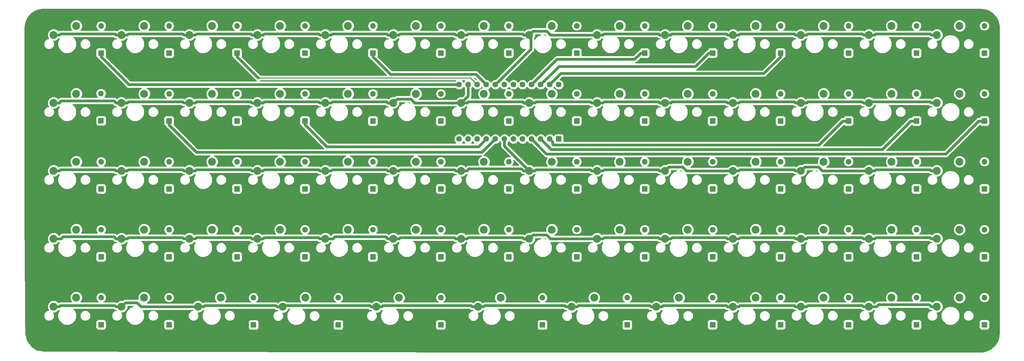
<source format=gbr>
G04 #@! TF.GenerationSoftware,KiCad,Pcbnew,5.0.2-bee76a0~70~ubuntu18.04.1*
G04 #@! TF.CreationDate,2019-02-20T11:48:03+01:00*
G04 #@! TF.ProjectId,kai1,6b616931-2e6b-4696-9361-645f70636258,A*
G04 #@! TF.SameCoordinates,Original*
G04 #@! TF.FileFunction,Copper,L1,Top*
G04 #@! TF.FilePolarity,Positive*
%FSLAX46Y46*%
G04 Gerber Fmt 4.6, Leading zero omitted, Abs format (unit mm)*
G04 Created by KiCad (PCBNEW 5.0.2-bee76a0~70~ubuntu18.04.1) date Mi 20 Feb 2019 11:48:03 CET*
%MOMM*%
%LPD*%
G01*
G04 APERTURE LIST*
G04 #@! TA.AperFunction,ComponentPad*
%ADD10R,1.600000X1.600000*%
G04 #@! TD*
G04 #@! TA.AperFunction,ComponentPad*
%ADD11C,1.600000*%
G04 #@! TD*
G04 #@! TA.AperFunction,ComponentPad*
%ADD12C,2.200000*%
G04 #@! TD*
G04 #@! TA.AperFunction,ComponentPad*
%ADD13O,1.600000X1.600000*%
G04 #@! TD*
G04 #@! TA.AperFunction,Conductor*
%ADD14C,0.750000*%
G04 #@! TD*
G04 #@! TA.AperFunction,Conductor*
%ADD15C,0.250000*%
G04 #@! TD*
G04 #@! TA.AperFunction,NonConductor*
%ADD16C,0.254000*%
G04 #@! TD*
G04 APERTURE END LIST*
D10*
G04 #@! TO.P,Teensy 2.0,1*
G04 #@! TO.N,Net-(U1-Pad1)*
X220490000Y-117850000D03*
D11*
G04 #@! TO.P,Teensy 2.0,2*
G04 #@! TO.N,/COL12*
X217950000Y-117850000D03*
G04 #@! TO.P,Teensy 2.0,3*
G04 #@! TO.N,/COL13*
X215410000Y-117850000D03*
G04 #@! TO.P,Teensy 2.0,4*
G04 #@! TO.N,/COL14*
X212870000Y-117850000D03*
G04 #@! TO.P,Teensy 2.0,5*
G04 #@! TO.N,/ROW4*
X210330000Y-117850000D03*
G04 #@! TO.P,Teensy 2.0,6*
G04 #@! TO.N,/ROW5*
X207790000Y-117850000D03*
G04 #@! TO.P,Teensy 2.0,7*
G04 #@! TO.N,/ROW3*
X205250000Y-117850000D03*
G04 #@! TO.P,Teensy 2.0,8*
G04 #@! TO.N,/COL2*
X202710000Y-117850000D03*
G04 #@! TO.P,Teensy 2.0,9*
G04 #@! TO.N,/COL4*
X200170000Y-117850000D03*
G04 #@! TO.P,Teensy 2.0,10*
G04 #@! TO.N,Net-(U1-Pad10)*
X197630000Y-117850000D03*
G04 #@! TO.P,Teensy 2.0,11*
G04 #@! TO.N,Net-(U1-Pad11)*
X195090000Y-117850000D03*
G04 #@! TO.P,Teensy 2.0,12*
G04 #@! TO.N,Net-(U1-Pad12)*
X192550000Y-117850000D03*
G04 #@! TO.P,Teensy 2.0,18*
G04 #@! TO.N,/COL1*
X192550000Y-102610000D03*
G04 #@! TO.P,Teensy 2.0,19*
G04 #@! TO.N,/ROW2*
X195090000Y-102610000D03*
G04 #@! TO.P,Teensy 2.0,20*
G04 #@! TO.N,/COL3*
X197630000Y-102610000D03*
G04 #@! TO.P,Teensy 2.0,21*
G04 #@! TO.N,/COL5*
X200170000Y-102610000D03*
G04 #@! TO.P,Teensy 2.0,22*
G04 #@! TO.N,/ROW1*
X202710000Y-102610000D03*
G04 #@! TO.P,Teensy 2.0,23*
G04 #@! TO.N,/COL6*
X205250000Y-102610000D03*
G04 #@! TO.P,Teensy 2.0,24*
G04 #@! TO.N,/COL7*
X207790000Y-102610000D03*
G04 #@! TO.P,Teensy 2.0,25*
G04 #@! TO.N,/COL8*
X210330000Y-102610000D03*
G04 #@! TO.P,Teensy 2.0,26*
G04 #@! TO.N,/COL9*
X212870000Y-102610000D03*
G04 #@! TO.P,Teensy 2.0,27*
G04 #@! TO.N,/COL10*
X215410000Y-102610000D03*
G04 #@! TO.P,Teensy 2.0,28*
G04 #@! TO.N,/COL11*
X217950000Y-102610000D03*
G04 #@! TO.P,Teensy 2.0,29*
G04 #@! TO.N,Net-(U1-Pad29)*
X220490000Y-102610000D03*
G04 #@! TD*
D12*
G04 #@! TO.P,SW59,2*
G04 #@! TO.N,/ROW5*
X119350000Y-164870000D03*
G04 #@! TO.P,SW59,1*
G04 #@! TO.N,Net-(D59-Pad2)*
X125700000Y-162330000D03*
G04 #@! TD*
G04 #@! TO.P,SW60,1*
G04 #@! TO.N,Net-(D60-Pad2)*
X149450000Y-162380000D03*
G04 #@! TO.P,SW60,2*
G04 #@! TO.N,/ROW5*
X143100000Y-164920000D03*
G04 #@! TD*
G04 #@! TO.P,SW63,2*
G04 #@! TO.N,/ROW5*
X224100000Y-164920000D03*
G04 #@! TO.P,SW63,1*
G04 #@! TO.N,Net-(D63-Pad2)*
X230450000Y-162380000D03*
G04 #@! TD*
G04 #@! TO.P,SW64,1*
G04 #@! TO.N,Net-(D64-Pad2)*
X254200000Y-162380000D03*
G04 #@! TO.P,SW64,2*
G04 #@! TO.N,/ROW5*
X247850000Y-164920000D03*
G04 #@! TD*
G04 #@! TO.P,SW62,2*
G04 #@! TO.N,/ROW5*
X197850000Y-164920000D03*
G04 #@! TO.P,SW62,1*
G04 #@! TO.N,Net-(D62-Pad2)*
X204200000Y-162380000D03*
G04 #@! TD*
G04 #@! TO.P,SW61,1*
G04 #@! TO.N,Net-(D61-Pad2)*
X175700000Y-162380000D03*
G04 #@! TO.P,SW61,2*
G04 #@! TO.N,/ROW5*
X169350000Y-164920000D03*
G04 #@! TD*
G04 #@! TO.P,SW67,2*
G04 #@! TO.N,/ROW5*
X307450000Y-164870000D03*
G04 #@! TO.P,SW67,1*
G04 #@! TO.N,Net-(D67-Pad2)*
X313800000Y-162330000D03*
G04 #@! TD*
G04 #@! TO.P,SW66,1*
G04 #@! TO.N,Net-(D66-Pad2)*
X294750000Y-162330000D03*
G04 #@! TO.P,SW66,2*
G04 #@! TO.N,/ROW5*
X288400000Y-164870000D03*
G04 #@! TD*
G04 #@! TO.P,SW65,2*
G04 #@! TO.N,/ROW5*
X269350000Y-164920000D03*
G04 #@! TO.P,SW65,1*
G04 #@! TO.N,Net-(D65-Pad2)*
X275700000Y-162380000D03*
G04 #@! TD*
G04 #@! TO.P,SW52,2*
G04 #@! TO.N,/ROW4*
X250300000Y-145820000D03*
G04 #@! TO.P,SW52,1*
G04 #@! TO.N,Net-(D52-Pad2)*
X256650000Y-143280000D03*
G04 #@! TD*
G04 #@! TO.P,SW68,2*
G04 #@! TO.N,/ROW5*
X326500000Y-164870000D03*
G04 #@! TO.P,SW68,1*
G04 #@! TO.N,Net-(D68-Pad2)*
X332850000Y-162330000D03*
G04 #@! TD*
G04 #@! TO.P,SW58,1*
G04 #@! TO.N,Net-(D58-Pad2)*
X104250000Y-162330000D03*
G04 #@! TO.P,SW58,2*
G04 #@! TO.N,/ROW5*
X97900000Y-164870000D03*
G04 #@! TD*
G04 #@! TO.P,SW57,2*
G04 #@! TO.N,/ROW5*
X78850000Y-164870000D03*
G04 #@! TO.P,SW57,1*
G04 #@! TO.N,Net-(D57-Pad2)*
X85200000Y-162330000D03*
G04 #@! TD*
G04 #@! TO.P,SW56,1*
G04 #@! TO.N,Net-(D56-Pad2)*
X332850000Y-143280000D03*
G04 #@! TO.P,SW56,2*
G04 #@! TO.N,/ROW4*
X326500000Y-145820000D03*
G04 #@! TD*
G04 #@! TO.P,SW55,2*
G04 #@! TO.N,/ROW4*
X307450000Y-145820000D03*
G04 #@! TO.P,SW55,1*
G04 #@! TO.N,Net-(D55-Pad2)*
X313800000Y-143280000D03*
G04 #@! TD*
G04 #@! TO.P,SW54,1*
G04 #@! TO.N,Net-(D54-Pad2)*
X294750000Y-143280000D03*
G04 #@! TO.P,SW54,2*
G04 #@! TO.N,/ROW4*
X288400000Y-145820000D03*
G04 #@! TD*
G04 #@! TO.P,SW53,2*
G04 #@! TO.N,/ROW4*
X269350000Y-145820000D03*
G04 #@! TO.P,SW53,1*
G04 #@! TO.N,Net-(D53-Pad2)*
X275700000Y-143280000D03*
G04 #@! TD*
G04 #@! TO.P,SW42,2*
G04 #@! TO.N,/ROW3*
X326500000Y-126770000D03*
G04 #@! TO.P,SW42,1*
G04 #@! TO.N,Net-(D42-Pad2)*
X332850000Y-124230000D03*
G04 #@! TD*
G04 #@! TO.P,SW50,1*
G04 #@! TO.N,Net-(D50-Pad2)*
X218550000Y-143280000D03*
G04 #@! TO.P,SW50,2*
G04 #@! TO.N,/ROW4*
X212200000Y-145820000D03*
G04 #@! TD*
G04 #@! TO.P,SW49,2*
G04 #@! TO.N,/ROW4*
X193150000Y-145820000D03*
G04 #@! TO.P,SW49,1*
G04 #@! TO.N,Net-(D49-Pad2)*
X199500000Y-143280000D03*
G04 #@! TD*
G04 #@! TO.P,SW48,1*
G04 #@! TO.N,Net-(D48-Pad2)*
X180450000Y-143280000D03*
G04 #@! TO.P,SW48,2*
G04 #@! TO.N,/ROW4*
X174100000Y-145820000D03*
G04 #@! TD*
G04 #@! TO.P,SW47,2*
G04 #@! TO.N,/ROW4*
X155050000Y-145820000D03*
G04 #@! TO.P,SW47,1*
G04 #@! TO.N,Net-(D47-Pad2)*
X161400000Y-143280000D03*
G04 #@! TD*
G04 #@! TO.P,SW46,1*
G04 #@! TO.N,Net-(D46-Pad2)*
X142350000Y-143280000D03*
G04 #@! TO.P,SW46,2*
G04 #@! TO.N,/ROW4*
X136000000Y-145820000D03*
G04 #@! TD*
G04 #@! TO.P,SW45,2*
G04 #@! TO.N,/ROW4*
X116950000Y-145820000D03*
G04 #@! TO.P,SW45,1*
G04 #@! TO.N,Net-(D45-Pad2)*
X123300000Y-143280000D03*
G04 #@! TD*
G04 #@! TO.P,SW35,1*
G04 #@! TO.N,Net-(D35-Pad2)*
X199500000Y-124230000D03*
G04 #@! TO.P,SW35,2*
G04 #@! TO.N,/ROW3*
X193150000Y-126770000D03*
G04 #@! TD*
G04 #@! TO.P,SW43,2*
G04 #@! TO.N,/ROW4*
X78850000Y-145820000D03*
G04 #@! TO.P,SW43,1*
G04 #@! TO.N,Net-(D43-Pad2)*
X85200000Y-143280000D03*
G04 #@! TD*
G04 #@! TO.P,SW51,1*
G04 #@! TO.N,Net-(D51-Pad2)*
X237600000Y-143280000D03*
G04 #@! TO.P,SW51,2*
G04 #@! TO.N,/ROW4*
X231250000Y-145820000D03*
G04 #@! TD*
G04 #@! TO.P,SW41,2*
G04 #@! TO.N,/ROW3*
X307450000Y-126770000D03*
G04 #@! TO.P,SW41,1*
G04 #@! TO.N,Net-(D41-Pad2)*
X313800000Y-124230000D03*
G04 #@! TD*
G04 #@! TO.P,SW40,1*
G04 #@! TO.N,Net-(D40-Pad2)*
X294750000Y-124230000D03*
G04 #@! TO.P,SW40,2*
G04 #@! TO.N,/ROW3*
X288400000Y-126770000D03*
G04 #@! TD*
G04 #@! TO.P,SW39,2*
G04 #@! TO.N,/ROW3*
X269350000Y-126770000D03*
G04 #@! TO.P,SW39,1*
G04 #@! TO.N,Net-(D39-Pad2)*
X275700000Y-124230000D03*
G04 #@! TD*
G04 #@! TO.P,SW38,1*
G04 #@! TO.N,Net-(D38-Pad2)*
X256650000Y-124230000D03*
G04 #@! TO.P,SW38,2*
G04 #@! TO.N,/ROW3*
X250300000Y-126770000D03*
G04 #@! TD*
G04 #@! TO.P,SW37,2*
G04 #@! TO.N,/ROW3*
X231250000Y-126770000D03*
G04 #@! TO.P,SW37,1*
G04 #@! TO.N,Net-(D37-Pad2)*
X237600000Y-124230000D03*
G04 #@! TD*
G04 #@! TO.P,SW36,1*
G04 #@! TO.N,Net-(D36-Pad2)*
X218550000Y-124230000D03*
G04 #@! TO.P,SW36,2*
G04 #@! TO.N,/ROW3*
X212200000Y-126770000D03*
G04 #@! TD*
G04 #@! TO.P,SW44,2*
G04 #@! TO.N,/ROW4*
X97900000Y-145820000D03*
G04 #@! TO.P,SW44,1*
G04 #@! TO.N,Net-(D44-Pad2)*
X104250000Y-143280000D03*
G04 #@! TD*
G04 #@! TO.P,SW33,1*
G04 #@! TO.N,Net-(D33-Pad2)*
X161400000Y-124230000D03*
G04 #@! TO.P,SW33,2*
G04 #@! TO.N,/ROW3*
X155050000Y-126770000D03*
G04 #@! TD*
G04 #@! TO.P,SW32,2*
G04 #@! TO.N,/ROW3*
X136000000Y-126770000D03*
G04 #@! TO.P,SW32,1*
G04 #@! TO.N,Net-(D32-Pad2)*
X142350000Y-124230000D03*
G04 #@! TD*
G04 #@! TO.P,SW31,1*
G04 #@! TO.N,Net-(D31-Pad2)*
X123300000Y-124230000D03*
G04 #@! TO.P,SW31,2*
G04 #@! TO.N,/ROW3*
X116950000Y-126770000D03*
G04 #@! TD*
G04 #@! TO.P,SW30,2*
G04 #@! TO.N,/ROW3*
X97900000Y-126770000D03*
G04 #@! TO.P,SW30,1*
G04 #@! TO.N,Net-(D30-Pad2)*
X104250000Y-124230000D03*
G04 #@! TD*
G04 #@! TO.P,SW29,1*
G04 #@! TO.N,Net-(D29-Pad2)*
X85200000Y-124230000D03*
G04 #@! TO.P,SW29,2*
G04 #@! TO.N,/ROW3*
X78850000Y-126770000D03*
G04 #@! TD*
G04 #@! TO.P,SW28,2*
G04 #@! TO.N,/ROW2*
X326500000Y-107720000D03*
G04 #@! TO.P,SW28,1*
G04 #@! TO.N,Net-(D28-Pad2)*
X332850000Y-105180000D03*
G04 #@! TD*
G04 #@! TO.P,SW27,1*
G04 #@! TO.N,Net-(D27-Pad2)*
X313800000Y-105180000D03*
G04 #@! TO.P,SW27,2*
G04 #@! TO.N,/ROW2*
X307450000Y-107720000D03*
G04 #@! TD*
G04 #@! TO.P,SW25,2*
G04 #@! TO.N,/ROW2*
X269350000Y-107720000D03*
G04 #@! TO.P,SW25,1*
G04 #@! TO.N,Net-(D25-Pad2)*
X275700000Y-105180000D03*
G04 #@! TD*
G04 #@! TO.P,SW34,1*
G04 #@! TO.N,Net-(D34-Pad2)*
X180450000Y-124230000D03*
G04 #@! TO.P,SW34,2*
G04 #@! TO.N,/ROW3*
X174100000Y-126770000D03*
G04 #@! TD*
G04 #@! TO.P,SW24,2*
G04 #@! TO.N,/ROW2*
X250300000Y-107720000D03*
G04 #@! TO.P,SW24,1*
G04 #@! TO.N,Net-(D24-Pad2)*
X256650000Y-105180000D03*
G04 #@! TD*
G04 #@! TO.P,SW23,1*
G04 #@! TO.N,Net-(D23-Pad2)*
X237600000Y-105180000D03*
G04 #@! TO.P,SW23,2*
G04 #@! TO.N,/ROW2*
X231250000Y-107720000D03*
G04 #@! TD*
G04 #@! TO.P,SW22,2*
G04 #@! TO.N,/ROW2*
X212200000Y-107720000D03*
G04 #@! TO.P,SW22,1*
G04 #@! TO.N,Net-(D22-Pad2)*
X218550000Y-105180000D03*
G04 #@! TD*
G04 #@! TO.P,SW21,1*
G04 #@! TO.N,Net-(D21-Pad2)*
X199500000Y-105180000D03*
G04 #@! TO.P,SW21,2*
G04 #@! TO.N,/ROW2*
X193150000Y-107720000D03*
G04 #@! TD*
G04 #@! TO.P,SW20,2*
G04 #@! TO.N,/ROW2*
X174100000Y-107720000D03*
G04 #@! TO.P,SW20,1*
G04 #@! TO.N,Net-(D20-Pad2)*
X180450000Y-105180000D03*
G04 #@! TD*
G04 #@! TO.P,SW19,1*
G04 #@! TO.N,Net-(D19-Pad2)*
X161400000Y-105180000D03*
G04 #@! TO.P,SW19,2*
G04 #@! TO.N,/ROW2*
X155050000Y-107720000D03*
G04 #@! TD*
G04 #@! TO.P,SW18,2*
G04 #@! TO.N,/ROW2*
X136000000Y-107720000D03*
G04 #@! TO.P,SW18,1*
G04 #@! TO.N,Net-(D18-Pad2)*
X142350000Y-105180000D03*
G04 #@! TD*
G04 #@! TO.P,SW26,1*
G04 #@! TO.N,Net-(D26-Pad2)*
X294750000Y-105180000D03*
G04 #@! TO.P,SW26,2*
G04 #@! TO.N,/ROW2*
X288400000Y-107720000D03*
G04 #@! TD*
G04 #@! TO.P,SW8,2*
G04 #@! TO.N,/ROW1*
X212200000Y-88670000D03*
G04 #@! TO.P,SW8,1*
G04 #@! TO.N,Net-(D8-Pad2)*
X218550000Y-86130000D03*
G04 #@! TD*
G04 #@! TO.P,SW16,1*
G04 #@! TO.N,Net-(D16-Pad2)*
X104250000Y-105180000D03*
G04 #@! TO.P,SW16,2*
G04 #@! TO.N,/ROW2*
X97900000Y-107720000D03*
G04 #@! TD*
G04 #@! TO.P,SW15,2*
G04 #@! TO.N,/ROW2*
X78850000Y-107720000D03*
G04 #@! TO.P,SW15,1*
G04 #@! TO.N,Net-(D15-Pad2)*
X85200000Y-105180000D03*
G04 #@! TD*
G04 #@! TO.P,SW14,1*
G04 #@! TO.N,Net-(D14-Pad2)*
X332850000Y-86130000D03*
G04 #@! TO.P,SW14,2*
G04 #@! TO.N,/ROW1*
X326500000Y-88670000D03*
G04 #@! TD*
G04 #@! TO.P,SW13,2*
G04 #@! TO.N,/ROW1*
X307450000Y-88670000D03*
G04 #@! TO.P,SW13,1*
G04 #@! TO.N,Net-(D13-Pad2)*
X313800000Y-86130000D03*
G04 #@! TD*
G04 #@! TO.P,SW12,1*
G04 #@! TO.N,Net-(D12-Pad2)*
X294750000Y-86130000D03*
G04 #@! TO.P,SW12,2*
G04 #@! TO.N,/ROW1*
X288400000Y-88670000D03*
G04 #@! TD*
G04 #@! TO.P,SW11,2*
G04 #@! TO.N,/ROW1*
X269350000Y-88670000D03*
G04 #@! TO.P,SW11,1*
G04 #@! TO.N,Net-(D11-Pad2)*
X275700000Y-86130000D03*
G04 #@! TD*
G04 #@! TO.P,SW10,1*
G04 #@! TO.N,Net-(D10-Pad2)*
X256650000Y-86130000D03*
G04 #@! TO.P,SW10,2*
G04 #@! TO.N,/ROW1*
X250300000Y-88670000D03*
G04 #@! TD*
G04 #@! TO.P,SW9,2*
G04 #@! TO.N,/ROW1*
X231250000Y-88670000D03*
G04 #@! TO.P,SW9,1*
G04 #@! TO.N,Net-(D9-Pad2)*
X237600000Y-86130000D03*
G04 #@! TD*
G04 #@! TO.P,SW17,1*
G04 #@! TO.N,Net-(D17-Pad2)*
X123300000Y-105180000D03*
G04 #@! TO.P,SW17,2*
G04 #@! TO.N,/ROW2*
X116950000Y-107720000D03*
G04 #@! TD*
G04 #@! TO.P,SW7,2*
G04 #@! TO.N,/ROW1*
X193150000Y-88670000D03*
G04 #@! TO.P,SW7,1*
G04 #@! TO.N,Net-(D7-Pad2)*
X199500000Y-86130000D03*
G04 #@! TD*
G04 #@! TO.P,SW6,1*
G04 #@! TO.N,Net-(D6-Pad2)*
X180450000Y-86130000D03*
G04 #@! TO.P,SW6,2*
G04 #@! TO.N,/ROW1*
X174100000Y-88670000D03*
G04 #@! TD*
G04 #@! TO.P,SW5,2*
G04 #@! TO.N,/ROW1*
X155050000Y-88670000D03*
G04 #@! TO.P,SW5,1*
G04 #@! TO.N,Net-(D5-Pad2)*
X161400000Y-86130000D03*
G04 #@! TD*
G04 #@! TO.P,SW4,1*
G04 #@! TO.N,Net-(D4-Pad2)*
X142350000Y-86130000D03*
G04 #@! TO.P,SW4,2*
G04 #@! TO.N,/ROW1*
X136000000Y-88670000D03*
G04 #@! TD*
G04 #@! TO.P,SW3,2*
G04 #@! TO.N,/ROW1*
X116950000Y-88670000D03*
G04 #@! TO.P,SW3,1*
G04 #@! TO.N,Net-(D3-Pad2)*
X123300000Y-86130000D03*
G04 #@! TD*
G04 #@! TO.P,SW2,1*
G04 #@! TO.N,Net-(D2-Pad2)*
X104250000Y-86130000D03*
G04 #@! TO.P,SW2,2*
G04 #@! TO.N,/ROW1*
X97900000Y-88670000D03*
G04 #@! TD*
D13*
G04 #@! TO.P,D61,2*
G04 #@! TO.N,Net-(D61-Pad2)*
X187420000Y-162360000D03*
D10*
G04 #@! TO.P,D61,1*
G04 #@! TO.N,/COL6*
X187420000Y-169980000D03*
G04 #@! TD*
G04 #@! TO.P,D67,1*
G04 #@! TO.N,/COL13*
X320770000Y-169930000D03*
D13*
G04 #@! TO.P,D67,2*
G04 #@! TO.N,Net-(D67-Pad2)*
X320770000Y-162310000D03*
G04 #@! TD*
G04 #@! TO.P,D66,2*
G04 #@! TO.N,Net-(D66-Pad2)*
X301720000Y-162310000D03*
D10*
G04 #@! TO.P,D66,1*
G04 #@! TO.N,/COL12*
X301720000Y-169930000D03*
G04 #@! TD*
G04 #@! TO.P,D65,1*
G04 #@! TO.N,/COL11*
X282670000Y-169930000D03*
D13*
G04 #@! TO.P,D65,2*
G04 #@! TO.N,Net-(D65-Pad2)*
X282670000Y-162310000D03*
G04 #@! TD*
G04 #@! TO.P,D64,2*
G04 #@! TO.N,Net-(D64-Pad2)*
X263620000Y-162310000D03*
D10*
G04 #@! TO.P,D64,1*
G04 #@! TO.N,/COL10*
X263620000Y-169930000D03*
G04 #@! TD*
G04 #@! TO.P,D63,1*
G04 #@! TO.N,/COL9*
X239670000Y-169980000D03*
D13*
G04 #@! TO.P,D63,2*
G04 #@! TO.N,Net-(D63-Pad2)*
X239670000Y-162360000D03*
G04 #@! TD*
G04 #@! TO.P,D62,2*
G04 #@! TO.N,Net-(D62-Pad2)*
X215920000Y-162360000D03*
D10*
G04 #@! TO.P,D62,1*
G04 #@! TO.N,/COL7*
X215920000Y-169980000D03*
G04 #@! TD*
G04 #@! TO.P,D52,1*
G04 #@! TO.N,/COL10*
X263620000Y-150880000D03*
D13*
G04 #@! TO.P,D52,2*
G04 #@! TO.N,Net-(D52-Pad2)*
X263620000Y-143260000D03*
G04 #@! TD*
G04 #@! TO.P,D59,2*
G04 #@! TO.N,Net-(D59-Pad2)*
X134920000Y-162360000D03*
D10*
G04 #@! TO.P,D59,1*
G04 #@! TO.N,/COL3*
X134920000Y-169980000D03*
G04 #@! TD*
G04 #@! TO.P,D58,1*
G04 #@! TO.N,/COL2*
X111220000Y-169930000D03*
D13*
G04 #@! TO.P,D58,2*
G04 #@! TO.N,Net-(D58-Pad2)*
X111220000Y-162310000D03*
G04 #@! TD*
G04 #@! TO.P,D57,2*
G04 #@! TO.N,Net-(D57-Pad2)*
X92170000Y-162310000D03*
D10*
G04 #@! TO.P,D57,1*
G04 #@! TO.N,/COL1*
X92170000Y-169930000D03*
G04 #@! TD*
G04 #@! TO.P,D56,1*
G04 #@! TO.N,/COL14*
X339820000Y-150880000D03*
D13*
G04 #@! TO.P,D56,2*
G04 #@! TO.N,Net-(D56-Pad2)*
X339820000Y-143260000D03*
G04 #@! TD*
G04 #@! TO.P,D55,2*
G04 #@! TO.N,Net-(D55-Pad2)*
X320770000Y-143260000D03*
D10*
G04 #@! TO.P,D55,1*
G04 #@! TO.N,/COL13*
X320770000Y-150880000D03*
G04 #@! TD*
G04 #@! TO.P,D54,1*
G04 #@! TO.N,/COL12*
X301720000Y-150880000D03*
D13*
G04 #@! TO.P,D54,2*
G04 #@! TO.N,Net-(D54-Pad2)*
X301720000Y-143260000D03*
G04 #@! TD*
G04 #@! TO.P,D60,2*
G04 #@! TO.N,Net-(D60-Pad2)*
X158670000Y-162360000D03*
D10*
G04 #@! TO.P,D60,1*
G04 #@! TO.N,/COL4*
X158670000Y-169980000D03*
G04 #@! TD*
G04 #@! TO.P,D68,1*
G04 #@! TO.N,/COL14*
X339820000Y-169930000D03*
D13*
G04 #@! TO.P,D68,2*
G04 #@! TO.N,Net-(D68-Pad2)*
X339820000Y-162310000D03*
G04 #@! TD*
G04 #@! TO.P,D9,2*
G04 #@! TO.N,Net-(D9-Pad2)*
X244570000Y-86110000D03*
D10*
G04 #@! TO.P,D9,1*
G04 #@! TO.N,/COL9*
X244570000Y-93730000D03*
G04 #@! TD*
G04 #@! TO.P,D36,1*
G04 #@! TO.N,/COL8*
X225520000Y-131830000D03*
D13*
G04 #@! TO.P,D36,2*
G04 #@! TO.N,Net-(D36-Pad2)*
X225520000Y-124210000D03*
G04 #@! TD*
G04 #@! TO.P,D50,2*
G04 #@! TO.N,Net-(D50-Pad2)*
X225520000Y-143260000D03*
D10*
G04 #@! TO.P,D50,1*
G04 #@! TO.N,/COL8*
X225520000Y-150880000D03*
G04 #@! TD*
G04 #@! TO.P,D49,1*
G04 #@! TO.N,/COL7*
X206470000Y-150880000D03*
D13*
G04 #@! TO.P,D49,2*
G04 #@! TO.N,Net-(D49-Pad2)*
X206470000Y-143260000D03*
G04 #@! TD*
G04 #@! TO.P,D48,2*
G04 #@! TO.N,Net-(D48-Pad2)*
X187420000Y-143260000D03*
D10*
G04 #@! TO.P,D48,1*
G04 #@! TO.N,/COL6*
X187420000Y-150880000D03*
G04 #@! TD*
G04 #@! TO.P,D47,1*
G04 #@! TO.N,/COL5*
X168370000Y-150880000D03*
D13*
G04 #@! TO.P,D47,2*
G04 #@! TO.N,Net-(D47-Pad2)*
X168370000Y-143260000D03*
G04 #@! TD*
G04 #@! TO.P,D46,2*
G04 #@! TO.N,Net-(D46-Pad2)*
X149320000Y-143260000D03*
D10*
G04 #@! TO.P,D46,1*
G04 #@! TO.N,/COL4*
X149320000Y-150880000D03*
G04 #@! TD*
G04 #@! TO.P,D45,1*
G04 #@! TO.N,/COL3*
X130270000Y-150880000D03*
D13*
G04 #@! TO.P,D45,2*
G04 #@! TO.N,Net-(D45-Pad2)*
X130270000Y-143260000D03*
G04 #@! TD*
G04 #@! TO.P,D53,2*
G04 #@! TO.N,Net-(D53-Pad2)*
X282670000Y-143260000D03*
D10*
G04 #@! TO.P,D53,1*
G04 #@! TO.N,/COL11*
X282670000Y-150880000D03*
G04 #@! TD*
G04 #@! TO.P,D43,1*
G04 #@! TO.N,/COL1*
X92170000Y-150880000D03*
D13*
G04 #@! TO.P,D43,2*
G04 #@! TO.N,Net-(D43-Pad2)*
X92170000Y-143260000D03*
G04 #@! TD*
G04 #@! TO.P,D42,2*
G04 #@! TO.N,Net-(D42-Pad2)*
X339820000Y-124210000D03*
D10*
G04 #@! TO.P,D42,1*
G04 #@! TO.N,/COL14*
X339820000Y-131830000D03*
G04 #@! TD*
G04 #@! TO.P,D41,1*
G04 #@! TO.N,/COL13*
X320770000Y-131830000D03*
D13*
G04 #@! TO.P,D41,2*
G04 #@! TO.N,Net-(D41-Pad2)*
X320770000Y-124210000D03*
G04 #@! TD*
G04 #@! TO.P,D40,2*
G04 #@! TO.N,Net-(D40-Pad2)*
X301720000Y-124210000D03*
D10*
G04 #@! TO.P,D40,1*
G04 #@! TO.N,/COL12*
X301720000Y-131830000D03*
G04 #@! TD*
G04 #@! TO.P,D39,1*
G04 #@! TO.N,/COL11*
X282670000Y-131830000D03*
D13*
G04 #@! TO.P,D39,2*
G04 #@! TO.N,Net-(D39-Pad2)*
X282670000Y-124210000D03*
G04 #@! TD*
G04 #@! TO.P,D38,2*
G04 #@! TO.N,Net-(D38-Pad2)*
X263620000Y-124210000D03*
D10*
G04 #@! TO.P,D38,1*
G04 #@! TO.N,/COL10*
X263620000Y-131830000D03*
G04 #@! TD*
G04 #@! TO.P,D37,1*
G04 #@! TO.N,/COL9*
X244570000Y-131830000D03*
D13*
G04 #@! TO.P,D37,2*
G04 #@! TO.N,Net-(D37-Pad2)*
X244570000Y-124210000D03*
G04 #@! TD*
G04 #@! TO.P,D2,2*
G04 #@! TO.N,Net-(D2-Pad2)*
X111220000Y-86110000D03*
D10*
G04 #@! TO.P,D2,1*
G04 #@! TO.N,/COL2*
X111220000Y-93730000D03*
G04 #@! TD*
G04 #@! TO.P,D44,1*
G04 #@! TO.N,/COL2*
X111220000Y-150880000D03*
D13*
G04 #@! TO.P,D44,2*
G04 #@! TO.N,Net-(D44-Pad2)*
X111220000Y-143260000D03*
G04 #@! TD*
G04 #@! TO.P,D35,2*
G04 #@! TO.N,Net-(D35-Pad2)*
X206470000Y-124210000D03*
D10*
G04 #@! TO.P,D35,1*
G04 #@! TO.N,/COL7*
X206470000Y-131830000D03*
G04 #@! TD*
G04 #@! TO.P,D33,1*
G04 #@! TO.N,/COL5*
X168370000Y-131830000D03*
D13*
G04 #@! TO.P,D33,2*
G04 #@! TO.N,Net-(D33-Pad2)*
X168370000Y-124210000D03*
G04 #@! TD*
G04 #@! TO.P,D32,2*
G04 #@! TO.N,Net-(D32-Pad2)*
X149320000Y-124210000D03*
D10*
G04 #@! TO.P,D32,1*
G04 #@! TO.N,/COL4*
X149320000Y-131830000D03*
G04 #@! TD*
G04 #@! TO.P,D31,1*
G04 #@! TO.N,/COL3*
X130270000Y-131830000D03*
D13*
G04 #@! TO.P,D31,2*
G04 #@! TO.N,Net-(D31-Pad2)*
X130270000Y-124210000D03*
G04 #@! TD*
G04 #@! TO.P,D30,2*
G04 #@! TO.N,Net-(D30-Pad2)*
X111220000Y-124210000D03*
D10*
G04 #@! TO.P,D30,1*
G04 #@! TO.N,/COL2*
X111220000Y-131830000D03*
G04 #@! TD*
G04 #@! TO.P,D29,1*
G04 #@! TO.N,/COL1*
X92170000Y-131830000D03*
D13*
G04 #@! TO.P,D29,2*
G04 #@! TO.N,Net-(D29-Pad2)*
X92170000Y-124210000D03*
G04 #@! TD*
G04 #@! TO.P,D28,2*
G04 #@! TO.N,Net-(D28-Pad2)*
X339820000Y-105160000D03*
D10*
G04 #@! TO.P,D28,1*
G04 #@! TO.N,/COL14*
X339820000Y-112780000D03*
G04 #@! TD*
G04 #@! TO.P,D19,1*
G04 #@! TO.N,/COL5*
X168370000Y-112780000D03*
D13*
G04 #@! TO.P,D19,2*
G04 #@! TO.N,Net-(D19-Pad2)*
X168370000Y-105160000D03*
G04 #@! TD*
G04 #@! TO.P,D25,2*
G04 #@! TO.N,Net-(D25-Pad2)*
X282670000Y-105160000D03*
D10*
G04 #@! TO.P,D25,1*
G04 #@! TO.N,/COL11*
X282670000Y-112780000D03*
G04 #@! TD*
G04 #@! TO.P,D18,1*
G04 #@! TO.N,/COL4*
X149320000Y-112780000D03*
D13*
G04 #@! TO.P,D18,2*
G04 #@! TO.N,Net-(D18-Pad2)*
X149320000Y-105160000D03*
G04 #@! TD*
G04 #@! TO.P,D20,2*
G04 #@! TO.N,Net-(D20-Pad2)*
X187420000Y-105160000D03*
D10*
G04 #@! TO.P,D20,1*
G04 #@! TO.N,/COL6*
X187420000Y-112780000D03*
G04 #@! TD*
G04 #@! TO.P,D21,1*
G04 #@! TO.N,/COL7*
X206470000Y-112780000D03*
D13*
G04 #@! TO.P,D21,2*
G04 #@! TO.N,Net-(D21-Pad2)*
X206470000Y-105160000D03*
G04 #@! TD*
G04 #@! TO.P,D23,2*
G04 #@! TO.N,Net-(D23-Pad2)*
X244570000Y-105160000D03*
D10*
G04 #@! TO.P,D23,1*
G04 #@! TO.N,/COL9*
X244570000Y-112780000D03*
G04 #@! TD*
G04 #@! TO.P,D26,1*
G04 #@! TO.N,/COL12*
X301720000Y-112780000D03*
D13*
G04 #@! TO.P,D26,2*
G04 #@! TO.N,Net-(D26-Pad2)*
X301720000Y-105160000D03*
G04 #@! TD*
G04 #@! TO.P,D22,2*
G04 #@! TO.N,Net-(D22-Pad2)*
X225520000Y-105160000D03*
D10*
G04 #@! TO.P,D22,1*
G04 #@! TO.N,/COL8*
X225520000Y-112780000D03*
G04 #@! TD*
G04 #@! TO.P,D24,1*
G04 #@! TO.N,/COL10*
X263620000Y-112780000D03*
D13*
G04 #@! TO.P,D24,2*
G04 #@! TO.N,Net-(D24-Pad2)*
X263620000Y-105160000D03*
G04 #@! TD*
G04 #@! TO.P,D27,2*
G04 #@! TO.N,Net-(D27-Pad2)*
X320770000Y-105160000D03*
D10*
G04 #@! TO.P,D27,1*
G04 #@! TO.N,/COL13*
X320770000Y-112780000D03*
G04 #@! TD*
G04 #@! TO.P,D51,1*
G04 #@! TO.N,/COL9*
X244570000Y-150880000D03*
D13*
G04 #@! TO.P,D51,2*
G04 #@! TO.N,Net-(D51-Pad2)*
X244570000Y-143260000D03*
G04 #@! TD*
G04 #@! TO.P,D16,2*
G04 #@! TO.N,Net-(D16-Pad2)*
X111220000Y-105160000D03*
D10*
G04 #@! TO.P,D16,1*
G04 #@! TO.N,/COL2*
X111220000Y-112780000D03*
G04 #@! TD*
G04 #@! TO.P,D15,1*
G04 #@! TO.N,/COL1*
X92160000Y-112710000D03*
D13*
G04 #@! TO.P,D15,2*
G04 #@! TO.N,Net-(D15-Pad2)*
X92160000Y-105090000D03*
G04 #@! TD*
G04 #@! TO.P,D14,2*
G04 #@! TO.N,Net-(D14-Pad2)*
X339820000Y-86110000D03*
D10*
G04 #@! TO.P,D14,1*
G04 #@! TO.N,/COL14*
X339820000Y-93730000D03*
G04 #@! TD*
G04 #@! TO.P,D13,1*
G04 #@! TO.N,/COL13*
X320770000Y-93730000D03*
D13*
G04 #@! TO.P,D13,2*
G04 #@! TO.N,Net-(D13-Pad2)*
X320770000Y-86110000D03*
G04 #@! TD*
G04 #@! TO.P,D12,2*
G04 #@! TO.N,Net-(D12-Pad2)*
X301720000Y-86110000D03*
D10*
G04 #@! TO.P,D12,1*
G04 #@! TO.N,/COL12*
X301720000Y-93730000D03*
G04 #@! TD*
G04 #@! TO.P,D11,1*
G04 #@! TO.N,/COL11*
X282670000Y-93730000D03*
D13*
G04 #@! TO.P,D11,2*
G04 #@! TO.N,Net-(D11-Pad2)*
X282670000Y-86110000D03*
G04 #@! TD*
G04 #@! TO.P,D10,2*
G04 #@! TO.N,Net-(D10-Pad2)*
X263620000Y-86110000D03*
D10*
G04 #@! TO.P,D10,1*
G04 #@! TO.N,/COL10*
X263620000Y-93730000D03*
G04 #@! TD*
G04 #@! TO.P,D34,1*
G04 #@! TO.N,/COL6*
X187420000Y-131830000D03*
D13*
G04 #@! TO.P,D34,2*
G04 #@! TO.N,Net-(D34-Pad2)*
X187420000Y-124210000D03*
G04 #@! TD*
G04 #@! TO.P,D8,2*
G04 #@! TO.N,Net-(D8-Pad2)*
X225520000Y-86110000D03*
D10*
G04 #@! TO.P,D8,1*
G04 #@! TO.N,/COL8*
X225520000Y-93730000D03*
G04 #@! TD*
G04 #@! TO.P,D7,1*
G04 #@! TO.N,/COL7*
X206470000Y-93730000D03*
D13*
G04 #@! TO.P,D7,2*
G04 #@! TO.N,Net-(D7-Pad2)*
X206470000Y-86110000D03*
G04 #@! TD*
G04 #@! TO.P,D6,2*
G04 #@! TO.N,Net-(D6-Pad2)*
X187420000Y-86110000D03*
D10*
G04 #@! TO.P,D6,1*
G04 #@! TO.N,/COL6*
X187420000Y-93730000D03*
G04 #@! TD*
G04 #@! TO.P,D5,1*
G04 #@! TO.N,/COL5*
X168370000Y-93730000D03*
D13*
G04 #@! TO.P,D5,2*
G04 #@! TO.N,Net-(D5-Pad2)*
X168370000Y-86110000D03*
G04 #@! TD*
G04 #@! TO.P,D4,2*
G04 #@! TO.N,Net-(D4-Pad2)*
X149320000Y-86110000D03*
D10*
G04 #@! TO.P,D4,1*
G04 #@! TO.N,/COL4*
X149320000Y-93730000D03*
G04 #@! TD*
G04 #@! TO.P,D3,1*
G04 #@! TO.N,/COL3*
X130270000Y-93730000D03*
D13*
G04 #@! TO.P,D3,2*
G04 #@! TO.N,Net-(D3-Pad2)*
X130270000Y-86110000D03*
G04 #@! TD*
G04 #@! TO.P,D17,2*
G04 #@! TO.N,Net-(D17-Pad2)*
X130270000Y-105160000D03*
D10*
G04 #@! TO.P,D17,1*
G04 #@! TO.N,/COL3*
X130270000Y-112780000D03*
G04 #@! TD*
G04 #@! TO.P,D1,1*
G04 #@! TO.N,/COL1*
X92170000Y-93730000D03*
D13*
G04 #@! TO.P,D1,2*
G04 #@! TO.N,Net-(D1-Pad2)*
X92170000Y-86110000D03*
G04 #@! TD*
D12*
G04 #@! TO.P,SW1,1*
G04 #@! TO.N,Net-(D1-Pad2)*
X85200000Y-86130000D03*
G04 #@! TO.P,SW1,2*
G04 #@! TO.N,/ROW1*
X78850000Y-88670000D03*
G04 #@! TD*
D14*
G04 #@! TO.N,/COL14*
X213669999Y-118649999D02*
X212870000Y-117850000D01*
X329024979Y-122025021D02*
X217045021Y-122025021D01*
X338270000Y-112780000D02*
X329024979Y-122025021D01*
X217045021Y-122025021D02*
X213669999Y-118649999D01*
X339820000Y-112780000D02*
X338270000Y-112780000D01*
G04 #@! TO.N,/COL11*
X282670000Y-94780000D02*
X277970000Y-99480000D01*
X282670000Y-93730000D02*
X282670000Y-94780000D01*
X221080000Y-99480000D02*
X217950000Y-102610000D01*
X277970000Y-99480000D02*
X221080000Y-99480000D01*
G04 #@! TO.N,/COL10*
X262570000Y-93730000D02*
X258820000Y-97480000D01*
X263620000Y-93730000D02*
X262570000Y-93730000D01*
X220540000Y-97480000D02*
X215410000Y-102610000D01*
X258820000Y-97480000D02*
X220540000Y-97480000D01*
G04 #@! TO.N,/COL9*
X243520000Y-93730000D02*
X241770000Y-95480000D01*
X244570000Y-93730000D02*
X243520000Y-93730000D01*
X220000000Y-95480000D02*
X212870000Y-102610000D01*
X241770000Y-95480000D02*
X220000000Y-95480000D01*
G04 #@! TO.N,/COL5*
X197290000Y-99730000D02*
X200170000Y-102610000D01*
X173320000Y-99730000D02*
X197290000Y-99730000D01*
X168370000Y-93730000D02*
X168370000Y-94780000D01*
X168370000Y-94780000D02*
X173320000Y-99730000D01*
G04 #@! TO.N,/COL4*
X198040000Y-119980000D02*
X200170000Y-117850000D01*
X155470000Y-119980000D02*
X198040000Y-119980000D01*
X149320000Y-112780000D02*
X149320000Y-113830000D01*
X149320000Y-113830000D02*
X155470000Y-119980000D01*
D15*
G04 #@! TO.N,/COL3*
X195750000Y-100730000D02*
X197630000Y-102610000D01*
D14*
X130270000Y-93730000D02*
X130270000Y-94780000D01*
D15*
X136220000Y-100730000D02*
X195750000Y-100730000D01*
D14*
X130270000Y-94780000D02*
X136220000Y-100730000D01*
G04 #@! TO.N,/COL2*
X202710000Y-117850000D02*
X198980000Y-121580000D01*
X111220000Y-113890000D02*
X111220000Y-112780000D01*
X118910000Y-121580000D02*
X111220000Y-113890000D01*
X198980000Y-121580000D02*
X118910000Y-121580000D01*
G04 #@! TO.N,/COL1*
X100000000Y-102610000D02*
X192550000Y-102610000D01*
X92170000Y-94780000D02*
X100000000Y-102610000D01*
X92170000Y-93730000D02*
X92170000Y-94780000D01*
G04 #@! TO.N,/COL12*
X218749999Y-118649999D02*
X217950000Y-117850000D01*
X218749999Y-119285001D02*
X218749999Y-118649999D01*
X218989999Y-119525001D02*
X218749999Y-119285001D01*
X300170000Y-112780000D02*
X293424999Y-119525001D01*
X293424999Y-119525001D02*
X218989999Y-119525001D01*
X301720000Y-112780000D02*
X300170000Y-112780000D01*
G04 #@! TO.N,/COL13*
X311224989Y-120775011D02*
X319220000Y-112780000D01*
X218335011Y-120775011D02*
X311224989Y-120775011D01*
X319220000Y-112780000D02*
X320770000Y-112780000D01*
X215410000Y-117850000D02*
X218335011Y-120775011D01*
D15*
G04 #@! TO.N,/ROW5*
X269350000Y-164920000D02*
X269400000Y-164870000D01*
D14*
X96344366Y-164870000D02*
X97900000Y-164870000D01*
X96009365Y-164534999D02*
X96344366Y-164870000D01*
X80740635Y-164534999D02*
X96009365Y-164534999D01*
X80405634Y-164870000D02*
X80740635Y-164534999D01*
X78850000Y-164870000D02*
X80405634Y-164870000D01*
X117794366Y-164870000D02*
X119350000Y-164870000D01*
X103425002Y-164870000D02*
X117794366Y-164870000D01*
X102325003Y-163770001D02*
X103425002Y-164870000D01*
X98999999Y-163770001D02*
X102325003Y-163770001D01*
X97900000Y-164870000D02*
X98999999Y-163770001D01*
X141544366Y-164920000D02*
X143100000Y-164920000D01*
X141159365Y-164534999D02*
X141544366Y-164920000D01*
X120905634Y-164870000D02*
X121240635Y-164534999D01*
X121240635Y-164534999D02*
X141159365Y-164534999D01*
X119350000Y-164870000D02*
X120905634Y-164870000D01*
X167794366Y-164920000D02*
X169350000Y-164920000D01*
X143435001Y-164584999D02*
X167459365Y-164584999D01*
X167459365Y-164584999D02*
X167794366Y-164920000D01*
X143100000Y-164920000D02*
X143435001Y-164584999D01*
X196294366Y-164920000D02*
X197850000Y-164920000D01*
X195959365Y-164584999D02*
X196294366Y-164920000D01*
X171240635Y-164584999D02*
X195959365Y-164584999D01*
X170905634Y-164920000D02*
X171240635Y-164584999D01*
X169350000Y-164920000D02*
X170905634Y-164920000D01*
X222544366Y-164920000D02*
X224100000Y-164920000D01*
X222209365Y-164584999D02*
X222544366Y-164920000D01*
X199740635Y-164584999D02*
X222209365Y-164584999D01*
X199405634Y-164920000D02*
X199740635Y-164584999D01*
X197850000Y-164920000D02*
X199405634Y-164920000D01*
X246294366Y-164920000D02*
X247850000Y-164920000D01*
X225990635Y-164584999D02*
X245959365Y-164584999D01*
X225655634Y-164920000D02*
X225990635Y-164584999D01*
X245959365Y-164584999D02*
X246294366Y-164920000D01*
X224100000Y-164920000D02*
X225655634Y-164920000D01*
X267794366Y-164920000D02*
X269350000Y-164920000D01*
X267459365Y-164584999D02*
X267794366Y-164920000D01*
X249740635Y-164584999D02*
X267459365Y-164584999D01*
X249405634Y-164920000D02*
X249740635Y-164584999D01*
X247850000Y-164920000D02*
X249405634Y-164920000D01*
X286844366Y-164870000D02*
X288400000Y-164870000D01*
X286559365Y-164584999D02*
X286844366Y-164870000D01*
X271240635Y-164584999D02*
X286559365Y-164584999D01*
X270905634Y-164920000D02*
X271240635Y-164584999D01*
X269350000Y-164920000D02*
X270905634Y-164920000D01*
X324944366Y-164870000D02*
X326500000Y-164870000D01*
X324379367Y-164305001D02*
X324944366Y-164870000D01*
X310109997Y-164305001D02*
X324379367Y-164305001D01*
X309544998Y-164870000D02*
X310109997Y-164305001D01*
X307450000Y-164870000D02*
X309544998Y-164870000D01*
X305559365Y-164534999D02*
X305894366Y-164870000D01*
X290290635Y-164534999D02*
X305559365Y-164534999D01*
X305894366Y-164870000D02*
X307450000Y-164870000D01*
X289955634Y-164870000D02*
X290290635Y-164534999D01*
X288400000Y-164870000D02*
X289955634Y-164870000D01*
G04 #@! TO.N,/ROW4*
X96344366Y-145820000D02*
X97900000Y-145820000D01*
X81509997Y-145255001D02*
X95779367Y-145255001D01*
X95779367Y-145255001D02*
X96344366Y-145820000D01*
X80944998Y-145820000D02*
X81509997Y-145255001D01*
X78850000Y-145820000D02*
X80944998Y-145820000D01*
X115394366Y-145820000D02*
X116950000Y-145820000D01*
X115059365Y-145484999D02*
X115394366Y-145820000D01*
X99790635Y-145484999D02*
X115059365Y-145484999D01*
X99455634Y-145820000D02*
X99790635Y-145484999D01*
X97900000Y-145820000D02*
X99455634Y-145820000D01*
X134444366Y-145820000D02*
X136000000Y-145820000D01*
X118505634Y-145820000D02*
X118840635Y-145484999D01*
X134109365Y-145484999D02*
X134444366Y-145820000D01*
X118840635Y-145484999D02*
X134109365Y-145484999D01*
X116950000Y-145820000D02*
X118505634Y-145820000D01*
X137890635Y-145484999D02*
X153159365Y-145484999D01*
X153494366Y-145820000D02*
X155050000Y-145820000D01*
X137555634Y-145820000D02*
X137890635Y-145484999D01*
X153159365Y-145484999D02*
X153494366Y-145820000D01*
X136000000Y-145820000D02*
X137555634Y-145820000D01*
X157709997Y-145255001D02*
X171979367Y-145255001D01*
X172544366Y-145820000D02*
X174100000Y-145820000D01*
X171979367Y-145255001D02*
X172544366Y-145820000D01*
X157144998Y-145820000D02*
X157709997Y-145255001D01*
X155050000Y-145820000D02*
X157144998Y-145820000D01*
X175990635Y-145484999D02*
X191259365Y-145484999D01*
X191594366Y-145820000D02*
X193150000Y-145820000D01*
X191259365Y-145484999D02*
X191594366Y-145820000D01*
X175655634Y-145820000D02*
X175990635Y-145484999D01*
X174100000Y-145820000D02*
X175655634Y-145820000D01*
X210644366Y-145820000D02*
X212200000Y-145820000D01*
X210309365Y-145484999D02*
X210644366Y-145820000D01*
X195040635Y-145484999D02*
X210309365Y-145484999D01*
X194705634Y-145820000D02*
X195040635Y-145484999D01*
X193150000Y-145820000D02*
X194705634Y-145820000D01*
X229694366Y-145820000D02*
X231250000Y-145820000D01*
X218166998Y-145820000D02*
X229694366Y-145820000D01*
X217066999Y-144720001D02*
X218166998Y-145820000D01*
X213299999Y-144720001D02*
X217066999Y-144720001D01*
X212200000Y-145820000D02*
X213299999Y-144720001D01*
X248744366Y-145820000D02*
X250300000Y-145820000D01*
X233140635Y-145484999D02*
X248409365Y-145484999D01*
X248409365Y-145484999D02*
X248744366Y-145820000D01*
X232805634Y-145820000D02*
X233140635Y-145484999D01*
X231250000Y-145820000D02*
X232805634Y-145820000D01*
X267794366Y-145820000D02*
X269350000Y-145820000D01*
X252190635Y-145484999D02*
X267459365Y-145484999D01*
X267459365Y-145484999D02*
X267794366Y-145820000D01*
X251855634Y-145820000D02*
X252190635Y-145484999D01*
X250300000Y-145820000D02*
X251855634Y-145820000D01*
X286509365Y-145484999D02*
X286844366Y-145820000D01*
X286844366Y-145820000D02*
X288400000Y-145820000D01*
X271240635Y-145484999D02*
X286509365Y-145484999D01*
X270905634Y-145820000D02*
X271240635Y-145484999D01*
X269350000Y-145820000D02*
X270905634Y-145820000D01*
X305894366Y-145820000D02*
X307450000Y-145820000D01*
X305559365Y-145484999D02*
X305894366Y-145820000D01*
X290290635Y-145484999D02*
X305559365Y-145484999D01*
X289955634Y-145820000D02*
X290290635Y-145484999D01*
X288400000Y-145820000D02*
X289955634Y-145820000D01*
X324944366Y-145820000D02*
X326500000Y-145820000D01*
X324609365Y-145484999D02*
X324944366Y-145820000D01*
X309340635Y-145484999D02*
X324609365Y-145484999D01*
X309005634Y-145820000D02*
X309340635Y-145484999D01*
X307450000Y-145820000D02*
X309005634Y-145820000D01*
G04 #@! TO.N,/ROW3*
X211100001Y-125670001D02*
X211100001Y-125660001D01*
X212200000Y-126770000D02*
X211100001Y-125670001D01*
X205250000Y-119810000D02*
X205250000Y-117850000D01*
X211100001Y-125660001D02*
X205250000Y-119810000D01*
X96344366Y-126770000D02*
X97900000Y-126770000D01*
X96009365Y-126434999D02*
X96344366Y-126770000D01*
X80740635Y-126434999D02*
X96009365Y-126434999D01*
X80405634Y-126770000D02*
X80740635Y-126434999D01*
X78850000Y-126770000D02*
X80405634Y-126770000D01*
X115394366Y-126770000D02*
X116950000Y-126770000D01*
X115059365Y-126434999D02*
X115394366Y-126770000D01*
X99790635Y-126434999D02*
X115059365Y-126434999D01*
X99455634Y-126770000D02*
X99790635Y-126434999D01*
X97900000Y-126770000D02*
X99455634Y-126770000D01*
X134444366Y-126770000D02*
X136000000Y-126770000D01*
X118840635Y-126434999D02*
X134109365Y-126434999D01*
X118505634Y-126770000D02*
X118840635Y-126434999D01*
X134109365Y-126434999D02*
X134444366Y-126770000D01*
X116950000Y-126770000D02*
X118505634Y-126770000D01*
X153494366Y-126770000D02*
X155050000Y-126770000D01*
X153159365Y-126434999D02*
X153494366Y-126770000D01*
X137890635Y-126434999D02*
X153159365Y-126434999D01*
X137555634Y-126770000D02*
X137890635Y-126434999D01*
X136000000Y-126770000D02*
X137555634Y-126770000D01*
X172544366Y-126770000D02*
X174100000Y-126770000D01*
X172209365Y-126434999D02*
X172544366Y-126770000D01*
X156605634Y-126770000D02*
X156940635Y-126434999D01*
X156940635Y-126434999D02*
X172209365Y-126434999D01*
X155050000Y-126770000D02*
X156605634Y-126770000D01*
X191594366Y-126770000D02*
X193150000Y-126770000D01*
X191259365Y-126434999D02*
X191594366Y-126770000D01*
X175655634Y-126770000D02*
X175990635Y-126434999D01*
X175990635Y-126434999D02*
X191259365Y-126434999D01*
X174100000Y-126770000D02*
X175655634Y-126770000D01*
X210644366Y-126770000D02*
X212200000Y-126770000D01*
X210079367Y-126205001D02*
X210644366Y-126770000D01*
X195270633Y-126205001D02*
X210079367Y-126205001D01*
X194705634Y-126770000D02*
X195270633Y-126205001D01*
X193150000Y-126770000D02*
X194705634Y-126770000D01*
X214090635Y-126434999D02*
X229359365Y-126434999D01*
X229694366Y-126770000D02*
X231250000Y-126770000D01*
X229359365Y-126434999D02*
X229694366Y-126770000D01*
X213755634Y-126770000D02*
X214090635Y-126434999D01*
X212200000Y-126770000D02*
X213755634Y-126770000D01*
X248744366Y-126770000D02*
X250300000Y-126770000D01*
X248409365Y-126434999D02*
X248744366Y-126770000D01*
X233140635Y-126434999D02*
X248409365Y-126434999D01*
X232805634Y-126770000D02*
X233140635Y-126434999D01*
X231250000Y-126770000D02*
X232805634Y-126770000D01*
X267794366Y-126770000D02*
X269350000Y-126770000D01*
X256266998Y-126770000D02*
X267794366Y-126770000D01*
X255166999Y-125670001D02*
X256266998Y-126770000D01*
X251399999Y-125670001D02*
X255166999Y-125670001D01*
X250300000Y-126770000D02*
X251399999Y-125670001D01*
X286844366Y-126770000D02*
X288400000Y-126770000D01*
X286509365Y-126434999D02*
X286844366Y-126770000D01*
X270905634Y-126770000D02*
X271240635Y-126434999D01*
X271240635Y-126434999D02*
X286509365Y-126434999D01*
X269350000Y-126770000D02*
X270905634Y-126770000D01*
X305894366Y-126770000D02*
X307450000Y-126770000D01*
X294366998Y-126770000D02*
X305894366Y-126770000D01*
X293266999Y-125670001D02*
X294366998Y-126770000D01*
X289499999Y-125670001D02*
X293266999Y-125670001D01*
X288400000Y-126770000D02*
X289499999Y-125670001D01*
X324944366Y-126770000D02*
X326500000Y-126770000D01*
X309340635Y-126434999D02*
X324609365Y-126434999D01*
X324609365Y-126434999D02*
X324944366Y-126770000D01*
X309005634Y-126770000D02*
X309340635Y-126434999D01*
X307450000Y-126770000D02*
X309005634Y-126770000D01*
G04 #@! TO.N,/ROW2*
X195090000Y-105780000D02*
X195090000Y-102610000D01*
X193150000Y-107720000D02*
X195090000Y-105780000D01*
X95779367Y-107155001D02*
X96344366Y-107720000D01*
X80970633Y-107155001D02*
X95779367Y-107155001D01*
X96344366Y-107720000D02*
X97900000Y-107720000D01*
X80405634Y-107720000D02*
X80970633Y-107155001D01*
X78850000Y-107720000D02*
X80405634Y-107720000D01*
X115394366Y-107720000D02*
X116950000Y-107720000D01*
X115059365Y-107384999D02*
X115394366Y-107720000D01*
X99790635Y-107384999D02*
X115059365Y-107384999D01*
X99455634Y-107720000D02*
X99790635Y-107384999D01*
X97900000Y-107720000D02*
X99455634Y-107720000D01*
X134444366Y-107720000D02*
X136000000Y-107720000D01*
X134109365Y-107384999D02*
X134444366Y-107720000D01*
X118840635Y-107384999D02*
X134109365Y-107384999D01*
X118505634Y-107720000D02*
X118840635Y-107384999D01*
X116950000Y-107720000D02*
X118505634Y-107720000D01*
X153494366Y-107720000D02*
X155050000Y-107720000D01*
X153159365Y-107384999D02*
X153494366Y-107720000D01*
X137890635Y-107384999D02*
X153159365Y-107384999D01*
X137555634Y-107720000D02*
X137890635Y-107384999D01*
X136000000Y-107720000D02*
X137555634Y-107720000D01*
X156940635Y-107384999D02*
X172209365Y-107384999D01*
X172544366Y-107720000D02*
X174100000Y-107720000D01*
X172209365Y-107384999D02*
X172544366Y-107720000D01*
X156605634Y-107720000D02*
X156940635Y-107384999D01*
X155050000Y-107720000D02*
X156605634Y-107720000D01*
X191594366Y-107720000D02*
X193150000Y-107720000D01*
X180066998Y-107720000D02*
X191594366Y-107720000D01*
X175199999Y-106620001D02*
X178966999Y-106620001D01*
X178966999Y-106620001D02*
X180066998Y-107720000D01*
X174100000Y-107720000D02*
X175199999Y-106620001D01*
X210644366Y-107720000D02*
X212200000Y-107720000D01*
X210309365Y-107384999D02*
X210644366Y-107720000D01*
X195040635Y-107384999D02*
X210309365Y-107384999D01*
X194705634Y-107720000D02*
X195040635Y-107384999D01*
X193150000Y-107720000D02*
X194705634Y-107720000D01*
X229694366Y-107720000D02*
X231250000Y-107720000D01*
X229359365Y-107384999D02*
X229694366Y-107720000D01*
X214090635Y-107384999D02*
X229359365Y-107384999D01*
X213755634Y-107720000D02*
X214090635Y-107384999D01*
X212200000Y-107720000D02*
X213755634Y-107720000D01*
X248744366Y-107720000D02*
X250300000Y-107720000D01*
X248409365Y-107384999D02*
X248744366Y-107720000D01*
X232805634Y-107720000D02*
X233140635Y-107384999D01*
X233140635Y-107384999D02*
X248409365Y-107384999D01*
X231250000Y-107720000D02*
X232805634Y-107720000D01*
X267794366Y-107720000D02*
X269350000Y-107720000D01*
X267459365Y-107384999D02*
X267794366Y-107720000D01*
X252190635Y-107384999D02*
X267459365Y-107384999D01*
X251855634Y-107720000D02*
X252190635Y-107384999D01*
X250300000Y-107720000D02*
X251855634Y-107720000D01*
X286844366Y-107720000D02*
X288400000Y-107720000D01*
X286509365Y-107384999D02*
X286844366Y-107720000D01*
X270905634Y-107720000D02*
X271240635Y-107384999D01*
X271240635Y-107384999D02*
X286509365Y-107384999D01*
X269350000Y-107720000D02*
X270905634Y-107720000D01*
X305894366Y-107720000D02*
X307450000Y-107720000D01*
X305559365Y-107384999D02*
X305894366Y-107720000D01*
X290290635Y-107384999D02*
X305559365Y-107384999D01*
X289955634Y-107720000D02*
X290290635Y-107384999D01*
X288400000Y-107720000D02*
X289955634Y-107720000D01*
X324944366Y-107720000D02*
X326500000Y-107720000D01*
X324609365Y-107384999D02*
X324944366Y-107720000D01*
X307785001Y-107384999D02*
X324609365Y-107384999D01*
X307450000Y-107720000D02*
X307785001Y-107384999D01*
G04 #@! TO.N,/ROW1*
X309005634Y-88670000D02*
X307450000Y-88670000D01*
X309340635Y-88334999D02*
X309005634Y-88670000D01*
X324609365Y-88334999D02*
X309340635Y-88334999D01*
X324944366Y-88670000D02*
X324609365Y-88334999D01*
X326500000Y-88670000D02*
X324944366Y-88670000D01*
X289955634Y-88670000D02*
X288400000Y-88670000D01*
X290290635Y-88334999D02*
X289955634Y-88670000D01*
X305559365Y-88334999D02*
X290290635Y-88334999D01*
X305894366Y-88670000D02*
X305559365Y-88334999D01*
X307450000Y-88670000D02*
X305894366Y-88670000D01*
X270905634Y-88670000D02*
X269350000Y-88670000D01*
X271240635Y-88334999D02*
X270905634Y-88670000D01*
X286509365Y-88334999D02*
X271240635Y-88334999D01*
X286844366Y-88670000D02*
X286509365Y-88334999D01*
X288400000Y-88670000D02*
X286844366Y-88670000D01*
X251855634Y-88670000D02*
X250300000Y-88670000D01*
X252190635Y-88334999D02*
X251855634Y-88670000D01*
X267459365Y-88334999D02*
X252190635Y-88334999D01*
X267794366Y-88670000D02*
X267459365Y-88334999D01*
X269350000Y-88670000D02*
X267794366Y-88670000D01*
X233140635Y-88334999D02*
X232805634Y-88670000D01*
X232805634Y-88670000D02*
X231250000Y-88670000D01*
X248409365Y-88334999D02*
X233140635Y-88334999D01*
X248744366Y-88670000D02*
X248409365Y-88334999D01*
X250300000Y-88670000D02*
X248744366Y-88670000D01*
X213299999Y-87570001D02*
X212200000Y-88670000D01*
X217066999Y-87570001D02*
X213299999Y-87570001D01*
X218166998Y-88670000D02*
X217066999Y-87570001D01*
X231250000Y-88670000D02*
X218166998Y-88670000D01*
X194705634Y-88670000D02*
X193150000Y-88670000D01*
X195040635Y-88334999D02*
X194705634Y-88670000D01*
X210309365Y-88334999D02*
X195040635Y-88334999D01*
X210644366Y-88670000D02*
X210309365Y-88334999D01*
X212200000Y-88670000D02*
X210644366Y-88670000D01*
X175655634Y-88670000D02*
X174100000Y-88670000D01*
X191594366Y-88670000D02*
X191259365Y-88334999D01*
X175990635Y-88334999D02*
X175655634Y-88670000D01*
X191259365Y-88334999D02*
X175990635Y-88334999D01*
X193150000Y-88670000D02*
X191594366Y-88670000D01*
X156605634Y-88670000D02*
X155050000Y-88670000D01*
X156940635Y-88334999D02*
X156605634Y-88670000D01*
X172209365Y-88334999D02*
X156940635Y-88334999D01*
X172544366Y-88670000D02*
X172209365Y-88334999D01*
X174100000Y-88670000D02*
X172544366Y-88670000D01*
X137555634Y-88670000D02*
X136000000Y-88670000D01*
X137890635Y-88334999D02*
X137555634Y-88670000D01*
X153494366Y-88670000D02*
X153159365Y-88334999D01*
X153159365Y-88334999D02*
X137890635Y-88334999D01*
X155050000Y-88670000D02*
X153494366Y-88670000D01*
X118505634Y-88670000D02*
X116950000Y-88670000D01*
X118840635Y-88334999D02*
X118505634Y-88670000D01*
X134109365Y-88334999D02*
X118840635Y-88334999D01*
X134444366Y-88670000D02*
X134109365Y-88334999D01*
X136000000Y-88670000D02*
X134444366Y-88670000D01*
X99790635Y-88334999D02*
X99455634Y-88670000D01*
X99455634Y-88670000D02*
X97900000Y-88670000D01*
X115059365Y-88334999D02*
X99790635Y-88334999D01*
X115394366Y-88670000D02*
X115059365Y-88334999D01*
X116950000Y-88670000D02*
X115394366Y-88670000D01*
X96009365Y-88334999D02*
X80740635Y-88334999D01*
X96344366Y-88670000D02*
X96009365Y-88334999D01*
X80405634Y-88670000D02*
X78850000Y-88670000D01*
X80740635Y-88334999D02*
X80405634Y-88670000D01*
X97900000Y-88670000D02*
X96344366Y-88670000D01*
X212655001Y-92664999D02*
X203509999Y-101810001D01*
X212655001Y-89125001D02*
X212655001Y-92664999D01*
X203509999Y-101810001D02*
X202710000Y-102610000D01*
X212200000Y-88670000D02*
X212655001Y-89125001D01*
G04 #@! TD*
D16*
G36*
X338672305Y-81376364D02*
X338687873Y-81377837D01*
X339603953Y-81453207D01*
X340444392Y-81664363D01*
X341239051Y-82009947D01*
X341966603Y-82480683D01*
X342607501Y-83063924D01*
X343144536Y-83744011D01*
X343563283Y-84502675D01*
X343852495Y-85319539D01*
X344006428Y-86184014D01*
X344030000Y-86675349D01*
X344030001Y-172274151D01*
X343956792Y-173163953D01*
X343745637Y-174004392D01*
X343400053Y-174799051D01*
X342929318Y-175526602D01*
X342346076Y-176167501D01*
X341665989Y-176704536D01*
X340907327Y-177123282D01*
X340090461Y-177412495D01*
X339225987Y-177566428D01*
X338734651Y-177590000D01*
X201626768Y-177590000D01*
X76169584Y-177313021D01*
X74069321Y-176998963D01*
X72848189Y-176117034D01*
X71467266Y-174403122D01*
X71016897Y-172435203D01*
X70978870Y-167181279D01*
X76083282Y-167181279D01*
X76095000Y-167443208D01*
X76095000Y-167705385D01*
X76108149Y-167737130D01*
X76109685Y-167771458D01*
X76284741Y-168194080D01*
X76299358Y-168198749D01*
X76321078Y-168251185D01*
X76738815Y-168668922D01*
X76791251Y-168690642D01*
X76795920Y-168705259D01*
X77042392Y-168794668D01*
X77284615Y-168895000D01*
X77318976Y-168895000D01*
X77351279Y-168906718D01*
X77613208Y-168895000D01*
X77875385Y-168895000D01*
X77907130Y-168881851D01*
X77941458Y-168880315D01*
X78364080Y-168705259D01*
X78368749Y-168690642D01*
X78421185Y-168668922D01*
X78838922Y-168251185D01*
X78860642Y-168198749D01*
X78875259Y-168194080D01*
X78964668Y-167947608D01*
X79065000Y-167705385D01*
X79065000Y-167671024D01*
X79076718Y-167638721D01*
X79065000Y-167376792D01*
X79065000Y-167114615D01*
X79051851Y-167082870D01*
X79050315Y-167048542D01*
X78875259Y-166625920D01*
X78860642Y-166621251D01*
X78853910Y-166605000D01*
X79195113Y-166605000D01*
X79832799Y-166340862D01*
X80293661Y-165880000D01*
X80306163Y-165880000D01*
X80405634Y-165899786D01*
X80453228Y-165890319D01*
X80426155Y-165917392D01*
X80420175Y-165931829D01*
X80414257Y-165935353D01*
X80221496Y-166411483D01*
X80025000Y-166885866D01*
X80025000Y-166896838D01*
X80020881Y-166907012D01*
X80025000Y-167420655D01*
X80025000Y-167934134D01*
X80029199Y-167944271D01*
X80029287Y-167955247D01*
X80414257Y-168884647D01*
X80420175Y-168888171D01*
X80426155Y-168902608D01*
X81167392Y-169643845D01*
X81181829Y-169649825D01*
X81185353Y-169655743D01*
X81661483Y-169848504D01*
X82135866Y-170045000D01*
X82146838Y-170045000D01*
X82157012Y-170049119D01*
X82670655Y-170045000D01*
X83184134Y-170045000D01*
X83194271Y-170040801D01*
X83205247Y-170040713D01*
X84134647Y-169655743D01*
X84138171Y-169649825D01*
X84152608Y-169643845D01*
X84666453Y-169130000D01*
X90722560Y-169130000D01*
X90722560Y-170730000D01*
X90771843Y-170977765D01*
X90912191Y-171187809D01*
X91122235Y-171328157D01*
X91370000Y-171377440D01*
X92970000Y-171377440D01*
X93217765Y-171328157D01*
X93427809Y-171187809D01*
X93568157Y-170977765D01*
X93617440Y-170730000D01*
X93617440Y-169130000D01*
X93568157Y-168882235D01*
X93427809Y-168672191D01*
X93217765Y-168531843D01*
X92970000Y-168482560D01*
X91370000Y-168482560D01*
X91122235Y-168531843D01*
X90912191Y-168672191D01*
X90771843Y-168882235D01*
X90722560Y-169130000D01*
X84666453Y-169130000D01*
X84893845Y-168902608D01*
X84899825Y-168888171D01*
X84905743Y-168884647D01*
X85098504Y-168408517D01*
X85295000Y-167934134D01*
X85295000Y-167923162D01*
X85299119Y-167912988D01*
X85295000Y-167399345D01*
X85295000Y-167181279D01*
X86243282Y-167181279D01*
X86255000Y-167443208D01*
X86255000Y-167705385D01*
X86268149Y-167737130D01*
X86269685Y-167771458D01*
X86444741Y-168194080D01*
X86459358Y-168198749D01*
X86481078Y-168251185D01*
X86898815Y-168668922D01*
X86951251Y-168690642D01*
X86955920Y-168705259D01*
X87202392Y-168794668D01*
X87444615Y-168895000D01*
X87478976Y-168895000D01*
X87511279Y-168906718D01*
X87773208Y-168895000D01*
X88035385Y-168895000D01*
X88067130Y-168881851D01*
X88101458Y-168880315D01*
X88524080Y-168705259D01*
X88528749Y-168690642D01*
X88581185Y-168668922D01*
X88998922Y-168251185D01*
X89020642Y-168198749D01*
X89035259Y-168194080D01*
X89124668Y-167947608D01*
X89225000Y-167705385D01*
X89225000Y-167671024D01*
X89236718Y-167638721D01*
X89225000Y-167376792D01*
X89225000Y-167114615D01*
X89211851Y-167082870D01*
X89210315Y-167048542D01*
X89035259Y-166625920D01*
X89020642Y-166621251D01*
X88998922Y-166568815D01*
X88581185Y-166151078D01*
X88528749Y-166129358D01*
X88524080Y-166114741D01*
X88277608Y-166025332D01*
X88035385Y-165925000D01*
X88001024Y-165925000D01*
X87968721Y-165913282D01*
X87706792Y-165925000D01*
X87444615Y-165925000D01*
X87412870Y-165938149D01*
X87378542Y-165939685D01*
X86955920Y-166114741D01*
X86951251Y-166129358D01*
X86898815Y-166151078D01*
X86481078Y-166568815D01*
X86459358Y-166621251D01*
X86444741Y-166625920D01*
X86355332Y-166872392D01*
X86255000Y-167114615D01*
X86255000Y-167148976D01*
X86243282Y-167181279D01*
X85295000Y-167181279D01*
X85295000Y-166885866D01*
X85290801Y-166875729D01*
X85290713Y-166864753D01*
X84905743Y-165935353D01*
X84899825Y-165931829D01*
X84893845Y-165917392D01*
X84521452Y-165544999D01*
X95580670Y-165544999D01*
X95616197Y-165598169D01*
X95950284Y-165821399D01*
X96244890Y-165880000D01*
X96244895Y-165880000D01*
X96344366Y-165899786D01*
X96443837Y-165880000D01*
X96456339Y-165880000D01*
X96501339Y-165925000D01*
X96334615Y-165925000D01*
X96302870Y-165938149D01*
X96268542Y-165939685D01*
X95845920Y-166114741D01*
X95841251Y-166129358D01*
X95788815Y-166151078D01*
X95371078Y-166568815D01*
X95349358Y-166621251D01*
X95334741Y-166625920D01*
X95245332Y-166872392D01*
X95145000Y-167114615D01*
X95145000Y-167148976D01*
X95133282Y-167181279D01*
X95145000Y-167443208D01*
X95145000Y-167705385D01*
X95158149Y-167737130D01*
X95159685Y-167771458D01*
X95334741Y-168194080D01*
X95349358Y-168198749D01*
X95371078Y-168251185D01*
X95788815Y-168668922D01*
X95841251Y-168690642D01*
X95845920Y-168705259D01*
X96092392Y-168794668D01*
X96334615Y-168895000D01*
X96368976Y-168895000D01*
X96401279Y-168906718D01*
X96663208Y-168895000D01*
X96925385Y-168895000D01*
X96957130Y-168881851D01*
X96991458Y-168880315D01*
X97414080Y-168705259D01*
X97418749Y-168690642D01*
X97471185Y-168668922D01*
X97888922Y-168251185D01*
X97910642Y-168198749D01*
X97925259Y-168194080D01*
X98014668Y-167947608D01*
X98115000Y-167705385D01*
X98115000Y-167671024D01*
X98126718Y-167638721D01*
X98115000Y-167376792D01*
X98115000Y-167114615D01*
X98101851Y-167082870D01*
X98100315Y-167048542D01*
X97925259Y-166625920D01*
X97910642Y-166621251D01*
X97903910Y-166605000D01*
X98245113Y-166605000D01*
X98882799Y-166340862D01*
X99370862Y-165852799D01*
X99635000Y-165215113D01*
X99635000Y-164780001D01*
X101163029Y-164780001D01*
X100235353Y-165164257D01*
X100231829Y-165170175D01*
X100217392Y-165176155D01*
X99476155Y-165917392D01*
X99470175Y-165931829D01*
X99464257Y-165935353D01*
X99271496Y-166411483D01*
X99075000Y-166885866D01*
X99075000Y-166896838D01*
X99070881Y-166907012D01*
X99075000Y-167420655D01*
X99075000Y-167934134D01*
X99079199Y-167944271D01*
X99079287Y-167955247D01*
X99464257Y-168884647D01*
X99470175Y-168888171D01*
X99476155Y-168902608D01*
X100217392Y-169643845D01*
X100231829Y-169649825D01*
X100235353Y-169655743D01*
X100711483Y-169848504D01*
X101185866Y-170045000D01*
X101196838Y-170045000D01*
X101207012Y-170049119D01*
X101720655Y-170045000D01*
X102234134Y-170045000D01*
X102244271Y-170040801D01*
X102255247Y-170040713D01*
X103184647Y-169655743D01*
X103188171Y-169649825D01*
X103202608Y-169643845D01*
X103716453Y-169130000D01*
X109772560Y-169130000D01*
X109772560Y-170730000D01*
X109821843Y-170977765D01*
X109962191Y-171187809D01*
X110172235Y-171328157D01*
X110420000Y-171377440D01*
X112020000Y-171377440D01*
X112267765Y-171328157D01*
X112477809Y-171187809D01*
X112618157Y-170977765D01*
X112667440Y-170730000D01*
X112667440Y-169130000D01*
X112618157Y-168882235D01*
X112477809Y-168672191D01*
X112267765Y-168531843D01*
X112020000Y-168482560D01*
X110420000Y-168482560D01*
X110172235Y-168531843D01*
X109962191Y-168672191D01*
X109821843Y-168882235D01*
X109772560Y-169130000D01*
X103716453Y-169130000D01*
X103943845Y-168902608D01*
X103949825Y-168888171D01*
X103955743Y-168884647D01*
X104148504Y-168408517D01*
X104345000Y-167934134D01*
X104345000Y-167923162D01*
X104349119Y-167912988D01*
X104345000Y-167399345D01*
X104345000Y-167181279D01*
X105293282Y-167181279D01*
X105305000Y-167443208D01*
X105305000Y-167705385D01*
X105318149Y-167737130D01*
X105319685Y-167771458D01*
X105494741Y-168194080D01*
X105509358Y-168198749D01*
X105531078Y-168251185D01*
X105948815Y-168668922D01*
X106001251Y-168690642D01*
X106005920Y-168705259D01*
X106252392Y-168794668D01*
X106494615Y-168895000D01*
X106528976Y-168895000D01*
X106561279Y-168906718D01*
X106823208Y-168895000D01*
X107085385Y-168895000D01*
X107117130Y-168881851D01*
X107151458Y-168880315D01*
X107574080Y-168705259D01*
X107578749Y-168690642D01*
X107631185Y-168668922D01*
X108048922Y-168251185D01*
X108070642Y-168198749D01*
X108085259Y-168194080D01*
X108174668Y-167947608D01*
X108275000Y-167705385D01*
X108275000Y-167671024D01*
X108286718Y-167638721D01*
X108275000Y-167376792D01*
X108275000Y-167114615D01*
X108261851Y-167082870D01*
X108260315Y-167048542D01*
X108085259Y-166625920D01*
X108070642Y-166621251D01*
X108048922Y-166568815D01*
X107631185Y-166151078D01*
X107578749Y-166129358D01*
X107574080Y-166114741D01*
X107327608Y-166025332D01*
X107085385Y-165925000D01*
X107051024Y-165925000D01*
X107018721Y-165913282D01*
X106756792Y-165925000D01*
X106494615Y-165925000D01*
X106462870Y-165938149D01*
X106428542Y-165939685D01*
X106005920Y-166114741D01*
X106001251Y-166129358D01*
X105948815Y-166151078D01*
X105531078Y-166568815D01*
X105509358Y-166621251D01*
X105494741Y-166625920D01*
X105405332Y-166872392D01*
X105305000Y-167114615D01*
X105305000Y-167148976D01*
X105293282Y-167181279D01*
X104345000Y-167181279D01*
X104345000Y-166885866D01*
X104340801Y-166875729D01*
X104340713Y-166864753D01*
X103955743Y-165935353D01*
X103949825Y-165931829D01*
X103943845Y-165917392D01*
X103906453Y-165880000D01*
X117906339Y-165880000D01*
X117951339Y-165925000D01*
X117784615Y-165925000D01*
X117752870Y-165938149D01*
X117718542Y-165939685D01*
X117295920Y-166114741D01*
X117291251Y-166129358D01*
X117238815Y-166151078D01*
X116821078Y-166568815D01*
X116799358Y-166621251D01*
X116784741Y-166625920D01*
X116695332Y-166872392D01*
X116595000Y-167114615D01*
X116595000Y-167148976D01*
X116583282Y-167181279D01*
X116595000Y-167443208D01*
X116595000Y-167705385D01*
X116608149Y-167737130D01*
X116609685Y-167771458D01*
X116784741Y-168194080D01*
X116799358Y-168198749D01*
X116821078Y-168251185D01*
X117238815Y-168668922D01*
X117291251Y-168690642D01*
X117295920Y-168705259D01*
X117542392Y-168794668D01*
X117784615Y-168895000D01*
X117818976Y-168895000D01*
X117851279Y-168906718D01*
X118113208Y-168895000D01*
X118375385Y-168895000D01*
X118407130Y-168881851D01*
X118441458Y-168880315D01*
X118864080Y-168705259D01*
X118868749Y-168690642D01*
X118921185Y-168668922D01*
X119338922Y-168251185D01*
X119360642Y-168198749D01*
X119375259Y-168194080D01*
X119464668Y-167947608D01*
X119565000Y-167705385D01*
X119565000Y-167671024D01*
X119576718Y-167638721D01*
X119565000Y-167376792D01*
X119565000Y-167114615D01*
X119551851Y-167082870D01*
X119550315Y-167048542D01*
X119375259Y-166625920D01*
X119360642Y-166621251D01*
X119353910Y-166605000D01*
X119695113Y-166605000D01*
X120332799Y-166340862D01*
X120793661Y-165880000D01*
X120806163Y-165880000D01*
X120905634Y-165899786D01*
X120953228Y-165890319D01*
X120926155Y-165917392D01*
X120920175Y-165931829D01*
X120914257Y-165935353D01*
X120721496Y-166411483D01*
X120525000Y-166885866D01*
X120525000Y-166896838D01*
X120520881Y-166907012D01*
X120525000Y-167420655D01*
X120525000Y-167934134D01*
X120529199Y-167944271D01*
X120529287Y-167955247D01*
X120914257Y-168884647D01*
X120920175Y-168888171D01*
X120926155Y-168902608D01*
X121667392Y-169643845D01*
X121681829Y-169649825D01*
X121685353Y-169655743D01*
X122161483Y-169848504D01*
X122635866Y-170045000D01*
X122646838Y-170045000D01*
X122657012Y-170049119D01*
X123170655Y-170045000D01*
X123684134Y-170045000D01*
X123694271Y-170040801D01*
X123705247Y-170040713D01*
X124634647Y-169655743D01*
X124638171Y-169649825D01*
X124652608Y-169643845D01*
X125116453Y-169180000D01*
X133472560Y-169180000D01*
X133472560Y-170780000D01*
X133521843Y-171027765D01*
X133662191Y-171237809D01*
X133872235Y-171378157D01*
X134120000Y-171427440D01*
X135720000Y-171427440D01*
X135967765Y-171378157D01*
X136177809Y-171237809D01*
X136318157Y-171027765D01*
X136367440Y-170780000D01*
X136367440Y-169180000D01*
X136318157Y-168932235D01*
X136177809Y-168722191D01*
X135967765Y-168581843D01*
X135720000Y-168532560D01*
X134120000Y-168532560D01*
X133872235Y-168581843D01*
X133662191Y-168722191D01*
X133521843Y-168932235D01*
X133472560Y-169180000D01*
X125116453Y-169180000D01*
X125393845Y-168902608D01*
X125399825Y-168888171D01*
X125405743Y-168884647D01*
X125598504Y-168408517D01*
X125795000Y-167934134D01*
X125795000Y-167923162D01*
X125799119Y-167912988D01*
X125795000Y-167399345D01*
X125795000Y-167181279D01*
X126743282Y-167181279D01*
X126755000Y-167443208D01*
X126755000Y-167705385D01*
X126768149Y-167737130D01*
X126769685Y-167771458D01*
X126944741Y-168194080D01*
X126959358Y-168198749D01*
X126981078Y-168251185D01*
X127398815Y-168668922D01*
X127451251Y-168690642D01*
X127455920Y-168705259D01*
X127702392Y-168794668D01*
X127944615Y-168895000D01*
X127978976Y-168895000D01*
X128011279Y-168906718D01*
X128273208Y-168895000D01*
X128535385Y-168895000D01*
X128567130Y-168881851D01*
X128601458Y-168880315D01*
X129024080Y-168705259D01*
X129028749Y-168690642D01*
X129081185Y-168668922D01*
X129498922Y-168251185D01*
X129520642Y-168198749D01*
X129535259Y-168194080D01*
X129624668Y-167947608D01*
X129725000Y-167705385D01*
X129725000Y-167671024D01*
X129736718Y-167638721D01*
X129725000Y-167376792D01*
X129725000Y-167114615D01*
X129711851Y-167082870D01*
X129710315Y-167048542D01*
X129535259Y-166625920D01*
X129520642Y-166621251D01*
X129498922Y-166568815D01*
X129081185Y-166151078D01*
X129028749Y-166129358D01*
X129024080Y-166114741D01*
X128777608Y-166025332D01*
X128535385Y-165925000D01*
X128501024Y-165925000D01*
X128468721Y-165913282D01*
X128206792Y-165925000D01*
X127944615Y-165925000D01*
X127912870Y-165938149D01*
X127878542Y-165939685D01*
X127455920Y-166114741D01*
X127451251Y-166129358D01*
X127398815Y-166151078D01*
X126981078Y-166568815D01*
X126959358Y-166621251D01*
X126944741Y-166625920D01*
X126855332Y-166872392D01*
X126755000Y-167114615D01*
X126755000Y-167148976D01*
X126743282Y-167181279D01*
X125795000Y-167181279D01*
X125795000Y-166885866D01*
X125790801Y-166875729D01*
X125790713Y-166864753D01*
X125405743Y-165935353D01*
X125399825Y-165931829D01*
X125393845Y-165917392D01*
X125021452Y-165544999D01*
X140741010Y-165544999D01*
X140759848Y-165563837D01*
X140816197Y-165648169D01*
X141150284Y-165871399D01*
X141444890Y-165930000D01*
X141444895Y-165930000D01*
X141544366Y-165949786D01*
X141643837Y-165930000D01*
X141656339Y-165930000D01*
X141701339Y-165975000D01*
X141534615Y-165975000D01*
X141502870Y-165988149D01*
X141468542Y-165989685D01*
X141045920Y-166164741D01*
X141041251Y-166179358D01*
X140988815Y-166201078D01*
X140571078Y-166618815D01*
X140549358Y-166671251D01*
X140534741Y-166675920D01*
X140445332Y-166922392D01*
X140345000Y-167164615D01*
X140345000Y-167198976D01*
X140333282Y-167231279D01*
X140345000Y-167493208D01*
X140345000Y-167755385D01*
X140358149Y-167787130D01*
X140359685Y-167821458D01*
X140534741Y-168244080D01*
X140549358Y-168248749D01*
X140571078Y-168301185D01*
X140988815Y-168718922D01*
X141041251Y-168740642D01*
X141045920Y-168755259D01*
X141292392Y-168844668D01*
X141534615Y-168945000D01*
X141568976Y-168945000D01*
X141601279Y-168956718D01*
X141863208Y-168945000D01*
X142125385Y-168945000D01*
X142157130Y-168931851D01*
X142191458Y-168930315D01*
X142614080Y-168755259D01*
X142618749Y-168740642D01*
X142671185Y-168718922D01*
X143088922Y-168301185D01*
X143110642Y-168248749D01*
X143125259Y-168244080D01*
X143214668Y-167997608D01*
X143315000Y-167755385D01*
X143315000Y-167721024D01*
X143326718Y-167688721D01*
X143315000Y-167426792D01*
X143315000Y-167164615D01*
X143301851Y-167132870D01*
X143300315Y-167098542D01*
X143125259Y-166675920D01*
X143110642Y-166671251D01*
X143103910Y-166655000D01*
X143445113Y-166655000D01*
X144082799Y-166390862D01*
X144570862Y-165902799D01*
X144698357Y-165594999D01*
X145048548Y-165594999D01*
X144676155Y-165967392D01*
X144670175Y-165981829D01*
X144664257Y-165985353D01*
X144471496Y-166461483D01*
X144275000Y-166935866D01*
X144275000Y-166946838D01*
X144270881Y-166957012D01*
X144275000Y-167470655D01*
X144275000Y-167984134D01*
X144279199Y-167994271D01*
X144279287Y-168005247D01*
X144664257Y-168934647D01*
X144670175Y-168938171D01*
X144676155Y-168952608D01*
X145417392Y-169693845D01*
X145431829Y-169699825D01*
X145435353Y-169705743D01*
X145911483Y-169898504D01*
X146385866Y-170095000D01*
X146396838Y-170095000D01*
X146407012Y-170099119D01*
X146920655Y-170095000D01*
X147434134Y-170095000D01*
X147444271Y-170090801D01*
X147455247Y-170090713D01*
X148384647Y-169705743D01*
X148388171Y-169699825D01*
X148402608Y-169693845D01*
X148916453Y-169180000D01*
X157222560Y-169180000D01*
X157222560Y-170780000D01*
X157271843Y-171027765D01*
X157412191Y-171237809D01*
X157622235Y-171378157D01*
X157870000Y-171427440D01*
X159470000Y-171427440D01*
X159717765Y-171378157D01*
X159927809Y-171237809D01*
X160068157Y-171027765D01*
X160117440Y-170780000D01*
X160117440Y-169180000D01*
X160068157Y-168932235D01*
X159927809Y-168722191D01*
X159717765Y-168581843D01*
X159470000Y-168532560D01*
X157870000Y-168532560D01*
X157622235Y-168581843D01*
X157412191Y-168722191D01*
X157271843Y-168932235D01*
X157222560Y-169180000D01*
X148916453Y-169180000D01*
X149143845Y-168952608D01*
X149149825Y-168938171D01*
X149155743Y-168934647D01*
X149348504Y-168458517D01*
X149545000Y-167984134D01*
X149545000Y-167973162D01*
X149549119Y-167962988D01*
X149545000Y-167449345D01*
X149545000Y-167231279D01*
X150493282Y-167231279D01*
X150505000Y-167493208D01*
X150505000Y-167755385D01*
X150518149Y-167787130D01*
X150519685Y-167821458D01*
X150694741Y-168244080D01*
X150709358Y-168248749D01*
X150731078Y-168301185D01*
X151148815Y-168718922D01*
X151201251Y-168740642D01*
X151205920Y-168755259D01*
X151452392Y-168844668D01*
X151694615Y-168945000D01*
X151728976Y-168945000D01*
X151761279Y-168956718D01*
X152023208Y-168945000D01*
X152285385Y-168945000D01*
X152317130Y-168931851D01*
X152351458Y-168930315D01*
X152774080Y-168755259D01*
X152778749Y-168740642D01*
X152831185Y-168718922D01*
X153248922Y-168301185D01*
X153270642Y-168248749D01*
X153285259Y-168244080D01*
X153374668Y-167997608D01*
X153475000Y-167755385D01*
X153475000Y-167721024D01*
X153486718Y-167688721D01*
X153475000Y-167426792D01*
X153475000Y-167164615D01*
X153461851Y-167132870D01*
X153460315Y-167098542D01*
X153285259Y-166675920D01*
X153270642Y-166671251D01*
X153248922Y-166618815D01*
X152831185Y-166201078D01*
X152778749Y-166179358D01*
X152774080Y-166164741D01*
X152527608Y-166075332D01*
X152285385Y-165975000D01*
X152251024Y-165975000D01*
X152218721Y-165963282D01*
X151956792Y-165975000D01*
X151694615Y-165975000D01*
X151662870Y-165988149D01*
X151628542Y-165989685D01*
X151205920Y-166164741D01*
X151201251Y-166179358D01*
X151148815Y-166201078D01*
X150731078Y-166618815D01*
X150709358Y-166671251D01*
X150694741Y-166675920D01*
X150605332Y-166922392D01*
X150505000Y-167164615D01*
X150505000Y-167198976D01*
X150493282Y-167231279D01*
X149545000Y-167231279D01*
X149545000Y-166935866D01*
X149540801Y-166925729D01*
X149540713Y-166914753D01*
X149155743Y-165985353D01*
X149149825Y-165981829D01*
X149143845Y-165967392D01*
X148771452Y-165594999D01*
X167030670Y-165594999D01*
X167066197Y-165648169D01*
X167400284Y-165871399D01*
X167694890Y-165930000D01*
X167694895Y-165930000D01*
X167794366Y-165949786D01*
X167893837Y-165930000D01*
X167906339Y-165930000D01*
X167951339Y-165975000D01*
X167784615Y-165975000D01*
X167752870Y-165988149D01*
X167718542Y-165989685D01*
X167295920Y-166164741D01*
X167291251Y-166179358D01*
X167238815Y-166201078D01*
X166821078Y-166618815D01*
X166799358Y-166671251D01*
X166784741Y-166675920D01*
X166695332Y-166922392D01*
X166595000Y-167164615D01*
X166595000Y-167198976D01*
X166583282Y-167231279D01*
X166595000Y-167493208D01*
X166595000Y-167755385D01*
X166608149Y-167787130D01*
X166609685Y-167821458D01*
X166784741Y-168244080D01*
X166799358Y-168248749D01*
X166821078Y-168301185D01*
X167238815Y-168718922D01*
X167291251Y-168740642D01*
X167295920Y-168755259D01*
X167542392Y-168844668D01*
X167784615Y-168945000D01*
X167818976Y-168945000D01*
X167851279Y-168956718D01*
X168113208Y-168945000D01*
X168375385Y-168945000D01*
X168407130Y-168931851D01*
X168441458Y-168930315D01*
X168864080Y-168755259D01*
X168868749Y-168740642D01*
X168921185Y-168718922D01*
X169338922Y-168301185D01*
X169360642Y-168248749D01*
X169375259Y-168244080D01*
X169464668Y-167997608D01*
X169565000Y-167755385D01*
X169565000Y-167721024D01*
X169576718Y-167688721D01*
X169565000Y-167426792D01*
X169565000Y-167164615D01*
X169551851Y-167132870D01*
X169550315Y-167098542D01*
X169375259Y-166675920D01*
X169360642Y-166671251D01*
X169353910Y-166655000D01*
X169695113Y-166655000D01*
X170332799Y-166390862D01*
X170793661Y-165930000D01*
X170806163Y-165930000D01*
X170905634Y-165949786D01*
X170953228Y-165940319D01*
X170926155Y-165967392D01*
X170920175Y-165981829D01*
X170914257Y-165985353D01*
X170721496Y-166461483D01*
X170525000Y-166935866D01*
X170525000Y-166946838D01*
X170520881Y-166957012D01*
X170525000Y-167470655D01*
X170525000Y-167984134D01*
X170529199Y-167994271D01*
X170529287Y-168005247D01*
X170914257Y-168934647D01*
X170920175Y-168938171D01*
X170926155Y-168952608D01*
X171667392Y-169693845D01*
X171681829Y-169699825D01*
X171685353Y-169705743D01*
X172161483Y-169898504D01*
X172635866Y-170095000D01*
X172646838Y-170095000D01*
X172657012Y-170099119D01*
X173170655Y-170095000D01*
X173684134Y-170095000D01*
X173694271Y-170090801D01*
X173705247Y-170090713D01*
X174634647Y-169705743D01*
X174638171Y-169699825D01*
X174652608Y-169693845D01*
X175166453Y-169180000D01*
X185972560Y-169180000D01*
X185972560Y-170780000D01*
X186021843Y-171027765D01*
X186162191Y-171237809D01*
X186372235Y-171378157D01*
X186620000Y-171427440D01*
X188220000Y-171427440D01*
X188467765Y-171378157D01*
X188677809Y-171237809D01*
X188818157Y-171027765D01*
X188867440Y-170780000D01*
X188867440Y-169180000D01*
X188818157Y-168932235D01*
X188677809Y-168722191D01*
X188467765Y-168581843D01*
X188220000Y-168532560D01*
X186620000Y-168532560D01*
X186372235Y-168581843D01*
X186162191Y-168722191D01*
X186021843Y-168932235D01*
X185972560Y-169180000D01*
X175166453Y-169180000D01*
X175393845Y-168952608D01*
X175399825Y-168938171D01*
X175405743Y-168934647D01*
X175598504Y-168458517D01*
X175795000Y-167984134D01*
X175795000Y-167973162D01*
X175799119Y-167962988D01*
X175795000Y-167449345D01*
X175795000Y-167231279D01*
X176743282Y-167231279D01*
X176755000Y-167493208D01*
X176755000Y-167755385D01*
X176768149Y-167787130D01*
X176769685Y-167821458D01*
X176944741Y-168244080D01*
X176959358Y-168248749D01*
X176981078Y-168301185D01*
X177398815Y-168718922D01*
X177451251Y-168740642D01*
X177455920Y-168755259D01*
X177702392Y-168844668D01*
X177944615Y-168945000D01*
X177978976Y-168945000D01*
X178011279Y-168956718D01*
X178273208Y-168945000D01*
X178535385Y-168945000D01*
X178567130Y-168931851D01*
X178601458Y-168930315D01*
X179024080Y-168755259D01*
X179028749Y-168740642D01*
X179081185Y-168718922D01*
X179498922Y-168301185D01*
X179520642Y-168248749D01*
X179535259Y-168244080D01*
X179624668Y-167997608D01*
X179725000Y-167755385D01*
X179725000Y-167721024D01*
X179736718Y-167688721D01*
X179725000Y-167426792D01*
X179725000Y-167164615D01*
X179711851Y-167132870D01*
X179710315Y-167098542D01*
X179535259Y-166675920D01*
X179520642Y-166671251D01*
X179498922Y-166618815D01*
X179081185Y-166201078D01*
X179028749Y-166179358D01*
X179024080Y-166164741D01*
X178777608Y-166075332D01*
X178535385Y-165975000D01*
X178501024Y-165975000D01*
X178468721Y-165963282D01*
X178206792Y-165975000D01*
X177944615Y-165975000D01*
X177912870Y-165988149D01*
X177878542Y-165989685D01*
X177455920Y-166164741D01*
X177451251Y-166179358D01*
X177398815Y-166201078D01*
X176981078Y-166618815D01*
X176959358Y-166671251D01*
X176944741Y-166675920D01*
X176855332Y-166922392D01*
X176755000Y-167164615D01*
X176755000Y-167198976D01*
X176743282Y-167231279D01*
X175795000Y-167231279D01*
X175795000Y-166935866D01*
X175790801Y-166925729D01*
X175790713Y-166914753D01*
X175405743Y-165985353D01*
X175399825Y-165981829D01*
X175393845Y-165967392D01*
X175021452Y-165594999D01*
X195530670Y-165594999D01*
X195566197Y-165648169D01*
X195900284Y-165871399D01*
X196194890Y-165930000D01*
X196194895Y-165930000D01*
X196294366Y-165949786D01*
X196393837Y-165930000D01*
X196406339Y-165930000D01*
X196451339Y-165975000D01*
X196284615Y-165975000D01*
X196252870Y-165988149D01*
X196218542Y-165989685D01*
X195795920Y-166164741D01*
X195791251Y-166179358D01*
X195738815Y-166201078D01*
X195321078Y-166618815D01*
X195299358Y-166671251D01*
X195284741Y-166675920D01*
X195195332Y-166922392D01*
X195095000Y-167164615D01*
X195095000Y-167198976D01*
X195083282Y-167231279D01*
X195095000Y-167493208D01*
X195095000Y-167755385D01*
X195108149Y-167787130D01*
X195109685Y-167821458D01*
X195284741Y-168244080D01*
X195299358Y-168248749D01*
X195321078Y-168301185D01*
X195738815Y-168718922D01*
X195791251Y-168740642D01*
X195795920Y-168755259D01*
X196042392Y-168844668D01*
X196284615Y-168945000D01*
X196318976Y-168945000D01*
X196351279Y-168956718D01*
X196613208Y-168945000D01*
X196875385Y-168945000D01*
X196907130Y-168931851D01*
X196941458Y-168930315D01*
X197364080Y-168755259D01*
X197368749Y-168740642D01*
X197421185Y-168718922D01*
X197838922Y-168301185D01*
X197860642Y-168248749D01*
X197875259Y-168244080D01*
X197964668Y-167997608D01*
X198065000Y-167755385D01*
X198065000Y-167721024D01*
X198076718Y-167688721D01*
X198065000Y-167426792D01*
X198065000Y-167164615D01*
X198051851Y-167132870D01*
X198050315Y-167098542D01*
X197875259Y-166675920D01*
X197860642Y-166671251D01*
X197853910Y-166655000D01*
X198195113Y-166655000D01*
X198832799Y-166390862D01*
X199293661Y-165930000D01*
X199306163Y-165930000D01*
X199405634Y-165949786D01*
X199453228Y-165940319D01*
X199426155Y-165967392D01*
X199420175Y-165981829D01*
X199414257Y-165985353D01*
X199221496Y-166461483D01*
X199025000Y-166935866D01*
X199025000Y-166946838D01*
X199020881Y-166957012D01*
X199025000Y-167470655D01*
X199025000Y-167984134D01*
X199029199Y-167994271D01*
X199029287Y-168005247D01*
X199414257Y-168934647D01*
X199420175Y-168938171D01*
X199426155Y-168952608D01*
X200167392Y-169693845D01*
X200181829Y-169699825D01*
X200185353Y-169705743D01*
X200661483Y-169898504D01*
X201135866Y-170095000D01*
X201146838Y-170095000D01*
X201157012Y-170099119D01*
X201670655Y-170095000D01*
X202184134Y-170095000D01*
X202194271Y-170090801D01*
X202205247Y-170090713D01*
X203134647Y-169705743D01*
X203138171Y-169699825D01*
X203152608Y-169693845D01*
X203666453Y-169180000D01*
X214472560Y-169180000D01*
X214472560Y-170780000D01*
X214521843Y-171027765D01*
X214662191Y-171237809D01*
X214872235Y-171378157D01*
X215120000Y-171427440D01*
X216720000Y-171427440D01*
X216967765Y-171378157D01*
X217177809Y-171237809D01*
X217318157Y-171027765D01*
X217367440Y-170780000D01*
X217367440Y-169180000D01*
X217318157Y-168932235D01*
X217177809Y-168722191D01*
X216967765Y-168581843D01*
X216720000Y-168532560D01*
X215120000Y-168532560D01*
X214872235Y-168581843D01*
X214662191Y-168722191D01*
X214521843Y-168932235D01*
X214472560Y-169180000D01*
X203666453Y-169180000D01*
X203893845Y-168952608D01*
X203899825Y-168938171D01*
X203905743Y-168934647D01*
X204098504Y-168458517D01*
X204295000Y-167984134D01*
X204295000Y-167973162D01*
X204299119Y-167962988D01*
X204295000Y-167449345D01*
X204295000Y-167231279D01*
X205243282Y-167231279D01*
X205255000Y-167493208D01*
X205255000Y-167755385D01*
X205268149Y-167787130D01*
X205269685Y-167821458D01*
X205444741Y-168244080D01*
X205459358Y-168248749D01*
X205481078Y-168301185D01*
X205898815Y-168718922D01*
X205951251Y-168740642D01*
X205955920Y-168755259D01*
X206202392Y-168844668D01*
X206444615Y-168945000D01*
X206478976Y-168945000D01*
X206511279Y-168956718D01*
X206773208Y-168945000D01*
X207035385Y-168945000D01*
X207067130Y-168931851D01*
X207101458Y-168930315D01*
X207524080Y-168755259D01*
X207528749Y-168740642D01*
X207581185Y-168718922D01*
X207998922Y-168301185D01*
X208020642Y-168248749D01*
X208035259Y-168244080D01*
X208124668Y-167997608D01*
X208225000Y-167755385D01*
X208225000Y-167721024D01*
X208236718Y-167688721D01*
X208225000Y-167426792D01*
X208225000Y-167164615D01*
X208211851Y-167132870D01*
X208210315Y-167098542D01*
X208035259Y-166675920D01*
X208020642Y-166671251D01*
X207998922Y-166618815D01*
X207581185Y-166201078D01*
X207528749Y-166179358D01*
X207524080Y-166164741D01*
X207277608Y-166075332D01*
X207035385Y-165975000D01*
X207001024Y-165975000D01*
X206968721Y-165963282D01*
X206706792Y-165975000D01*
X206444615Y-165975000D01*
X206412870Y-165988149D01*
X206378542Y-165989685D01*
X205955920Y-166164741D01*
X205951251Y-166179358D01*
X205898815Y-166201078D01*
X205481078Y-166618815D01*
X205459358Y-166671251D01*
X205444741Y-166675920D01*
X205355332Y-166922392D01*
X205255000Y-167164615D01*
X205255000Y-167198976D01*
X205243282Y-167231279D01*
X204295000Y-167231279D01*
X204295000Y-166935866D01*
X204290801Y-166925729D01*
X204290713Y-166914753D01*
X203905743Y-165985353D01*
X203899825Y-165981829D01*
X203893845Y-165967392D01*
X203521452Y-165594999D01*
X221780670Y-165594999D01*
X221816197Y-165648169D01*
X222150284Y-165871399D01*
X222444890Y-165930000D01*
X222444895Y-165930000D01*
X222544366Y-165949786D01*
X222643837Y-165930000D01*
X222656339Y-165930000D01*
X222701339Y-165975000D01*
X222534615Y-165975000D01*
X222502870Y-165988149D01*
X222468542Y-165989685D01*
X222045920Y-166164741D01*
X222041251Y-166179358D01*
X221988815Y-166201078D01*
X221571078Y-166618815D01*
X221549358Y-166671251D01*
X221534741Y-166675920D01*
X221445332Y-166922392D01*
X221345000Y-167164615D01*
X221345000Y-167198976D01*
X221333282Y-167231279D01*
X221345000Y-167493208D01*
X221345000Y-167755385D01*
X221358149Y-167787130D01*
X221359685Y-167821458D01*
X221534741Y-168244080D01*
X221549358Y-168248749D01*
X221571078Y-168301185D01*
X221988815Y-168718922D01*
X222041251Y-168740642D01*
X222045920Y-168755259D01*
X222292392Y-168844668D01*
X222534615Y-168945000D01*
X222568976Y-168945000D01*
X222601279Y-168956718D01*
X222863208Y-168945000D01*
X223125385Y-168945000D01*
X223157130Y-168931851D01*
X223191458Y-168930315D01*
X223614080Y-168755259D01*
X223618749Y-168740642D01*
X223671185Y-168718922D01*
X224088922Y-168301185D01*
X224110642Y-168248749D01*
X224125259Y-168244080D01*
X224214668Y-167997608D01*
X224315000Y-167755385D01*
X224315000Y-167721024D01*
X224326718Y-167688721D01*
X224315000Y-167426792D01*
X224315000Y-167164615D01*
X224301851Y-167132870D01*
X224300315Y-167098542D01*
X224125259Y-166675920D01*
X224110642Y-166671251D01*
X224103910Y-166655000D01*
X224445113Y-166655000D01*
X225082799Y-166390862D01*
X225543661Y-165930000D01*
X225556163Y-165930000D01*
X225655634Y-165949786D01*
X225703228Y-165940319D01*
X225676155Y-165967392D01*
X225670175Y-165981829D01*
X225664257Y-165985353D01*
X225471496Y-166461483D01*
X225275000Y-166935866D01*
X225275000Y-166946838D01*
X225270881Y-166957012D01*
X225275000Y-167470655D01*
X225275000Y-167984134D01*
X225279199Y-167994271D01*
X225279287Y-168005247D01*
X225664257Y-168934647D01*
X225670175Y-168938171D01*
X225676155Y-168952608D01*
X226417392Y-169693845D01*
X226431829Y-169699825D01*
X226435353Y-169705743D01*
X226911483Y-169898504D01*
X227385866Y-170095000D01*
X227396838Y-170095000D01*
X227407012Y-170099119D01*
X227920655Y-170095000D01*
X228434134Y-170095000D01*
X228444271Y-170090801D01*
X228455247Y-170090713D01*
X229384647Y-169705743D01*
X229388171Y-169699825D01*
X229402608Y-169693845D01*
X229916453Y-169180000D01*
X238222560Y-169180000D01*
X238222560Y-170780000D01*
X238271843Y-171027765D01*
X238412191Y-171237809D01*
X238622235Y-171378157D01*
X238870000Y-171427440D01*
X240470000Y-171427440D01*
X240717765Y-171378157D01*
X240927809Y-171237809D01*
X241068157Y-171027765D01*
X241117440Y-170780000D01*
X241117440Y-169180000D01*
X241068157Y-168932235D01*
X240927809Y-168722191D01*
X240717765Y-168581843D01*
X240470000Y-168532560D01*
X238870000Y-168532560D01*
X238622235Y-168581843D01*
X238412191Y-168722191D01*
X238271843Y-168932235D01*
X238222560Y-169180000D01*
X229916453Y-169180000D01*
X230143845Y-168952608D01*
X230149825Y-168938171D01*
X230155743Y-168934647D01*
X230348504Y-168458517D01*
X230545000Y-167984134D01*
X230545000Y-167973162D01*
X230549119Y-167962988D01*
X230545000Y-167449345D01*
X230545000Y-167231279D01*
X231493282Y-167231279D01*
X231505000Y-167493208D01*
X231505000Y-167755385D01*
X231518149Y-167787130D01*
X231519685Y-167821458D01*
X231694741Y-168244080D01*
X231709358Y-168248749D01*
X231731078Y-168301185D01*
X232148815Y-168718922D01*
X232201251Y-168740642D01*
X232205920Y-168755259D01*
X232452392Y-168844668D01*
X232694615Y-168945000D01*
X232728976Y-168945000D01*
X232761279Y-168956718D01*
X233023208Y-168945000D01*
X233285385Y-168945000D01*
X233317130Y-168931851D01*
X233351458Y-168930315D01*
X233774080Y-168755259D01*
X233778749Y-168740642D01*
X233831185Y-168718922D01*
X234248922Y-168301185D01*
X234270642Y-168248749D01*
X234285259Y-168244080D01*
X234374668Y-167997608D01*
X234475000Y-167755385D01*
X234475000Y-167721024D01*
X234486718Y-167688721D01*
X234475000Y-167426792D01*
X234475000Y-167164615D01*
X234461851Y-167132870D01*
X234460315Y-167098542D01*
X234285259Y-166675920D01*
X234270642Y-166671251D01*
X234248922Y-166618815D01*
X233831185Y-166201078D01*
X233778749Y-166179358D01*
X233774080Y-166164741D01*
X233527608Y-166075332D01*
X233285385Y-165975000D01*
X233251024Y-165975000D01*
X233218721Y-165963282D01*
X232956792Y-165975000D01*
X232694615Y-165975000D01*
X232662870Y-165988149D01*
X232628542Y-165989685D01*
X232205920Y-166164741D01*
X232201251Y-166179358D01*
X232148815Y-166201078D01*
X231731078Y-166618815D01*
X231709358Y-166671251D01*
X231694741Y-166675920D01*
X231605332Y-166922392D01*
X231505000Y-167164615D01*
X231505000Y-167198976D01*
X231493282Y-167231279D01*
X230545000Y-167231279D01*
X230545000Y-166935866D01*
X230540801Y-166925729D01*
X230540713Y-166914753D01*
X230155743Y-165985353D01*
X230149825Y-165981829D01*
X230143845Y-165967392D01*
X229771452Y-165594999D01*
X245530670Y-165594999D01*
X245566197Y-165648169D01*
X245900284Y-165871399D01*
X246194890Y-165930000D01*
X246194895Y-165930000D01*
X246294366Y-165949786D01*
X246393837Y-165930000D01*
X246406339Y-165930000D01*
X246451339Y-165975000D01*
X246284615Y-165975000D01*
X246252870Y-165988149D01*
X246218542Y-165989685D01*
X245795920Y-166164741D01*
X245791251Y-166179358D01*
X245738815Y-166201078D01*
X245321078Y-166618815D01*
X245299358Y-166671251D01*
X245284741Y-166675920D01*
X245195332Y-166922392D01*
X245095000Y-167164615D01*
X245095000Y-167198976D01*
X245083282Y-167231279D01*
X245095000Y-167493208D01*
X245095000Y-167755385D01*
X245108149Y-167787130D01*
X245109685Y-167821458D01*
X245284741Y-168244080D01*
X245299358Y-168248749D01*
X245321078Y-168301185D01*
X245738815Y-168718922D01*
X245791251Y-168740642D01*
X245795920Y-168755259D01*
X246042392Y-168844668D01*
X246284615Y-168945000D01*
X246318976Y-168945000D01*
X246351279Y-168956718D01*
X246613208Y-168945000D01*
X246875385Y-168945000D01*
X246907130Y-168931851D01*
X246941458Y-168930315D01*
X247364080Y-168755259D01*
X247368749Y-168740642D01*
X247421185Y-168718922D01*
X247838922Y-168301185D01*
X247860642Y-168248749D01*
X247875259Y-168244080D01*
X247964668Y-167997608D01*
X248065000Y-167755385D01*
X248065000Y-167721024D01*
X248076718Y-167688721D01*
X248065000Y-167426792D01*
X248065000Y-167164615D01*
X248051851Y-167132870D01*
X248050315Y-167098542D01*
X247875259Y-166675920D01*
X247860642Y-166671251D01*
X247853910Y-166655000D01*
X248195113Y-166655000D01*
X248832799Y-166390862D01*
X249293661Y-165930000D01*
X249306163Y-165930000D01*
X249405634Y-165949786D01*
X249453228Y-165940319D01*
X249426155Y-165967392D01*
X249420175Y-165981829D01*
X249414257Y-165985353D01*
X249221496Y-166461483D01*
X249025000Y-166935866D01*
X249025000Y-166946838D01*
X249020881Y-166957012D01*
X249025000Y-167470655D01*
X249025000Y-167984134D01*
X249029199Y-167994271D01*
X249029287Y-168005247D01*
X249414257Y-168934647D01*
X249420175Y-168938171D01*
X249426155Y-168952608D01*
X250167392Y-169693845D01*
X250181829Y-169699825D01*
X250185353Y-169705743D01*
X250661483Y-169898504D01*
X251135866Y-170095000D01*
X251146838Y-170095000D01*
X251157012Y-170099119D01*
X251670655Y-170095000D01*
X252184134Y-170095000D01*
X252194271Y-170090801D01*
X252205247Y-170090713D01*
X253134647Y-169705743D01*
X253138171Y-169699825D01*
X253152608Y-169693845D01*
X253716453Y-169130000D01*
X262172560Y-169130000D01*
X262172560Y-170730000D01*
X262221843Y-170977765D01*
X262362191Y-171187809D01*
X262572235Y-171328157D01*
X262820000Y-171377440D01*
X264420000Y-171377440D01*
X264667765Y-171328157D01*
X264877809Y-171187809D01*
X265018157Y-170977765D01*
X265067440Y-170730000D01*
X265067440Y-169130000D01*
X265018157Y-168882235D01*
X264877809Y-168672191D01*
X264667765Y-168531843D01*
X264420000Y-168482560D01*
X262820000Y-168482560D01*
X262572235Y-168531843D01*
X262362191Y-168672191D01*
X262221843Y-168882235D01*
X262172560Y-169130000D01*
X253716453Y-169130000D01*
X253893845Y-168952608D01*
X253899825Y-168938171D01*
X253905743Y-168934647D01*
X254098504Y-168458517D01*
X254295000Y-167984134D01*
X254295000Y-167973162D01*
X254299119Y-167962988D01*
X254295000Y-167449345D01*
X254295000Y-167231279D01*
X255243282Y-167231279D01*
X255255000Y-167493208D01*
X255255000Y-167755385D01*
X255268149Y-167787130D01*
X255269685Y-167821458D01*
X255444741Y-168244080D01*
X255459358Y-168248749D01*
X255481078Y-168301185D01*
X255898815Y-168718922D01*
X255951251Y-168740642D01*
X255955920Y-168755259D01*
X256202392Y-168844668D01*
X256444615Y-168945000D01*
X256478976Y-168945000D01*
X256511279Y-168956718D01*
X256773208Y-168945000D01*
X257035385Y-168945000D01*
X257067130Y-168931851D01*
X257101458Y-168930315D01*
X257524080Y-168755259D01*
X257528749Y-168740642D01*
X257581185Y-168718922D01*
X257998922Y-168301185D01*
X258020642Y-168248749D01*
X258035259Y-168244080D01*
X258124668Y-167997608D01*
X258225000Y-167755385D01*
X258225000Y-167721024D01*
X258236718Y-167688721D01*
X258225000Y-167426792D01*
X258225000Y-167164615D01*
X258211851Y-167132870D01*
X258210315Y-167098542D01*
X258035259Y-166675920D01*
X258020642Y-166671251D01*
X257998922Y-166618815D01*
X257581185Y-166201078D01*
X257528749Y-166179358D01*
X257524080Y-166164741D01*
X257277608Y-166075332D01*
X257035385Y-165975000D01*
X257001024Y-165975000D01*
X256968721Y-165963282D01*
X256706792Y-165975000D01*
X256444615Y-165975000D01*
X256412870Y-165988149D01*
X256378542Y-165989685D01*
X255955920Y-166164741D01*
X255951251Y-166179358D01*
X255898815Y-166201078D01*
X255481078Y-166618815D01*
X255459358Y-166671251D01*
X255444741Y-166675920D01*
X255355332Y-166922392D01*
X255255000Y-167164615D01*
X255255000Y-167198976D01*
X255243282Y-167231279D01*
X254295000Y-167231279D01*
X254295000Y-166935866D01*
X254290801Y-166925729D01*
X254290713Y-166914753D01*
X253905743Y-165985353D01*
X253899825Y-165981829D01*
X253893845Y-165967392D01*
X253521452Y-165594999D01*
X267030670Y-165594999D01*
X267066197Y-165648169D01*
X267400284Y-165871399D01*
X267694890Y-165930000D01*
X267694895Y-165930000D01*
X267794366Y-165949786D01*
X267893837Y-165930000D01*
X267906339Y-165930000D01*
X267951339Y-165975000D01*
X267784615Y-165975000D01*
X267752870Y-165988149D01*
X267718542Y-165989685D01*
X267295920Y-166164741D01*
X267291251Y-166179358D01*
X267238815Y-166201078D01*
X266821078Y-166618815D01*
X266799358Y-166671251D01*
X266784741Y-166675920D01*
X266695332Y-166922392D01*
X266595000Y-167164615D01*
X266595000Y-167198976D01*
X266583282Y-167231279D01*
X266595000Y-167493208D01*
X266595000Y-167755385D01*
X266608149Y-167787130D01*
X266609685Y-167821458D01*
X266784741Y-168244080D01*
X266799358Y-168248749D01*
X266821078Y-168301185D01*
X267238815Y-168718922D01*
X267291251Y-168740642D01*
X267295920Y-168755259D01*
X267542392Y-168844668D01*
X267784615Y-168945000D01*
X267818976Y-168945000D01*
X267851279Y-168956718D01*
X268113208Y-168945000D01*
X268375385Y-168945000D01*
X268407130Y-168931851D01*
X268441458Y-168930315D01*
X268864080Y-168755259D01*
X268868749Y-168740642D01*
X268921185Y-168718922D01*
X269338922Y-168301185D01*
X269360642Y-168248749D01*
X269375259Y-168244080D01*
X269464668Y-167997608D01*
X269565000Y-167755385D01*
X269565000Y-167721024D01*
X269576718Y-167688721D01*
X269565000Y-167426792D01*
X269565000Y-167164615D01*
X269551851Y-167132870D01*
X269550315Y-167098542D01*
X269375259Y-166675920D01*
X269360642Y-166671251D01*
X269353910Y-166655000D01*
X269695113Y-166655000D01*
X270332799Y-166390862D01*
X270793661Y-165930000D01*
X270806163Y-165930000D01*
X270905634Y-165949786D01*
X270953228Y-165940319D01*
X270926155Y-165967392D01*
X270920175Y-165981829D01*
X270914257Y-165985353D01*
X270721496Y-166461483D01*
X270525000Y-166935866D01*
X270525000Y-166946838D01*
X270520881Y-166957012D01*
X270525000Y-167470655D01*
X270525000Y-167984134D01*
X270529199Y-167994271D01*
X270529287Y-168005247D01*
X270914257Y-168934647D01*
X270920175Y-168938171D01*
X270926155Y-168952608D01*
X271667392Y-169693845D01*
X271681829Y-169699825D01*
X271685353Y-169705743D01*
X272161483Y-169898504D01*
X272635866Y-170095000D01*
X272646838Y-170095000D01*
X272657012Y-170099119D01*
X273170655Y-170095000D01*
X273684134Y-170095000D01*
X273694271Y-170090801D01*
X273705247Y-170090713D01*
X274634647Y-169705743D01*
X274638171Y-169699825D01*
X274652608Y-169693845D01*
X275216453Y-169130000D01*
X281222560Y-169130000D01*
X281222560Y-170730000D01*
X281271843Y-170977765D01*
X281412191Y-171187809D01*
X281622235Y-171328157D01*
X281870000Y-171377440D01*
X283470000Y-171377440D01*
X283717765Y-171328157D01*
X283927809Y-171187809D01*
X284068157Y-170977765D01*
X284117440Y-170730000D01*
X284117440Y-169130000D01*
X284068157Y-168882235D01*
X283927809Y-168672191D01*
X283717765Y-168531843D01*
X283470000Y-168482560D01*
X281870000Y-168482560D01*
X281622235Y-168531843D01*
X281412191Y-168672191D01*
X281271843Y-168882235D01*
X281222560Y-169130000D01*
X275216453Y-169130000D01*
X275393845Y-168952608D01*
X275399825Y-168938171D01*
X275405743Y-168934647D01*
X275598504Y-168458517D01*
X275795000Y-167984134D01*
X275795000Y-167973162D01*
X275799119Y-167962988D01*
X275795000Y-167449345D01*
X275795000Y-167231279D01*
X276743282Y-167231279D01*
X276755000Y-167493208D01*
X276755000Y-167755385D01*
X276768149Y-167787130D01*
X276769685Y-167821458D01*
X276944741Y-168244080D01*
X276959358Y-168248749D01*
X276981078Y-168301185D01*
X277398815Y-168718922D01*
X277451251Y-168740642D01*
X277455920Y-168755259D01*
X277702392Y-168844668D01*
X277944615Y-168945000D01*
X277978976Y-168945000D01*
X278011279Y-168956718D01*
X278273208Y-168945000D01*
X278535385Y-168945000D01*
X278567130Y-168931851D01*
X278601458Y-168930315D01*
X279024080Y-168755259D01*
X279028749Y-168740642D01*
X279081185Y-168718922D01*
X279498922Y-168301185D01*
X279520642Y-168248749D01*
X279535259Y-168244080D01*
X279624668Y-167997608D01*
X279725000Y-167755385D01*
X279725000Y-167721024D01*
X279736718Y-167688721D01*
X279725000Y-167426792D01*
X279725000Y-167164615D01*
X279711851Y-167132870D01*
X279710315Y-167098542D01*
X279535259Y-166675920D01*
X279520642Y-166671251D01*
X279498922Y-166618815D01*
X279081185Y-166201078D01*
X279028749Y-166179358D01*
X279024080Y-166164741D01*
X278777608Y-166075332D01*
X278535385Y-165975000D01*
X278501024Y-165975000D01*
X278468721Y-165963282D01*
X278206792Y-165975000D01*
X277944615Y-165975000D01*
X277912870Y-165988149D01*
X277878542Y-165989685D01*
X277455920Y-166164741D01*
X277451251Y-166179358D01*
X277398815Y-166201078D01*
X276981078Y-166618815D01*
X276959358Y-166671251D01*
X276944741Y-166675920D01*
X276855332Y-166922392D01*
X276755000Y-167164615D01*
X276755000Y-167198976D01*
X276743282Y-167231279D01*
X275795000Y-167231279D01*
X275795000Y-166935866D01*
X275790801Y-166925729D01*
X275790713Y-166914753D01*
X275405743Y-165985353D01*
X275399825Y-165981829D01*
X275393845Y-165967392D01*
X275021452Y-165594999D01*
X286114079Y-165594999D01*
X286116197Y-165598169D01*
X286450284Y-165821399D01*
X286744890Y-165880000D01*
X286744895Y-165880000D01*
X286844365Y-165899786D01*
X286943836Y-165880000D01*
X286956339Y-165880000D01*
X287001339Y-165925000D01*
X286834615Y-165925000D01*
X286802870Y-165938149D01*
X286768542Y-165939685D01*
X286345920Y-166114741D01*
X286341251Y-166129358D01*
X286288815Y-166151078D01*
X285871078Y-166568815D01*
X285849358Y-166621251D01*
X285834741Y-166625920D01*
X285745332Y-166872392D01*
X285645000Y-167114615D01*
X285645000Y-167148976D01*
X285633282Y-167181279D01*
X285645000Y-167443208D01*
X285645000Y-167705385D01*
X285658149Y-167737130D01*
X285659685Y-167771458D01*
X285834741Y-168194080D01*
X285849358Y-168198749D01*
X285871078Y-168251185D01*
X286288815Y-168668922D01*
X286341251Y-168690642D01*
X286345920Y-168705259D01*
X286592392Y-168794668D01*
X286834615Y-168895000D01*
X286868976Y-168895000D01*
X286901279Y-168906718D01*
X287163208Y-168895000D01*
X287425385Y-168895000D01*
X287457130Y-168881851D01*
X287491458Y-168880315D01*
X287914080Y-168705259D01*
X287918749Y-168690642D01*
X287971185Y-168668922D01*
X288388922Y-168251185D01*
X288410642Y-168198749D01*
X288425259Y-168194080D01*
X288514668Y-167947608D01*
X288615000Y-167705385D01*
X288615000Y-167671024D01*
X288626718Y-167638721D01*
X288615000Y-167376792D01*
X288615000Y-167114615D01*
X288601851Y-167082870D01*
X288600315Y-167048542D01*
X288425259Y-166625920D01*
X288410642Y-166621251D01*
X288403910Y-166605000D01*
X288745113Y-166605000D01*
X289382799Y-166340862D01*
X289843661Y-165880000D01*
X289856163Y-165880000D01*
X289955634Y-165899786D01*
X290003228Y-165890319D01*
X289976155Y-165917392D01*
X289970175Y-165931829D01*
X289964257Y-165935353D01*
X289771496Y-166411483D01*
X289575000Y-166885866D01*
X289575000Y-166896838D01*
X289570881Y-166907012D01*
X289575000Y-167420655D01*
X289575000Y-167934134D01*
X289579199Y-167944271D01*
X289579287Y-167955247D01*
X289964257Y-168884647D01*
X289970175Y-168888171D01*
X289976155Y-168902608D01*
X290717392Y-169643845D01*
X290731829Y-169649825D01*
X290735353Y-169655743D01*
X291211483Y-169848504D01*
X291685866Y-170045000D01*
X291696838Y-170045000D01*
X291707012Y-170049119D01*
X292220655Y-170045000D01*
X292734134Y-170045000D01*
X292744271Y-170040801D01*
X292755247Y-170040713D01*
X293684647Y-169655743D01*
X293688171Y-169649825D01*
X293702608Y-169643845D01*
X294216453Y-169130000D01*
X300272560Y-169130000D01*
X300272560Y-170730000D01*
X300321843Y-170977765D01*
X300462191Y-171187809D01*
X300672235Y-171328157D01*
X300920000Y-171377440D01*
X302520000Y-171377440D01*
X302767765Y-171328157D01*
X302977809Y-171187809D01*
X303118157Y-170977765D01*
X303167440Y-170730000D01*
X303167440Y-169130000D01*
X303118157Y-168882235D01*
X302977809Y-168672191D01*
X302767765Y-168531843D01*
X302520000Y-168482560D01*
X300920000Y-168482560D01*
X300672235Y-168531843D01*
X300462191Y-168672191D01*
X300321843Y-168882235D01*
X300272560Y-169130000D01*
X294216453Y-169130000D01*
X294443845Y-168902608D01*
X294449825Y-168888171D01*
X294455743Y-168884647D01*
X294648504Y-168408517D01*
X294845000Y-167934134D01*
X294845000Y-167923162D01*
X294849119Y-167912988D01*
X294845000Y-167399345D01*
X294845000Y-167181279D01*
X295793282Y-167181279D01*
X295805000Y-167443208D01*
X295805000Y-167705385D01*
X295818149Y-167737130D01*
X295819685Y-167771458D01*
X295994741Y-168194080D01*
X296009358Y-168198749D01*
X296031078Y-168251185D01*
X296448815Y-168668922D01*
X296501251Y-168690642D01*
X296505920Y-168705259D01*
X296752392Y-168794668D01*
X296994615Y-168895000D01*
X297028976Y-168895000D01*
X297061279Y-168906718D01*
X297323208Y-168895000D01*
X297585385Y-168895000D01*
X297617130Y-168881851D01*
X297651458Y-168880315D01*
X298074080Y-168705259D01*
X298078749Y-168690642D01*
X298131185Y-168668922D01*
X298548922Y-168251185D01*
X298570642Y-168198749D01*
X298585259Y-168194080D01*
X298674668Y-167947608D01*
X298775000Y-167705385D01*
X298775000Y-167671024D01*
X298786718Y-167638721D01*
X298775000Y-167376792D01*
X298775000Y-167114615D01*
X298761851Y-167082870D01*
X298760315Y-167048542D01*
X298585259Y-166625920D01*
X298570642Y-166621251D01*
X298548922Y-166568815D01*
X298131185Y-166151078D01*
X298078749Y-166129358D01*
X298074080Y-166114741D01*
X297827608Y-166025332D01*
X297585385Y-165925000D01*
X297551024Y-165925000D01*
X297518721Y-165913282D01*
X297256792Y-165925000D01*
X296994615Y-165925000D01*
X296962870Y-165938149D01*
X296928542Y-165939685D01*
X296505920Y-166114741D01*
X296501251Y-166129358D01*
X296448815Y-166151078D01*
X296031078Y-166568815D01*
X296009358Y-166621251D01*
X295994741Y-166625920D01*
X295905332Y-166872392D01*
X295805000Y-167114615D01*
X295805000Y-167148976D01*
X295793282Y-167181279D01*
X294845000Y-167181279D01*
X294845000Y-166885866D01*
X294840801Y-166875729D01*
X294840713Y-166864753D01*
X294455743Y-165935353D01*
X294449825Y-165931829D01*
X294443845Y-165917392D01*
X294071452Y-165544999D01*
X305130670Y-165544999D01*
X305166197Y-165598169D01*
X305500284Y-165821399D01*
X305794890Y-165880000D01*
X305794895Y-165880000D01*
X305894366Y-165899786D01*
X305993837Y-165880000D01*
X306006339Y-165880000D01*
X306051339Y-165925000D01*
X305884615Y-165925000D01*
X305852870Y-165938149D01*
X305818542Y-165939685D01*
X305395920Y-166114741D01*
X305391251Y-166129358D01*
X305338815Y-166151078D01*
X304921078Y-166568815D01*
X304899358Y-166621251D01*
X304884741Y-166625920D01*
X304795332Y-166872392D01*
X304695000Y-167114615D01*
X304695000Y-167148976D01*
X304683282Y-167181279D01*
X304695000Y-167443208D01*
X304695000Y-167705385D01*
X304708149Y-167737130D01*
X304709685Y-167771458D01*
X304884741Y-168194080D01*
X304899358Y-168198749D01*
X304921078Y-168251185D01*
X305338815Y-168668922D01*
X305391251Y-168690642D01*
X305395920Y-168705259D01*
X305642392Y-168794668D01*
X305884615Y-168895000D01*
X305918976Y-168895000D01*
X305951279Y-168906718D01*
X306213208Y-168895000D01*
X306475385Y-168895000D01*
X306507130Y-168881851D01*
X306541458Y-168880315D01*
X306964080Y-168705259D01*
X306968749Y-168690642D01*
X307021185Y-168668922D01*
X307438922Y-168251185D01*
X307460642Y-168198749D01*
X307475259Y-168194080D01*
X307564668Y-167947608D01*
X307665000Y-167705385D01*
X307665000Y-167671024D01*
X307676718Y-167638721D01*
X307665000Y-167376792D01*
X307665000Y-167114615D01*
X307651851Y-167082870D01*
X307650315Y-167048542D01*
X307475259Y-166625920D01*
X307460642Y-166621251D01*
X307453910Y-166605000D01*
X307795113Y-166605000D01*
X308432799Y-166340862D01*
X308893661Y-165880000D01*
X309063547Y-165880000D01*
X309026155Y-165917392D01*
X309020175Y-165931829D01*
X309014257Y-165935353D01*
X308821496Y-166411483D01*
X308625000Y-166885866D01*
X308625000Y-166896838D01*
X308620881Y-166907012D01*
X308625000Y-167420655D01*
X308625000Y-167934134D01*
X308629199Y-167944271D01*
X308629287Y-167955247D01*
X309014257Y-168884647D01*
X309020175Y-168888171D01*
X309026155Y-168902608D01*
X309767392Y-169643845D01*
X309781829Y-169649825D01*
X309785353Y-169655743D01*
X310261483Y-169848504D01*
X310735866Y-170045000D01*
X310746838Y-170045000D01*
X310757012Y-170049119D01*
X311270655Y-170045000D01*
X311784134Y-170045000D01*
X311794271Y-170040801D01*
X311805247Y-170040713D01*
X312734647Y-169655743D01*
X312738171Y-169649825D01*
X312752608Y-169643845D01*
X313266453Y-169130000D01*
X319322560Y-169130000D01*
X319322560Y-170730000D01*
X319371843Y-170977765D01*
X319512191Y-171187809D01*
X319722235Y-171328157D01*
X319970000Y-171377440D01*
X321570000Y-171377440D01*
X321817765Y-171328157D01*
X322027809Y-171187809D01*
X322168157Y-170977765D01*
X322217440Y-170730000D01*
X322217440Y-169130000D01*
X322168157Y-168882235D01*
X322027809Y-168672191D01*
X321817765Y-168531843D01*
X321570000Y-168482560D01*
X319970000Y-168482560D01*
X319722235Y-168531843D01*
X319512191Y-168672191D01*
X319371843Y-168882235D01*
X319322560Y-169130000D01*
X313266453Y-169130000D01*
X313493845Y-168902608D01*
X313499825Y-168888171D01*
X313505743Y-168884647D01*
X313698504Y-168408517D01*
X313895000Y-167934134D01*
X313895000Y-167923162D01*
X313899119Y-167912988D01*
X313895000Y-167399345D01*
X313895000Y-167181279D01*
X314843282Y-167181279D01*
X314855000Y-167443208D01*
X314855000Y-167705385D01*
X314868149Y-167737130D01*
X314869685Y-167771458D01*
X315044741Y-168194080D01*
X315059358Y-168198749D01*
X315081078Y-168251185D01*
X315498815Y-168668922D01*
X315551251Y-168690642D01*
X315555920Y-168705259D01*
X315802392Y-168794668D01*
X316044615Y-168895000D01*
X316078976Y-168895000D01*
X316111279Y-168906718D01*
X316373208Y-168895000D01*
X316635385Y-168895000D01*
X316667130Y-168881851D01*
X316701458Y-168880315D01*
X317124080Y-168705259D01*
X317128749Y-168690642D01*
X317181185Y-168668922D01*
X317598922Y-168251185D01*
X317620642Y-168198749D01*
X317635259Y-168194080D01*
X317724668Y-167947608D01*
X317825000Y-167705385D01*
X317825000Y-167671024D01*
X317836718Y-167638721D01*
X317825000Y-167376792D01*
X317825000Y-167114615D01*
X317811851Y-167082870D01*
X317810315Y-167048542D01*
X317635259Y-166625920D01*
X317620642Y-166621251D01*
X317598922Y-166568815D01*
X317181185Y-166151078D01*
X317128749Y-166129358D01*
X317124080Y-166114741D01*
X316877608Y-166025332D01*
X316635385Y-165925000D01*
X316601024Y-165925000D01*
X316568721Y-165913282D01*
X316306792Y-165925000D01*
X316044615Y-165925000D01*
X316012870Y-165938149D01*
X315978542Y-165939685D01*
X315555920Y-166114741D01*
X315551251Y-166129358D01*
X315498815Y-166151078D01*
X315081078Y-166568815D01*
X315059358Y-166621251D01*
X315044741Y-166625920D01*
X314955332Y-166872392D01*
X314855000Y-167114615D01*
X314855000Y-167148976D01*
X314843282Y-167181279D01*
X313895000Y-167181279D01*
X313895000Y-166885866D01*
X313890801Y-166875729D01*
X313890713Y-166864753D01*
X313505743Y-165935353D01*
X313499825Y-165931829D01*
X313493845Y-165917392D01*
X312891454Y-165315001D01*
X323961013Y-165315001D01*
X324159847Y-165513835D01*
X324216197Y-165598169D01*
X324550284Y-165821399D01*
X324844890Y-165880000D01*
X324844894Y-165880000D01*
X324944365Y-165899786D01*
X325043836Y-165880000D01*
X325056339Y-165880000D01*
X325101339Y-165925000D01*
X324934615Y-165925000D01*
X324902870Y-165938149D01*
X324868542Y-165939685D01*
X324445920Y-166114741D01*
X324441251Y-166129358D01*
X324388815Y-166151078D01*
X323971078Y-166568815D01*
X323949358Y-166621251D01*
X323934741Y-166625920D01*
X323845332Y-166872392D01*
X323745000Y-167114615D01*
X323745000Y-167148976D01*
X323733282Y-167181279D01*
X323745000Y-167443208D01*
X323745000Y-167705385D01*
X323758149Y-167737130D01*
X323759685Y-167771458D01*
X323934741Y-168194080D01*
X323949358Y-168198749D01*
X323971078Y-168251185D01*
X324388815Y-168668922D01*
X324441251Y-168690642D01*
X324445920Y-168705259D01*
X324692392Y-168794668D01*
X324934615Y-168895000D01*
X324968976Y-168895000D01*
X325001279Y-168906718D01*
X325263208Y-168895000D01*
X325525385Y-168895000D01*
X325557130Y-168881851D01*
X325591458Y-168880315D01*
X326014080Y-168705259D01*
X326018749Y-168690642D01*
X326071185Y-168668922D01*
X326488922Y-168251185D01*
X326510642Y-168198749D01*
X326525259Y-168194080D01*
X326614668Y-167947608D01*
X326715000Y-167705385D01*
X326715000Y-167671024D01*
X326726718Y-167638721D01*
X326715000Y-167376792D01*
X326715000Y-167114615D01*
X326701851Y-167082870D01*
X326700315Y-167048542D01*
X326641692Y-166907012D01*
X327670881Y-166907012D01*
X327675000Y-167420655D01*
X327675000Y-167934134D01*
X327679199Y-167944271D01*
X327679287Y-167955247D01*
X328064257Y-168884647D01*
X328070175Y-168888171D01*
X328076155Y-168902608D01*
X328817392Y-169643845D01*
X328831829Y-169649825D01*
X328835353Y-169655743D01*
X329311483Y-169848504D01*
X329785866Y-170045000D01*
X329796838Y-170045000D01*
X329807012Y-170049119D01*
X330320655Y-170045000D01*
X330834134Y-170045000D01*
X330844271Y-170040801D01*
X330855247Y-170040713D01*
X331784647Y-169655743D01*
X331788171Y-169649825D01*
X331802608Y-169643845D01*
X332316453Y-169130000D01*
X338372560Y-169130000D01*
X338372560Y-170730000D01*
X338421843Y-170977765D01*
X338562191Y-171187809D01*
X338772235Y-171328157D01*
X339020000Y-171377440D01*
X340620000Y-171377440D01*
X340867765Y-171328157D01*
X341077809Y-171187809D01*
X341218157Y-170977765D01*
X341267440Y-170730000D01*
X341267440Y-169130000D01*
X341218157Y-168882235D01*
X341077809Y-168672191D01*
X340867765Y-168531843D01*
X340620000Y-168482560D01*
X339020000Y-168482560D01*
X338772235Y-168531843D01*
X338562191Y-168672191D01*
X338421843Y-168882235D01*
X338372560Y-169130000D01*
X332316453Y-169130000D01*
X332543845Y-168902608D01*
X332549825Y-168888171D01*
X332555743Y-168884647D01*
X332748504Y-168408517D01*
X332945000Y-167934134D01*
X332945000Y-167923162D01*
X332949119Y-167912988D01*
X332945000Y-167399345D01*
X332945000Y-167181279D01*
X333893282Y-167181279D01*
X333905000Y-167443208D01*
X333905000Y-167705385D01*
X333918149Y-167737130D01*
X333919685Y-167771458D01*
X334094741Y-168194080D01*
X334109358Y-168198749D01*
X334131078Y-168251185D01*
X334548815Y-168668922D01*
X334601251Y-168690642D01*
X334605920Y-168705259D01*
X334852392Y-168794668D01*
X335094615Y-168895000D01*
X335128976Y-168895000D01*
X335161279Y-168906718D01*
X335423208Y-168895000D01*
X335685385Y-168895000D01*
X335717130Y-168881851D01*
X335751458Y-168880315D01*
X336174080Y-168705259D01*
X336178749Y-168690642D01*
X336231185Y-168668922D01*
X336648922Y-168251185D01*
X336670642Y-168198749D01*
X336685259Y-168194080D01*
X336774668Y-167947608D01*
X336875000Y-167705385D01*
X336875000Y-167671024D01*
X336886718Y-167638721D01*
X336875000Y-167376792D01*
X336875000Y-167114615D01*
X336861851Y-167082870D01*
X336860315Y-167048542D01*
X336685259Y-166625920D01*
X336670642Y-166621251D01*
X336648922Y-166568815D01*
X336231185Y-166151078D01*
X336178749Y-166129358D01*
X336174080Y-166114741D01*
X335927608Y-166025332D01*
X335685385Y-165925000D01*
X335651024Y-165925000D01*
X335618721Y-165913282D01*
X335356792Y-165925000D01*
X335094615Y-165925000D01*
X335062870Y-165938149D01*
X335028542Y-165939685D01*
X334605920Y-166114741D01*
X334601251Y-166129358D01*
X334548815Y-166151078D01*
X334131078Y-166568815D01*
X334109358Y-166621251D01*
X334094741Y-166625920D01*
X334005332Y-166872392D01*
X333905000Y-167114615D01*
X333905000Y-167148976D01*
X333893282Y-167181279D01*
X332945000Y-167181279D01*
X332945000Y-166885866D01*
X332940801Y-166875729D01*
X332940713Y-166864753D01*
X332555743Y-165935353D01*
X332549825Y-165931829D01*
X332543845Y-165917392D01*
X331802608Y-165176155D01*
X331788171Y-165170175D01*
X331784647Y-165164257D01*
X331308517Y-164971496D01*
X330834134Y-164775000D01*
X330823162Y-164775000D01*
X330812988Y-164770881D01*
X330299345Y-164775000D01*
X329785866Y-164775000D01*
X329775729Y-164779199D01*
X329764753Y-164779287D01*
X328835353Y-165164257D01*
X328831829Y-165170175D01*
X328817392Y-165176155D01*
X328076155Y-165917392D01*
X328070175Y-165931829D01*
X328064257Y-165935353D01*
X327871496Y-166411483D01*
X327675000Y-166885866D01*
X327675000Y-166896838D01*
X327670881Y-166907012D01*
X326641692Y-166907012D01*
X326525259Y-166625920D01*
X326510642Y-166621251D01*
X326503910Y-166605000D01*
X326845113Y-166605000D01*
X327482799Y-166340862D01*
X327970862Y-165852799D01*
X328235000Y-165215113D01*
X328235000Y-164524887D01*
X327970862Y-163887201D01*
X327482799Y-163399138D01*
X326845113Y-163135000D01*
X326154887Y-163135000D01*
X325517201Y-163399138D01*
X325209530Y-163706809D01*
X325163885Y-163661164D01*
X325107536Y-163576832D01*
X324773449Y-163353602D01*
X324478843Y-163295001D01*
X324478838Y-163295001D01*
X324379367Y-163275215D01*
X324279896Y-163295001D01*
X321837703Y-163295001D01*
X322121740Y-162869909D01*
X322233113Y-162310000D01*
X322168444Y-161984887D01*
X331115000Y-161984887D01*
X331115000Y-162675113D01*
X331379138Y-163312799D01*
X331867201Y-163800862D01*
X332504887Y-164065000D01*
X333195113Y-164065000D01*
X333832799Y-163800862D01*
X334320862Y-163312799D01*
X334585000Y-162675113D01*
X334585000Y-162310000D01*
X338356887Y-162310000D01*
X338468260Y-162869909D01*
X338785423Y-163344577D01*
X339260091Y-163661740D01*
X339678667Y-163745000D01*
X339961333Y-163745000D01*
X340379909Y-163661740D01*
X340854577Y-163344577D01*
X341171740Y-162869909D01*
X341283113Y-162310000D01*
X341171740Y-161750091D01*
X340854577Y-161275423D01*
X340379909Y-160958260D01*
X339961333Y-160875000D01*
X339678667Y-160875000D01*
X339260091Y-160958260D01*
X338785423Y-161275423D01*
X338468260Y-161750091D01*
X338356887Y-162310000D01*
X334585000Y-162310000D01*
X334585000Y-161984887D01*
X334320862Y-161347201D01*
X333832799Y-160859138D01*
X333195113Y-160595000D01*
X332504887Y-160595000D01*
X331867201Y-160859138D01*
X331379138Y-161347201D01*
X331115000Y-161984887D01*
X322168444Y-161984887D01*
X322121740Y-161750091D01*
X321804577Y-161275423D01*
X321329909Y-160958260D01*
X320911333Y-160875000D01*
X320628667Y-160875000D01*
X320210091Y-160958260D01*
X319735423Y-161275423D01*
X319418260Y-161750091D01*
X319306887Y-162310000D01*
X319418260Y-162869909D01*
X319702297Y-163295001D01*
X315278234Y-163295001D01*
X315535000Y-162675113D01*
X315535000Y-161984887D01*
X315270862Y-161347201D01*
X314782799Y-160859138D01*
X314145113Y-160595000D01*
X313454887Y-160595000D01*
X312817201Y-160859138D01*
X312329138Y-161347201D01*
X312065000Y-161984887D01*
X312065000Y-162675113D01*
X312321766Y-163295001D01*
X310209467Y-163295001D01*
X310109996Y-163275215D01*
X310010525Y-163295001D01*
X310010521Y-163295001D01*
X309715915Y-163353602D01*
X309381828Y-163576832D01*
X309325478Y-163661166D01*
X309126644Y-163860000D01*
X308893661Y-163860000D01*
X308432799Y-163399138D01*
X307795113Y-163135000D01*
X307104887Y-163135000D01*
X306467201Y-163399138D01*
X306150843Y-163715496D01*
X305953447Y-163583600D01*
X305658841Y-163524999D01*
X305658836Y-163524999D01*
X305559365Y-163505213D01*
X305459894Y-163524999D01*
X302484556Y-163524999D01*
X302754577Y-163344577D01*
X303071740Y-162869909D01*
X303183113Y-162310000D01*
X303071740Y-161750091D01*
X302754577Y-161275423D01*
X302279909Y-160958260D01*
X301861333Y-160875000D01*
X301578667Y-160875000D01*
X301160091Y-160958260D01*
X300685423Y-161275423D01*
X300368260Y-161750091D01*
X300256887Y-162310000D01*
X300368260Y-162869909D01*
X300685423Y-163344577D01*
X300955444Y-163524999D01*
X296008662Y-163524999D01*
X296220862Y-163312799D01*
X296485000Y-162675113D01*
X296485000Y-161984887D01*
X296220862Y-161347201D01*
X295732799Y-160859138D01*
X295095113Y-160595000D01*
X294404887Y-160595000D01*
X293767201Y-160859138D01*
X293279138Y-161347201D01*
X293015000Y-161984887D01*
X293015000Y-162675113D01*
X293279138Y-163312799D01*
X293491338Y-163524999D01*
X290390106Y-163524999D01*
X290290635Y-163505213D01*
X290191164Y-163524999D01*
X290191159Y-163524999D01*
X289896553Y-163583600D01*
X289699157Y-163715496D01*
X289382799Y-163399138D01*
X288745113Y-163135000D01*
X288054887Y-163135000D01*
X287417201Y-163399138D01*
X287090897Y-163725442D01*
X286953447Y-163633600D01*
X286658841Y-163574999D01*
X286658836Y-163574999D01*
X286559365Y-163555213D01*
X286459894Y-163574999D01*
X283359726Y-163574999D01*
X283704577Y-163344577D01*
X284021740Y-162869909D01*
X284133113Y-162310000D01*
X284021740Y-161750091D01*
X283704577Y-161275423D01*
X283229909Y-160958260D01*
X282811333Y-160875000D01*
X282528667Y-160875000D01*
X282110091Y-160958260D01*
X281635423Y-161275423D01*
X281318260Y-161750091D01*
X281206887Y-162310000D01*
X281318260Y-162869909D01*
X281635423Y-163344577D01*
X281980274Y-163574999D01*
X276958662Y-163574999D01*
X277170862Y-163362799D01*
X277435000Y-162725113D01*
X277435000Y-162034887D01*
X277170862Y-161397201D01*
X276682799Y-160909138D01*
X276045113Y-160645000D01*
X275354887Y-160645000D01*
X274717201Y-160909138D01*
X274229138Y-161397201D01*
X273965000Y-162034887D01*
X273965000Y-162725113D01*
X274229138Y-163362799D01*
X274441338Y-163574999D01*
X271340106Y-163574999D01*
X271240635Y-163555213D01*
X271141164Y-163574999D01*
X271141159Y-163574999D01*
X270846553Y-163633600D01*
X270649157Y-163765496D01*
X270332799Y-163449138D01*
X269695113Y-163185000D01*
X269004887Y-163185000D01*
X268367201Y-163449138D01*
X268050843Y-163765496D01*
X267853447Y-163633600D01*
X267558841Y-163574999D01*
X267558836Y-163574999D01*
X267459365Y-163555213D01*
X267359894Y-163574999D01*
X264309726Y-163574999D01*
X264654577Y-163344577D01*
X264971740Y-162869909D01*
X265083113Y-162310000D01*
X264971740Y-161750091D01*
X264654577Y-161275423D01*
X264179909Y-160958260D01*
X263761333Y-160875000D01*
X263478667Y-160875000D01*
X263060091Y-160958260D01*
X262585423Y-161275423D01*
X262268260Y-161750091D01*
X262156887Y-162310000D01*
X262268260Y-162869909D01*
X262585423Y-163344577D01*
X262930274Y-163574999D01*
X255458662Y-163574999D01*
X255670862Y-163362799D01*
X255935000Y-162725113D01*
X255935000Y-162034887D01*
X255670862Y-161397201D01*
X255182799Y-160909138D01*
X254545113Y-160645000D01*
X253854887Y-160645000D01*
X253217201Y-160909138D01*
X252729138Y-161397201D01*
X252465000Y-162034887D01*
X252465000Y-162725113D01*
X252729138Y-163362799D01*
X252941338Y-163574999D01*
X249840106Y-163574999D01*
X249740635Y-163555213D01*
X249641164Y-163574999D01*
X249641159Y-163574999D01*
X249346553Y-163633600D01*
X249149157Y-163765496D01*
X248832799Y-163449138D01*
X248195113Y-163185000D01*
X247504887Y-163185000D01*
X246867201Y-163449138D01*
X246550843Y-163765496D01*
X246353447Y-163633600D01*
X246058841Y-163574999D01*
X246058836Y-163574999D01*
X245959365Y-163555213D01*
X245859894Y-163574999D01*
X240434556Y-163574999D01*
X240704577Y-163394577D01*
X241021740Y-162919909D01*
X241133113Y-162360000D01*
X241021740Y-161800091D01*
X240704577Y-161325423D01*
X240229909Y-161008260D01*
X239811333Y-160925000D01*
X239528667Y-160925000D01*
X239110091Y-161008260D01*
X238635423Y-161325423D01*
X238318260Y-161800091D01*
X238206887Y-162360000D01*
X238318260Y-162919909D01*
X238635423Y-163394577D01*
X238905444Y-163574999D01*
X231708662Y-163574999D01*
X231920862Y-163362799D01*
X232185000Y-162725113D01*
X232185000Y-162034887D01*
X231920862Y-161397201D01*
X231432799Y-160909138D01*
X230795113Y-160645000D01*
X230104887Y-160645000D01*
X229467201Y-160909138D01*
X228979138Y-161397201D01*
X228715000Y-162034887D01*
X228715000Y-162725113D01*
X228979138Y-163362799D01*
X229191338Y-163574999D01*
X226090106Y-163574999D01*
X225990635Y-163555213D01*
X225891164Y-163574999D01*
X225891159Y-163574999D01*
X225596553Y-163633600D01*
X225399157Y-163765496D01*
X225082799Y-163449138D01*
X224445113Y-163185000D01*
X223754887Y-163185000D01*
X223117201Y-163449138D01*
X222800843Y-163765496D01*
X222603447Y-163633600D01*
X222308841Y-163574999D01*
X222308836Y-163574999D01*
X222209365Y-163555213D01*
X222109894Y-163574999D01*
X216684556Y-163574999D01*
X216954577Y-163394577D01*
X217271740Y-162919909D01*
X217383113Y-162360000D01*
X217271740Y-161800091D01*
X216954577Y-161325423D01*
X216479909Y-161008260D01*
X216061333Y-160925000D01*
X215778667Y-160925000D01*
X215360091Y-161008260D01*
X214885423Y-161325423D01*
X214568260Y-161800091D01*
X214456887Y-162360000D01*
X214568260Y-162919909D01*
X214885423Y-163394577D01*
X215155444Y-163574999D01*
X205458662Y-163574999D01*
X205670862Y-163362799D01*
X205935000Y-162725113D01*
X205935000Y-162034887D01*
X205670862Y-161397201D01*
X205182799Y-160909138D01*
X204545113Y-160645000D01*
X203854887Y-160645000D01*
X203217201Y-160909138D01*
X202729138Y-161397201D01*
X202465000Y-162034887D01*
X202465000Y-162725113D01*
X202729138Y-163362799D01*
X202941338Y-163574999D01*
X199840106Y-163574999D01*
X199740635Y-163555213D01*
X199641164Y-163574999D01*
X199641159Y-163574999D01*
X199346553Y-163633600D01*
X199149157Y-163765496D01*
X198832799Y-163449138D01*
X198195113Y-163185000D01*
X197504887Y-163185000D01*
X196867201Y-163449138D01*
X196550843Y-163765496D01*
X196353447Y-163633600D01*
X196058841Y-163574999D01*
X196058836Y-163574999D01*
X195959365Y-163555213D01*
X195859894Y-163574999D01*
X188184556Y-163574999D01*
X188454577Y-163394577D01*
X188771740Y-162919909D01*
X188883113Y-162360000D01*
X188771740Y-161800091D01*
X188454577Y-161325423D01*
X187979909Y-161008260D01*
X187561333Y-160925000D01*
X187278667Y-160925000D01*
X186860091Y-161008260D01*
X186385423Y-161325423D01*
X186068260Y-161800091D01*
X185956887Y-162360000D01*
X186068260Y-162919909D01*
X186385423Y-163394577D01*
X186655444Y-163574999D01*
X176958662Y-163574999D01*
X177170862Y-163362799D01*
X177435000Y-162725113D01*
X177435000Y-162034887D01*
X177170862Y-161397201D01*
X176682799Y-160909138D01*
X176045113Y-160645000D01*
X175354887Y-160645000D01*
X174717201Y-160909138D01*
X174229138Y-161397201D01*
X173965000Y-162034887D01*
X173965000Y-162725113D01*
X174229138Y-163362799D01*
X174441338Y-163574999D01*
X171340106Y-163574999D01*
X171240635Y-163555213D01*
X171141164Y-163574999D01*
X171141159Y-163574999D01*
X170846553Y-163633600D01*
X170649157Y-163765496D01*
X170332799Y-163449138D01*
X169695113Y-163185000D01*
X169004887Y-163185000D01*
X168367201Y-163449138D01*
X168050843Y-163765496D01*
X167853447Y-163633600D01*
X167558841Y-163574999D01*
X167558836Y-163574999D01*
X167459365Y-163555213D01*
X167359894Y-163574999D01*
X159434556Y-163574999D01*
X159704577Y-163394577D01*
X160021740Y-162919909D01*
X160133113Y-162360000D01*
X160021740Y-161800091D01*
X159704577Y-161325423D01*
X159229909Y-161008260D01*
X158811333Y-160925000D01*
X158528667Y-160925000D01*
X158110091Y-161008260D01*
X157635423Y-161325423D01*
X157318260Y-161800091D01*
X157206887Y-162360000D01*
X157318260Y-162919909D01*
X157635423Y-163394577D01*
X157905444Y-163574999D01*
X150708662Y-163574999D01*
X150920862Y-163362799D01*
X151185000Y-162725113D01*
X151185000Y-162034887D01*
X150920862Y-161397201D01*
X150432799Y-160909138D01*
X149795113Y-160645000D01*
X149104887Y-160645000D01*
X148467201Y-160909138D01*
X147979138Y-161397201D01*
X147715000Y-162034887D01*
X147715000Y-162725113D01*
X147979138Y-163362799D01*
X148191338Y-163574999D01*
X144208660Y-163574999D01*
X144082799Y-163449138D01*
X143445113Y-163185000D01*
X142754887Y-163185000D01*
X142117201Y-163449138D01*
X141810789Y-163755550D01*
X141553447Y-163583600D01*
X141258841Y-163524999D01*
X141258836Y-163524999D01*
X141159365Y-163505213D01*
X141059894Y-163524999D01*
X135759387Y-163524999D01*
X135954577Y-163394577D01*
X136271740Y-162919909D01*
X136383113Y-162360000D01*
X136271740Y-161800091D01*
X135954577Y-161325423D01*
X135479909Y-161008260D01*
X135061333Y-160925000D01*
X134778667Y-160925000D01*
X134360091Y-161008260D01*
X133885423Y-161325423D01*
X133568260Y-161800091D01*
X133456887Y-162360000D01*
X133568260Y-162919909D01*
X133885423Y-163394577D01*
X134080613Y-163524999D01*
X126958662Y-163524999D01*
X127170862Y-163312799D01*
X127435000Y-162675113D01*
X127435000Y-161984887D01*
X127170862Y-161347201D01*
X126682799Y-160859138D01*
X126045113Y-160595000D01*
X125354887Y-160595000D01*
X124717201Y-160859138D01*
X124229138Y-161347201D01*
X123965000Y-161984887D01*
X123965000Y-162675113D01*
X124229138Y-163312799D01*
X124441338Y-163524999D01*
X121340106Y-163524999D01*
X121240635Y-163505213D01*
X121141164Y-163524999D01*
X121141159Y-163524999D01*
X120846553Y-163583600D01*
X120649157Y-163715496D01*
X120332799Y-163399138D01*
X119695113Y-163135000D01*
X119004887Y-163135000D01*
X118367201Y-163399138D01*
X117906339Y-163860000D01*
X105090027Y-163860000D01*
X105232799Y-163800862D01*
X105720862Y-163312799D01*
X105985000Y-162675113D01*
X105985000Y-162310000D01*
X109756887Y-162310000D01*
X109868260Y-162869909D01*
X110185423Y-163344577D01*
X110660091Y-163661740D01*
X111078667Y-163745000D01*
X111361333Y-163745000D01*
X111779909Y-163661740D01*
X112254577Y-163344577D01*
X112571740Y-162869909D01*
X112683113Y-162310000D01*
X112571740Y-161750091D01*
X112254577Y-161275423D01*
X111779909Y-160958260D01*
X111361333Y-160875000D01*
X111078667Y-160875000D01*
X110660091Y-160958260D01*
X110185423Y-161275423D01*
X109868260Y-161750091D01*
X109756887Y-162310000D01*
X105985000Y-162310000D01*
X105985000Y-161984887D01*
X105720862Y-161347201D01*
X105232799Y-160859138D01*
X104595113Y-160595000D01*
X103904887Y-160595000D01*
X103267201Y-160859138D01*
X102779138Y-161347201D01*
X102515000Y-161984887D01*
X102515000Y-162675113D01*
X102561447Y-162787246D01*
X102424479Y-162760001D01*
X102424474Y-162760001D01*
X102325003Y-162740215D01*
X102225532Y-162760001D01*
X99099471Y-162760001D01*
X98999999Y-162740215D01*
X98900527Y-162760001D01*
X98900523Y-162760001D01*
X98667114Y-162806429D01*
X98605916Y-162818602D01*
X98356161Y-162985483D01*
X98356159Y-162985485D01*
X98271830Y-163041832D01*
X98215483Y-163126161D01*
X98206644Y-163135000D01*
X97554887Y-163135000D01*
X96917201Y-163399138D01*
X96600843Y-163715496D01*
X96403447Y-163583600D01*
X96108841Y-163524999D01*
X96108836Y-163524999D01*
X96009365Y-163505213D01*
X95909894Y-163524999D01*
X92934556Y-163524999D01*
X93204577Y-163344577D01*
X93521740Y-162869909D01*
X93633113Y-162310000D01*
X93521740Y-161750091D01*
X93204577Y-161275423D01*
X92729909Y-160958260D01*
X92311333Y-160875000D01*
X92028667Y-160875000D01*
X91610091Y-160958260D01*
X91135423Y-161275423D01*
X90818260Y-161750091D01*
X90706887Y-162310000D01*
X90818260Y-162869909D01*
X91135423Y-163344577D01*
X91405444Y-163524999D01*
X86458662Y-163524999D01*
X86670862Y-163312799D01*
X86935000Y-162675113D01*
X86935000Y-161984887D01*
X86670862Y-161347201D01*
X86182799Y-160859138D01*
X85545113Y-160595000D01*
X84854887Y-160595000D01*
X84217201Y-160859138D01*
X83729138Y-161347201D01*
X83465000Y-161984887D01*
X83465000Y-162675113D01*
X83729138Y-163312799D01*
X83941338Y-163524999D01*
X80840106Y-163524999D01*
X80740635Y-163505213D01*
X80641164Y-163524999D01*
X80641159Y-163524999D01*
X80346553Y-163583600D01*
X80149157Y-163715496D01*
X79832799Y-163399138D01*
X79195113Y-163135000D01*
X78504887Y-163135000D01*
X77867201Y-163399138D01*
X77379138Y-163887201D01*
X77115000Y-164524887D01*
X77115000Y-165215113D01*
X77379138Y-165852799D01*
X77451339Y-165925000D01*
X77284615Y-165925000D01*
X77252870Y-165938149D01*
X77218542Y-165939685D01*
X76795920Y-166114741D01*
X76791251Y-166129358D01*
X76738815Y-166151078D01*
X76321078Y-166568815D01*
X76299358Y-166621251D01*
X76284741Y-166625920D01*
X76195332Y-166872392D01*
X76095000Y-167114615D01*
X76095000Y-167148976D01*
X76083282Y-167181279D01*
X70978870Y-167181279D01*
X70840988Y-148131279D01*
X76083282Y-148131279D01*
X76095000Y-148393208D01*
X76095000Y-148655385D01*
X76108149Y-148687130D01*
X76109685Y-148721458D01*
X76284741Y-149144080D01*
X76299358Y-149148749D01*
X76321078Y-149201185D01*
X76738815Y-149618922D01*
X76791251Y-149640642D01*
X76795920Y-149655259D01*
X77042392Y-149744668D01*
X77284615Y-149845000D01*
X77318976Y-149845000D01*
X77351279Y-149856718D01*
X77613208Y-149845000D01*
X77875385Y-149845000D01*
X77907130Y-149831851D01*
X77941458Y-149830315D01*
X78364080Y-149655259D01*
X78368749Y-149640642D01*
X78421185Y-149618922D01*
X78838922Y-149201185D01*
X78860642Y-149148749D01*
X78875259Y-149144080D01*
X78964668Y-148897608D01*
X79065000Y-148655385D01*
X79065000Y-148621024D01*
X79076718Y-148588721D01*
X79065000Y-148326792D01*
X79065000Y-148064615D01*
X79051851Y-148032870D01*
X79050315Y-147998542D01*
X78875259Y-147575920D01*
X78860642Y-147571251D01*
X78853910Y-147555000D01*
X79195113Y-147555000D01*
X79832799Y-147290862D01*
X80293661Y-146830000D01*
X80463547Y-146830000D01*
X80426155Y-146867392D01*
X80420175Y-146881829D01*
X80414257Y-146885353D01*
X80221496Y-147361483D01*
X80025000Y-147835866D01*
X80025000Y-147846838D01*
X80020881Y-147857012D01*
X80025000Y-148370655D01*
X80025000Y-148884134D01*
X80029199Y-148894271D01*
X80029287Y-148905247D01*
X80414257Y-149834647D01*
X80420175Y-149838171D01*
X80426155Y-149852608D01*
X81167392Y-150593845D01*
X81181829Y-150599825D01*
X81185353Y-150605743D01*
X81661483Y-150798504D01*
X82135866Y-150995000D01*
X82146838Y-150995000D01*
X82157012Y-150999119D01*
X82670655Y-150995000D01*
X83184134Y-150995000D01*
X83194271Y-150990801D01*
X83205247Y-150990713D01*
X84134647Y-150605743D01*
X84138171Y-150599825D01*
X84152608Y-150593845D01*
X84666453Y-150080000D01*
X90722560Y-150080000D01*
X90722560Y-151680000D01*
X90771843Y-151927765D01*
X90912191Y-152137809D01*
X91122235Y-152278157D01*
X91370000Y-152327440D01*
X92970000Y-152327440D01*
X93217765Y-152278157D01*
X93427809Y-152137809D01*
X93568157Y-151927765D01*
X93617440Y-151680000D01*
X93617440Y-150080000D01*
X93568157Y-149832235D01*
X93427809Y-149622191D01*
X93217765Y-149481843D01*
X92970000Y-149432560D01*
X91370000Y-149432560D01*
X91122235Y-149481843D01*
X90912191Y-149622191D01*
X90771843Y-149832235D01*
X90722560Y-150080000D01*
X84666453Y-150080000D01*
X84893845Y-149852608D01*
X84899825Y-149838171D01*
X84905743Y-149834647D01*
X85098504Y-149358517D01*
X85295000Y-148884134D01*
X85295000Y-148873162D01*
X85299119Y-148862988D01*
X85295000Y-148349345D01*
X85295000Y-148131279D01*
X86243282Y-148131279D01*
X86255000Y-148393208D01*
X86255000Y-148655385D01*
X86268149Y-148687130D01*
X86269685Y-148721458D01*
X86444741Y-149144080D01*
X86459358Y-149148749D01*
X86481078Y-149201185D01*
X86898815Y-149618922D01*
X86951251Y-149640642D01*
X86955920Y-149655259D01*
X87202392Y-149744668D01*
X87444615Y-149845000D01*
X87478976Y-149845000D01*
X87511279Y-149856718D01*
X87773208Y-149845000D01*
X88035385Y-149845000D01*
X88067130Y-149831851D01*
X88101458Y-149830315D01*
X88524080Y-149655259D01*
X88528749Y-149640642D01*
X88581185Y-149618922D01*
X88998922Y-149201185D01*
X89020642Y-149148749D01*
X89035259Y-149144080D01*
X89124668Y-148897608D01*
X89225000Y-148655385D01*
X89225000Y-148621024D01*
X89236718Y-148588721D01*
X89225000Y-148326792D01*
X89225000Y-148064615D01*
X89211851Y-148032870D01*
X89210315Y-147998542D01*
X89035259Y-147575920D01*
X89020642Y-147571251D01*
X88998922Y-147518815D01*
X88581185Y-147101078D01*
X88528749Y-147079358D01*
X88524080Y-147064741D01*
X88277608Y-146975332D01*
X88035385Y-146875000D01*
X88001024Y-146875000D01*
X87968721Y-146863282D01*
X87706792Y-146875000D01*
X87444615Y-146875000D01*
X87412870Y-146888149D01*
X87378542Y-146889685D01*
X86955920Y-147064741D01*
X86951251Y-147079358D01*
X86898815Y-147101078D01*
X86481078Y-147518815D01*
X86459358Y-147571251D01*
X86444741Y-147575920D01*
X86355332Y-147822392D01*
X86255000Y-148064615D01*
X86255000Y-148098976D01*
X86243282Y-148131279D01*
X85295000Y-148131279D01*
X85295000Y-147835866D01*
X85290801Y-147825729D01*
X85290713Y-147814753D01*
X84905743Y-146885353D01*
X84899825Y-146881829D01*
X84893845Y-146867392D01*
X84291454Y-146265001D01*
X95361013Y-146265001D01*
X95559847Y-146463835D01*
X95616197Y-146548169D01*
X95950284Y-146771399D01*
X96244890Y-146830000D01*
X96244894Y-146830000D01*
X96344365Y-146849786D01*
X96443836Y-146830000D01*
X96456339Y-146830000D01*
X96501339Y-146875000D01*
X96334615Y-146875000D01*
X96302870Y-146888149D01*
X96268542Y-146889685D01*
X95845920Y-147064741D01*
X95841251Y-147079358D01*
X95788815Y-147101078D01*
X95371078Y-147518815D01*
X95349358Y-147571251D01*
X95334741Y-147575920D01*
X95245332Y-147822392D01*
X95145000Y-148064615D01*
X95145000Y-148098976D01*
X95133282Y-148131279D01*
X95145000Y-148393208D01*
X95145000Y-148655385D01*
X95158149Y-148687130D01*
X95159685Y-148721458D01*
X95334741Y-149144080D01*
X95349358Y-149148749D01*
X95371078Y-149201185D01*
X95788815Y-149618922D01*
X95841251Y-149640642D01*
X95845920Y-149655259D01*
X96092392Y-149744668D01*
X96334615Y-149845000D01*
X96368976Y-149845000D01*
X96401279Y-149856718D01*
X96663208Y-149845000D01*
X96925385Y-149845000D01*
X96957130Y-149831851D01*
X96991458Y-149830315D01*
X97414080Y-149655259D01*
X97418749Y-149640642D01*
X97471185Y-149618922D01*
X97888922Y-149201185D01*
X97910642Y-149148749D01*
X97925259Y-149144080D01*
X98014668Y-148897608D01*
X98115000Y-148655385D01*
X98115000Y-148621024D01*
X98126718Y-148588721D01*
X98115000Y-148326792D01*
X98115000Y-148064615D01*
X98101851Y-148032870D01*
X98100315Y-147998542D01*
X97925259Y-147575920D01*
X97910642Y-147571251D01*
X97903910Y-147555000D01*
X98245113Y-147555000D01*
X98882799Y-147290862D01*
X99343661Y-146830000D01*
X99356163Y-146830000D01*
X99455634Y-146849786D01*
X99503228Y-146840319D01*
X99476155Y-146867392D01*
X99470175Y-146881829D01*
X99464257Y-146885353D01*
X99271496Y-147361483D01*
X99075000Y-147835866D01*
X99075000Y-147846838D01*
X99070881Y-147857012D01*
X99075000Y-148370655D01*
X99075000Y-148884134D01*
X99079199Y-148894271D01*
X99079287Y-148905247D01*
X99464257Y-149834647D01*
X99470175Y-149838171D01*
X99476155Y-149852608D01*
X100217392Y-150593845D01*
X100231829Y-150599825D01*
X100235353Y-150605743D01*
X100711483Y-150798504D01*
X101185866Y-150995000D01*
X101196838Y-150995000D01*
X101207012Y-150999119D01*
X101720655Y-150995000D01*
X102234134Y-150995000D01*
X102244271Y-150990801D01*
X102255247Y-150990713D01*
X103184647Y-150605743D01*
X103188171Y-150599825D01*
X103202608Y-150593845D01*
X103716453Y-150080000D01*
X109772560Y-150080000D01*
X109772560Y-151680000D01*
X109821843Y-151927765D01*
X109962191Y-152137809D01*
X110172235Y-152278157D01*
X110420000Y-152327440D01*
X112020000Y-152327440D01*
X112267765Y-152278157D01*
X112477809Y-152137809D01*
X112618157Y-151927765D01*
X112667440Y-151680000D01*
X112667440Y-150080000D01*
X112618157Y-149832235D01*
X112477809Y-149622191D01*
X112267765Y-149481843D01*
X112020000Y-149432560D01*
X110420000Y-149432560D01*
X110172235Y-149481843D01*
X109962191Y-149622191D01*
X109821843Y-149832235D01*
X109772560Y-150080000D01*
X103716453Y-150080000D01*
X103943845Y-149852608D01*
X103949825Y-149838171D01*
X103955743Y-149834647D01*
X104148504Y-149358517D01*
X104345000Y-148884134D01*
X104345000Y-148873162D01*
X104349119Y-148862988D01*
X104345000Y-148349345D01*
X104345000Y-148131279D01*
X105293282Y-148131279D01*
X105305000Y-148393208D01*
X105305000Y-148655385D01*
X105318149Y-148687130D01*
X105319685Y-148721458D01*
X105494741Y-149144080D01*
X105509358Y-149148749D01*
X105531078Y-149201185D01*
X105948815Y-149618922D01*
X106001251Y-149640642D01*
X106005920Y-149655259D01*
X106252392Y-149744668D01*
X106494615Y-149845000D01*
X106528976Y-149845000D01*
X106561279Y-149856718D01*
X106823208Y-149845000D01*
X107085385Y-149845000D01*
X107117130Y-149831851D01*
X107151458Y-149830315D01*
X107574080Y-149655259D01*
X107578749Y-149640642D01*
X107631185Y-149618922D01*
X108048922Y-149201185D01*
X108070642Y-149148749D01*
X108085259Y-149144080D01*
X108174668Y-148897608D01*
X108275000Y-148655385D01*
X108275000Y-148621024D01*
X108286718Y-148588721D01*
X108275000Y-148326792D01*
X108275000Y-148064615D01*
X108261851Y-148032870D01*
X108260315Y-147998542D01*
X108085259Y-147575920D01*
X108070642Y-147571251D01*
X108048922Y-147518815D01*
X107631185Y-147101078D01*
X107578749Y-147079358D01*
X107574080Y-147064741D01*
X107327608Y-146975332D01*
X107085385Y-146875000D01*
X107051024Y-146875000D01*
X107018721Y-146863282D01*
X106756792Y-146875000D01*
X106494615Y-146875000D01*
X106462870Y-146888149D01*
X106428542Y-146889685D01*
X106005920Y-147064741D01*
X106001251Y-147079358D01*
X105948815Y-147101078D01*
X105531078Y-147518815D01*
X105509358Y-147571251D01*
X105494741Y-147575920D01*
X105405332Y-147822392D01*
X105305000Y-148064615D01*
X105305000Y-148098976D01*
X105293282Y-148131279D01*
X104345000Y-148131279D01*
X104345000Y-147835866D01*
X104340801Y-147825729D01*
X104340713Y-147814753D01*
X103955743Y-146885353D01*
X103949825Y-146881829D01*
X103943845Y-146867392D01*
X103571452Y-146494999D01*
X114630670Y-146494999D01*
X114666197Y-146548169D01*
X115000284Y-146771399D01*
X115294890Y-146830000D01*
X115294895Y-146830000D01*
X115394366Y-146849786D01*
X115493837Y-146830000D01*
X115506339Y-146830000D01*
X115551339Y-146875000D01*
X115384615Y-146875000D01*
X115352870Y-146888149D01*
X115318542Y-146889685D01*
X114895920Y-147064741D01*
X114891251Y-147079358D01*
X114838815Y-147101078D01*
X114421078Y-147518815D01*
X114399358Y-147571251D01*
X114384741Y-147575920D01*
X114295332Y-147822392D01*
X114195000Y-148064615D01*
X114195000Y-148098976D01*
X114183282Y-148131279D01*
X114195000Y-148393208D01*
X114195000Y-148655385D01*
X114208149Y-148687130D01*
X114209685Y-148721458D01*
X114384741Y-149144080D01*
X114399358Y-149148749D01*
X114421078Y-149201185D01*
X114838815Y-149618922D01*
X114891251Y-149640642D01*
X114895920Y-149655259D01*
X115142392Y-149744668D01*
X115384615Y-149845000D01*
X115418976Y-149845000D01*
X115451279Y-149856718D01*
X115713208Y-149845000D01*
X115975385Y-149845000D01*
X116007130Y-149831851D01*
X116041458Y-149830315D01*
X116464080Y-149655259D01*
X116468749Y-149640642D01*
X116521185Y-149618922D01*
X116938922Y-149201185D01*
X116960642Y-149148749D01*
X116975259Y-149144080D01*
X117064668Y-148897608D01*
X117165000Y-148655385D01*
X117165000Y-148621024D01*
X117176718Y-148588721D01*
X117165000Y-148326792D01*
X117165000Y-148064615D01*
X117151851Y-148032870D01*
X117150315Y-147998542D01*
X116975259Y-147575920D01*
X116960642Y-147571251D01*
X116953910Y-147555000D01*
X117295113Y-147555000D01*
X117932799Y-147290862D01*
X118393661Y-146830000D01*
X118406163Y-146830000D01*
X118505634Y-146849786D01*
X118553228Y-146840319D01*
X118526155Y-146867392D01*
X118520175Y-146881829D01*
X118514257Y-146885353D01*
X118321496Y-147361483D01*
X118125000Y-147835866D01*
X118125000Y-147846838D01*
X118120881Y-147857012D01*
X118125000Y-148370655D01*
X118125000Y-148884134D01*
X118129199Y-148894271D01*
X118129287Y-148905247D01*
X118514257Y-149834647D01*
X118520175Y-149838171D01*
X118526155Y-149852608D01*
X119267392Y-150593845D01*
X119281829Y-150599825D01*
X119285353Y-150605743D01*
X119761483Y-150798504D01*
X120235866Y-150995000D01*
X120246838Y-150995000D01*
X120257012Y-150999119D01*
X120770655Y-150995000D01*
X121284134Y-150995000D01*
X121294271Y-150990801D01*
X121305247Y-150990713D01*
X122234647Y-150605743D01*
X122238171Y-150599825D01*
X122252608Y-150593845D01*
X122766453Y-150080000D01*
X128822560Y-150080000D01*
X128822560Y-151680000D01*
X128871843Y-151927765D01*
X129012191Y-152137809D01*
X129222235Y-152278157D01*
X129470000Y-152327440D01*
X131070000Y-152327440D01*
X131317765Y-152278157D01*
X131527809Y-152137809D01*
X131668157Y-151927765D01*
X131717440Y-151680000D01*
X131717440Y-150080000D01*
X131668157Y-149832235D01*
X131527809Y-149622191D01*
X131317765Y-149481843D01*
X131070000Y-149432560D01*
X129470000Y-149432560D01*
X129222235Y-149481843D01*
X129012191Y-149622191D01*
X128871843Y-149832235D01*
X128822560Y-150080000D01*
X122766453Y-150080000D01*
X122993845Y-149852608D01*
X122999825Y-149838171D01*
X123005743Y-149834647D01*
X123198504Y-149358517D01*
X123395000Y-148884134D01*
X123395000Y-148873162D01*
X123399119Y-148862988D01*
X123395000Y-148349345D01*
X123395000Y-148131279D01*
X124343282Y-148131279D01*
X124355000Y-148393208D01*
X124355000Y-148655385D01*
X124368149Y-148687130D01*
X124369685Y-148721458D01*
X124544741Y-149144080D01*
X124559358Y-149148749D01*
X124581078Y-149201185D01*
X124998815Y-149618922D01*
X125051251Y-149640642D01*
X125055920Y-149655259D01*
X125302392Y-149744668D01*
X125544615Y-149845000D01*
X125578976Y-149845000D01*
X125611279Y-149856718D01*
X125873208Y-149845000D01*
X126135385Y-149845000D01*
X126167130Y-149831851D01*
X126201458Y-149830315D01*
X126624080Y-149655259D01*
X126628749Y-149640642D01*
X126681185Y-149618922D01*
X127098922Y-149201185D01*
X127120642Y-149148749D01*
X127135259Y-149144080D01*
X127224668Y-148897608D01*
X127325000Y-148655385D01*
X127325000Y-148621024D01*
X127336718Y-148588721D01*
X127325000Y-148326792D01*
X127325000Y-148064615D01*
X127311851Y-148032870D01*
X127310315Y-147998542D01*
X127135259Y-147575920D01*
X127120642Y-147571251D01*
X127098922Y-147518815D01*
X126681185Y-147101078D01*
X126628749Y-147079358D01*
X126624080Y-147064741D01*
X126377608Y-146975332D01*
X126135385Y-146875000D01*
X126101024Y-146875000D01*
X126068721Y-146863282D01*
X125806792Y-146875000D01*
X125544615Y-146875000D01*
X125512870Y-146888149D01*
X125478542Y-146889685D01*
X125055920Y-147064741D01*
X125051251Y-147079358D01*
X124998815Y-147101078D01*
X124581078Y-147518815D01*
X124559358Y-147571251D01*
X124544741Y-147575920D01*
X124455332Y-147822392D01*
X124355000Y-148064615D01*
X124355000Y-148098976D01*
X124343282Y-148131279D01*
X123395000Y-148131279D01*
X123395000Y-147835866D01*
X123390801Y-147825729D01*
X123390713Y-147814753D01*
X123005743Y-146885353D01*
X122999825Y-146881829D01*
X122993845Y-146867392D01*
X122621452Y-146494999D01*
X133680670Y-146494999D01*
X133716197Y-146548169D01*
X134050284Y-146771399D01*
X134344890Y-146830000D01*
X134344895Y-146830000D01*
X134444366Y-146849786D01*
X134543837Y-146830000D01*
X134556339Y-146830000D01*
X134601339Y-146875000D01*
X134434615Y-146875000D01*
X134402870Y-146888149D01*
X134368542Y-146889685D01*
X133945920Y-147064741D01*
X133941251Y-147079358D01*
X133888815Y-147101078D01*
X133471078Y-147518815D01*
X133449358Y-147571251D01*
X133434741Y-147575920D01*
X133345332Y-147822392D01*
X133245000Y-148064615D01*
X133245000Y-148098976D01*
X133233282Y-148131279D01*
X133245000Y-148393208D01*
X133245000Y-148655385D01*
X133258149Y-148687130D01*
X133259685Y-148721458D01*
X133434741Y-149144080D01*
X133449358Y-149148749D01*
X133471078Y-149201185D01*
X133888815Y-149618922D01*
X133941251Y-149640642D01*
X133945920Y-149655259D01*
X134192392Y-149744668D01*
X134434615Y-149845000D01*
X134468976Y-149845000D01*
X134501279Y-149856718D01*
X134763208Y-149845000D01*
X135025385Y-149845000D01*
X135057130Y-149831851D01*
X135091458Y-149830315D01*
X135514080Y-149655259D01*
X135518749Y-149640642D01*
X135571185Y-149618922D01*
X135988922Y-149201185D01*
X136010642Y-149148749D01*
X136025259Y-149144080D01*
X136114668Y-148897608D01*
X136215000Y-148655385D01*
X136215000Y-148621024D01*
X136226718Y-148588721D01*
X136215000Y-148326792D01*
X136215000Y-148064615D01*
X136201851Y-148032870D01*
X136200315Y-147998542D01*
X136025259Y-147575920D01*
X136010642Y-147571251D01*
X136003910Y-147555000D01*
X136345113Y-147555000D01*
X136982799Y-147290862D01*
X137443661Y-146830000D01*
X137456163Y-146830000D01*
X137555634Y-146849786D01*
X137603228Y-146840319D01*
X137576155Y-146867392D01*
X137570175Y-146881829D01*
X137564257Y-146885353D01*
X137371496Y-147361483D01*
X137175000Y-147835866D01*
X137175000Y-147846838D01*
X137170881Y-147857012D01*
X137175000Y-148370655D01*
X137175000Y-148884134D01*
X137179199Y-148894271D01*
X137179287Y-148905247D01*
X137564257Y-149834647D01*
X137570175Y-149838171D01*
X137576155Y-149852608D01*
X138317392Y-150593845D01*
X138331829Y-150599825D01*
X138335353Y-150605743D01*
X138811483Y-150798504D01*
X139285866Y-150995000D01*
X139296838Y-150995000D01*
X139307012Y-150999119D01*
X139820655Y-150995000D01*
X140334134Y-150995000D01*
X140344271Y-150990801D01*
X140355247Y-150990713D01*
X141284647Y-150605743D01*
X141288171Y-150599825D01*
X141302608Y-150593845D01*
X141816453Y-150080000D01*
X147872560Y-150080000D01*
X147872560Y-151680000D01*
X147921843Y-151927765D01*
X148062191Y-152137809D01*
X148272235Y-152278157D01*
X148520000Y-152327440D01*
X150120000Y-152327440D01*
X150367765Y-152278157D01*
X150577809Y-152137809D01*
X150718157Y-151927765D01*
X150767440Y-151680000D01*
X150767440Y-150080000D01*
X150718157Y-149832235D01*
X150577809Y-149622191D01*
X150367765Y-149481843D01*
X150120000Y-149432560D01*
X148520000Y-149432560D01*
X148272235Y-149481843D01*
X148062191Y-149622191D01*
X147921843Y-149832235D01*
X147872560Y-150080000D01*
X141816453Y-150080000D01*
X142043845Y-149852608D01*
X142049825Y-149838171D01*
X142055743Y-149834647D01*
X142248504Y-149358517D01*
X142445000Y-148884134D01*
X142445000Y-148873162D01*
X142449119Y-148862988D01*
X142445000Y-148349345D01*
X142445000Y-148131279D01*
X143393282Y-148131279D01*
X143405000Y-148393208D01*
X143405000Y-148655385D01*
X143418149Y-148687130D01*
X143419685Y-148721458D01*
X143594741Y-149144080D01*
X143609358Y-149148749D01*
X143631078Y-149201185D01*
X144048815Y-149618922D01*
X144101251Y-149640642D01*
X144105920Y-149655259D01*
X144352392Y-149744668D01*
X144594615Y-149845000D01*
X144628976Y-149845000D01*
X144661279Y-149856718D01*
X144923208Y-149845000D01*
X145185385Y-149845000D01*
X145217130Y-149831851D01*
X145251458Y-149830315D01*
X145674080Y-149655259D01*
X145678749Y-149640642D01*
X145731185Y-149618922D01*
X146148922Y-149201185D01*
X146170642Y-149148749D01*
X146185259Y-149144080D01*
X146274668Y-148897608D01*
X146375000Y-148655385D01*
X146375000Y-148621024D01*
X146386718Y-148588721D01*
X146375000Y-148326792D01*
X146375000Y-148064615D01*
X146361851Y-148032870D01*
X146360315Y-147998542D01*
X146185259Y-147575920D01*
X146170642Y-147571251D01*
X146148922Y-147518815D01*
X145731185Y-147101078D01*
X145678749Y-147079358D01*
X145674080Y-147064741D01*
X145427608Y-146975332D01*
X145185385Y-146875000D01*
X145151024Y-146875000D01*
X145118721Y-146863282D01*
X144856792Y-146875000D01*
X144594615Y-146875000D01*
X144562870Y-146888149D01*
X144528542Y-146889685D01*
X144105920Y-147064741D01*
X144101251Y-147079358D01*
X144048815Y-147101078D01*
X143631078Y-147518815D01*
X143609358Y-147571251D01*
X143594741Y-147575920D01*
X143505332Y-147822392D01*
X143405000Y-148064615D01*
X143405000Y-148098976D01*
X143393282Y-148131279D01*
X142445000Y-148131279D01*
X142445000Y-147835866D01*
X142440801Y-147825729D01*
X142440713Y-147814753D01*
X142055743Y-146885353D01*
X142049825Y-146881829D01*
X142043845Y-146867392D01*
X141671452Y-146494999D01*
X152730670Y-146494999D01*
X152766197Y-146548169D01*
X153100284Y-146771399D01*
X153394890Y-146830000D01*
X153394895Y-146830000D01*
X153494366Y-146849786D01*
X153593837Y-146830000D01*
X153606339Y-146830000D01*
X153651339Y-146875000D01*
X153484615Y-146875000D01*
X153452870Y-146888149D01*
X153418542Y-146889685D01*
X152995920Y-147064741D01*
X152991251Y-147079358D01*
X152938815Y-147101078D01*
X152521078Y-147518815D01*
X152499358Y-147571251D01*
X152484741Y-147575920D01*
X152395332Y-147822392D01*
X152295000Y-148064615D01*
X152295000Y-148098976D01*
X152283282Y-148131279D01*
X152295000Y-148393208D01*
X152295000Y-148655385D01*
X152308149Y-148687130D01*
X152309685Y-148721458D01*
X152484741Y-149144080D01*
X152499358Y-149148749D01*
X152521078Y-149201185D01*
X152938815Y-149618922D01*
X152991251Y-149640642D01*
X152995920Y-149655259D01*
X153242392Y-149744668D01*
X153484615Y-149845000D01*
X153518976Y-149845000D01*
X153551279Y-149856718D01*
X153813208Y-149845000D01*
X154075385Y-149845000D01*
X154107130Y-149831851D01*
X154141458Y-149830315D01*
X154564080Y-149655259D01*
X154568749Y-149640642D01*
X154621185Y-149618922D01*
X155038922Y-149201185D01*
X155060642Y-149148749D01*
X155075259Y-149144080D01*
X155164668Y-148897608D01*
X155265000Y-148655385D01*
X155265000Y-148621024D01*
X155276718Y-148588721D01*
X155265000Y-148326792D01*
X155265000Y-148064615D01*
X155251851Y-148032870D01*
X155250315Y-147998542D01*
X155075259Y-147575920D01*
X155060642Y-147571251D01*
X155053910Y-147555000D01*
X155395113Y-147555000D01*
X156032799Y-147290862D01*
X156493661Y-146830000D01*
X156663547Y-146830000D01*
X156626155Y-146867392D01*
X156620175Y-146881829D01*
X156614257Y-146885353D01*
X156421496Y-147361483D01*
X156225000Y-147835866D01*
X156225000Y-147846838D01*
X156220881Y-147857012D01*
X156225000Y-148370655D01*
X156225000Y-148884134D01*
X156229199Y-148894271D01*
X156229287Y-148905247D01*
X156614257Y-149834647D01*
X156620175Y-149838171D01*
X156626155Y-149852608D01*
X157367392Y-150593845D01*
X157381829Y-150599825D01*
X157385353Y-150605743D01*
X157861483Y-150798504D01*
X158335866Y-150995000D01*
X158346838Y-150995000D01*
X158357012Y-150999119D01*
X158870655Y-150995000D01*
X159384134Y-150995000D01*
X159394271Y-150990801D01*
X159405247Y-150990713D01*
X160334647Y-150605743D01*
X160338171Y-150599825D01*
X160352608Y-150593845D01*
X160866453Y-150080000D01*
X166922560Y-150080000D01*
X166922560Y-151680000D01*
X166971843Y-151927765D01*
X167112191Y-152137809D01*
X167322235Y-152278157D01*
X167570000Y-152327440D01*
X169170000Y-152327440D01*
X169417765Y-152278157D01*
X169627809Y-152137809D01*
X169768157Y-151927765D01*
X169817440Y-151680000D01*
X169817440Y-150080000D01*
X169768157Y-149832235D01*
X169627809Y-149622191D01*
X169417765Y-149481843D01*
X169170000Y-149432560D01*
X167570000Y-149432560D01*
X167322235Y-149481843D01*
X167112191Y-149622191D01*
X166971843Y-149832235D01*
X166922560Y-150080000D01*
X160866453Y-150080000D01*
X161093845Y-149852608D01*
X161099825Y-149838171D01*
X161105743Y-149834647D01*
X161298504Y-149358517D01*
X161495000Y-148884134D01*
X161495000Y-148873162D01*
X161499119Y-148862988D01*
X161495000Y-148349345D01*
X161495000Y-148131279D01*
X162443282Y-148131279D01*
X162455000Y-148393208D01*
X162455000Y-148655385D01*
X162468149Y-148687130D01*
X162469685Y-148721458D01*
X162644741Y-149144080D01*
X162659358Y-149148749D01*
X162681078Y-149201185D01*
X163098815Y-149618922D01*
X163151251Y-149640642D01*
X163155920Y-149655259D01*
X163402392Y-149744668D01*
X163644615Y-149845000D01*
X163678976Y-149845000D01*
X163711279Y-149856718D01*
X163973208Y-149845000D01*
X164235385Y-149845000D01*
X164267130Y-149831851D01*
X164301458Y-149830315D01*
X164724080Y-149655259D01*
X164728749Y-149640642D01*
X164781185Y-149618922D01*
X165198922Y-149201185D01*
X165220642Y-149148749D01*
X165235259Y-149144080D01*
X165324668Y-148897608D01*
X165425000Y-148655385D01*
X165425000Y-148621024D01*
X165436718Y-148588721D01*
X165425000Y-148326792D01*
X165425000Y-148064615D01*
X165411851Y-148032870D01*
X165410315Y-147998542D01*
X165235259Y-147575920D01*
X165220642Y-147571251D01*
X165198922Y-147518815D01*
X164781185Y-147101078D01*
X164728749Y-147079358D01*
X164724080Y-147064741D01*
X164477608Y-146975332D01*
X164235385Y-146875000D01*
X164201024Y-146875000D01*
X164168721Y-146863282D01*
X163906792Y-146875000D01*
X163644615Y-146875000D01*
X163612870Y-146888149D01*
X163578542Y-146889685D01*
X163155920Y-147064741D01*
X163151251Y-147079358D01*
X163098815Y-147101078D01*
X162681078Y-147518815D01*
X162659358Y-147571251D01*
X162644741Y-147575920D01*
X162555332Y-147822392D01*
X162455000Y-148064615D01*
X162455000Y-148098976D01*
X162443282Y-148131279D01*
X161495000Y-148131279D01*
X161495000Y-147835866D01*
X161490801Y-147825729D01*
X161490713Y-147814753D01*
X161105743Y-146885353D01*
X161099825Y-146881829D01*
X161093845Y-146867392D01*
X160491454Y-146265001D01*
X171561013Y-146265001D01*
X171759847Y-146463835D01*
X171816197Y-146548169D01*
X172150284Y-146771399D01*
X172444890Y-146830000D01*
X172444894Y-146830000D01*
X172544365Y-146849786D01*
X172643836Y-146830000D01*
X172656339Y-146830000D01*
X172701339Y-146875000D01*
X172534615Y-146875000D01*
X172502870Y-146888149D01*
X172468542Y-146889685D01*
X172045920Y-147064741D01*
X172041251Y-147079358D01*
X171988815Y-147101078D01*
X171571078Y-147518815D01*
X171549358Y-147571251D01*
X171534741Y-147575920D01*
X171445332Y-147822392D01*
X171345000Y-148064615D01*
X171345000Y-148098976D01*
X171333282Y-148131279D01*
X171345000Y-148393208D01*
X171345000Y-148655385D01*
X171358149Y-148687130D01*
X171359685Y-148721458D01*
X171534741Y-149144080D01*
X171549358Y-149148749D01*
X171571078Y-149201185D01*
X171988815Y-149618922D01*
X172041251Y-149640642D01*
X172045920Y-149655259D01*
X172292392Y-149744668D01*
X172534615Y-149845000D01*
X172568976Y-149845000D01*
X172601279Y-149856718D01*
X172863208Y-149845000D01*
X173125385Y-149845000D01*
X173157130Y-149831851D01*
X173191458Y-149830315D01*
X173614080Y-149655259D01*
X173618749Y-149640642D01*
X173671185Y-149618922D01*
X174088922Y-149201185D01*
X174110642Y-149148749D01*
X174125259Y-149144080D01*
X174214668Y-148897608D01*
X174315000Y-148655385D01*
X174315000Y-148621024D01*
X174326718Y-148588721D01*
X174315000Y-148326792D01*
X174315000Y-148064615D01*
X174301851Y-148032870D01*
X174300315Y-147998542D01*
X174125259Y-147575920D01*
X174110642Y-147571251D01*
X174103910Y-147555000D01*
X174445113Y-147555000D01*
X175082799Y-147290862D01*
X175543661Y-146830000D01*
X175556163Y-146830000D01*
X175655634Y-146849786D01*
X175703228Y-146840319D01*
X175676155Y-146867392D01*
X175670175Y-146881829D01*
X175664257Y-146885353D01*
X175471496Y-147361483D01*
X175275000Y-147835866D01*
X175275000Y-147846838D01*
X175270881Y-147857012D01*
X175275000Y-148370655D01*
X175275000Y-148884134D01*
X175279199Y-148894271D01*
X175279287Y-148905247D01*
X175664257Y-149834647D01*
X175670175Y-149838171D01*
X175676155Y-149852608D01*
X176417392Y-150593845D01*
X176431829Y-150599825D01*
X176435353Y-150605743D01*
X176911483Y-150798504D01*
X177385866Y-150995000D01*
X177396838Y-150995000D01*
X177407012Y-150999119D01*
X177920655Y-150995000D01*
X178434134Y-150995000D01*
X178444271Y-150990801D01*
X178455247Y-150990713D01*
X179384647Y-150605743D01*
X179388171Y-150599825D01*
X179402608Y-150593845D01*
X179916453Y-150080000D01*
X185972560Y-150080000D01*
X185972560Y-151680000D01*
X186021843Y-151927765D01*
X186162191Y-152137809D01*
X186372235Y-152278157D01*
X186620000Y-152327440D01*
X188220000Y-152327440D01*
X188467765Y-152278157D01*
X188677809Y-152137809D01*
X188818157Y-151927765D01*
X188867440Y-151680000D01*
X188867440Y-150080000D01*
X188818157Y-149832235D01*
X188677809Y-149622191D01*
X188467765Y-149481843D01*
X188220000Y-149432560D01*
X186620000Y-149432560D01*
X186372235Y-149481843D01*
X186162191Y-149622191D01*
X186021843Y-149832235D01*
X185972560Y-150080000D01*
X179916453Y-150080000D01*
X180143845Y-149852608D01*
X180149825Y-149838171D01*
X180155743Y-149834647D01*
X180348504Y-149358517D01*
X180545000Y-148884134D01*
X180545000Y-148873162D01*
X180549119Y-148862988D01*
X180545000Y-148349345D01*
X180545000Y-148131279D01*
X181493282Y-148131279D01*
X181505000Y-148393208D01*
X181505000Y-148655385D01*
X181518149Y-148687130D01*
X181519685Y-148721458D01*
X181694741Y-149144080D01*
X181709358Y-149148749D01*
X181731078Y-149201185D01*
X182148815Y-149618922D01*
X182201251Y-149640642D01*
X182205920Y-149655259D01*
X182452392Y-149744668D01*
X182694615Y-149845000D01*
X182728976Y-149845000D01*
X182761279Y-149856718D01*
X183023208Y-149845000D01*
X183285385Y-149845000D01*
X183317130Y-149831851D01*
X183351458Y-149830315D01*
X183774080Y-149655259D01*
X183778749Y-149640642D01*
X183831185Y-149618922D01*
X184248922Y-149201185D01*
X184270642Y-149148749D01*
X184285259Y-149144080D01*
X184374668Y-148897608D01*
X184475000Y-148655385D01*
X184475000Y-148621024D01*
X184486718Y-148588721D01*
X184475000Y-148326792D01*
X184475000Y-148064615D01*
X184461851Y-148032870D01*
X184460315Y-147998542D01*
X184285259Y-147575920D01*
X184270642Y-147571251D01*
X184248922Y-147518815D01*
X183831185Y-147101078D01*
X183778749Y-147079358D01*
X183774080Y-147064741D01*
X183527608Y-146975332D01*
X183285385Y-146875000D01*
X183251024Y-146875000D01*
X183218721Y-146863282D01*
X182956792Y-146875000D01*
X182694615Y-146875000D01*
X182662870Y-146888149D01*
X182628542Y-146889685D01*
X182205920Y-147064741D01*
X182201251Y-147079358D01*
X182148815Y-147101078D01*
X181731078Y-147518815D01*
X181709358Y-147571251D01*
X181694741Y-147575920D01*
X181605332Y-147822392D01*
X181505000Y-148064615D01*
X181505000Y-148098976D01*
X181493282Y-148131279D01*
X180545000Y-148131279D01*
X180545000Y-147835866D01*
X180540801Y-147825729D01*
X180540713Y-147814753D01*
X180155743Y-146885353D01*
X180149825Y-146881829D01*
X180143845Y-146867392D01*
X179771452Y-146494999D01*
X190830670Y-146494999D01*
X190866197Y-146548169D01*
X191200284Y-146771399D01*
X191494890Y-146830000D01*
X191494895Y-146830000D01*
X191594366Y-146849786D01*
X191693837Y-146830000D01*
X191706339Y-146830000D01*
X191751339Y-146875000D01*
X191584615Y-146875000D01*
X191552870Y-146888149D01*
X191518542Y-146889685D01*
X191095920Y-147064741D01*
X191091251Y-147079358D01*
X191038815Y-147101078D01*
X190621078Y-147518815D01*
X190599358Y-147571251D01*
X190584741Y-147575920D01*
X190495332Y-147822392D01*
X190395000Y-148064615D01*
X190395000Y-148098976D01*
X190383282Y-148131279D01*
X190395000Y-148393208D01*
X190395000Y-148655385D01*
X190408149Y-148687130D01*
X190409685Y-148721458D01*
X190584741Y-149144080D01*
X190599358Y-149148749D01*
X190621078Y-149201185D01*
X191038815Y-149618922D01*
X191091251Y-149640642D01*
X191095920Y-149655259D01*
X191342392Y-149744668D01*
X191584615Y-149845000D01*
X191618976Y-149845000D01*
X191651279Y-149856718D01*
X191913208Y-149845000D01*
X192175385Y-149845000D01*
X192207130Y-149831851D01*
X192241458Y-149830315D01*
X192664080Y-149655259D01*
X192668749Y-149640642D01*
X192721185Y-149618922D01*
X193138922Y-149201185D01*
X193160642Y-149148749D01*
X193175259Y-149144080D01*
X193264668Y-148897608D01*
X193365000Y-148655385D01*
X193365000Y-148621024D01*
X193376718Y-148588721D01*
X193365000Y-148326792D01*
X193365000Y-148064615D01*
X193351851Y-148032870D01*
X193350315Y-147998542D01*
X193175259Y-147575920D01*
X193160642Y-147571251D01*
X193153910Y-147555000D01*
X193495113Y-147555000D01*
X194132799Y-147290862D01*
X194593661Y-146830000D01*
X194606163Y-146830000D01*
X194705634Y-146849786D01*
X194753228Y-146840319D01*
X194726155Y-146867392D01*
X194720175Y-146881829D01*
X194714257Y-146885353D01*
X194521496Y-147361483D01*
X194325000Y-147835866D01*
X194325000Y-147846838D01*
X194320881Y-147857012D01*
X194325000Y-148370655D01*
X194325000Y-148884134D01*
X194329199Y-148894271D01*
X194329287Y-148905247D01*
X194714257Y-149834647D01*
X194720175Y-149838171D01*
X194726155Y-149852608D01*
X195467392Y-150593845D01*
X195481829Y-150599825D01*
X195485353Y-150605743D01*
X195961483Y-150798504D01*
X196435866Y-150995000D01*
X196446838Y-150995000D01*
X196457012Y-150999119D01*
X196970655Y-150995000D01*
X197484134Y-150995000D01*
X197494271Y-150990801D01*
X197505247Y-150990713D01*
X198434647Y-150605743D01*
X198438171Y-150599825D01*
X198452608Y-150593845D01*
X198966453Y-150080000D01*
X205022560Y-150080000D01*
X205022560Y-151680000D01*
X205071843Y-151927765D01*
X205212191Y-152137809D01*
X205422235Y-152278157D01*
X205670000Y-152327440D01*
X207270000Y-152327440D01*
X207517765Y-152278157D01*
X207727809Y-152137809D01*
X207868157Y-151927765D01*
X207917440Y-151680000D01*
X207917440Y-150080000D01*
X207868157Y-149832235D01*
X207727809Y-149622191D01*
X207517765Y-149481843D01*
X207270000Y-149432560D01*
X205670000Y-149432560D01*
X205422235Y-149481843D01*
X205212191Y-149622191D01*
X205071843Y-149832235D01*
X205022560Y-150080000D01*
X198966453Y-150080000D01*
X199193845Y-149852608D01*
X199199825Y-149838171D01*
X199205743Y-149834647D01*
X199398504Y-149358517D01*
X199595000Y-148884134D01*
X199595000Y-148873162D01*
X199599119Y-148862988D01*
X199595000Y-148349345D01*
X199595000Y-148131279D01*
X200543282Y-148131279D01*
X200555000Y-148393208D01*
X200555000Y-148655385D01*
X200568149Y-148687130D01*
X200569685Y-148721458D01*
X200744741Y-149144080D01*
X200759358Y-149148749D01*
X200781078Y-149201185D01*
X201198815Y-149618922D01*
X201251251Y-149640642D01*
X201255920Y-149655259D01*
X201502392Y-149744668D01*
X201744615Y-149845000D01*
X201778976Y-149845000D01*
X201811279Y-149856718D01*
X202073208Y-149845000D01*
X202335385Y-149845000D01*
X202367130Y-149831851D01*
X202401458Y-149830315D01*
X202824080Y-149655259D01*
X202828749Y-149640642D01*
X202881185Y-149618922D01*
X203298922Y-149201185D01*
X203320642Y-149148749D01*
X203335259Y-149144080D01*
X203424668Y-148897608D01*
X203525000Y-148655385D01*
X203525000Y-148621024D01*
X203536718Y-148588721D01*
X203525000Y-148326792D01*
X203525000Y-148064615D01*
X203511851Y-148032870D01*
X203510315Y-147998542D01*
X203335259Y-147575920D01*
X203320642Y-147571251D01*
X203298922Y-147518815D01*
X202881185Y-147101078D01*
X202828749Y-147079358D01*
X202824080Y-147064741D01*
X202577608Y-146975332D01*
X202335385Y-146875000D01*
X202301024Y-146875000D01*
X202268721Y-146863282D01*
X202006792Y-146875000D01*
X201744615Y-146875000D01*
X201712870Y-146888149D01*
X201678542Y-146889685D01*
X201255920Y-147064741D01*
X201251251Y-147079358D01*
X201198815Y-147101078D01*
X200781078Y-147518815D01*
X200759358Y-147571251D01*
X200744741Y-147575920D01*
X200655332Y-147822392D01*
X200555000Y-148064615D01*
X200555000Y-148098976D01*
X200543282Y-148131279D01*
X199595000Y-148131279D01*
X199595000Y-147835866D01*
X199590801Y-147825729D01*
X199590713Y-147814753D01*
X199205743Y-146885353D01*
X199199825Y-146881829D01*
X199193845Y-146867392D01*
X198821452Y-146494999D01*
X209880670Y-146494999D01*
X209916197Y-146548169D01*
X210250284Y-146771399D01*
X210544890Y-146830000D01*
X210544895Y-146830000D01*
X210644366Y-146849786D01*
X210743837Y-146830000D01*
X210756339Y-146830000D01*
X210801339Y-146875000D01*
X210634615Y-146875000D01*
X210602870Y-146888149D01*
X210568542Y-146889685D01*
X210145920Y-147064741D01*
X210141251Y-147079358D01*
X210088815Y-147101078D01*
X209671078Y-147518815D01*
X209649358Y-147571251D01*
X209634741Y-147575920D01*
X209545332Y-147822392D01*
X209445000Y-148064615D01*
X209445000Y-148098976D01*
X209433282Y-148131279D01*
X209445000Y-148393208D01*
X209445000Y-148655385D01*
X209458149Y-148687130D01*
X209459685Y-148721458D01*
X209634741Y-149144080D01*
X209649358Y-149148749D01*
X209671078Y-149201185D01*
X210088815Y-149618922D01*
X210141251Y-149640642D01*
X210145920Y-149655259D01*
X210392392Y-149744668D01*
X210634615Y-149845000D01*
X210668976Y-149845000D01*
X210701279Y-149856718D01*
X210963208Y-149845000D01*
X211225385Y-149845000D01*
X211257130Y-149831851D01*
X211291458Y-149830315D01*
X211714080Y-149655259D01*
X211718749Y-149640642D01*
X211771185Y-149618922D01*
X212188922Y-149201185D01*
X212210642Y-149148749D01*
X212225259Y-149144080D01*
X212314668Y-148897608D01*
X212415000Y-148655385D01*
X212415000Y-148621024D01*
X212426718Y-148588721D01*
X212415000Y-148326792D01*
X212415000Y-148064615D01*
X212401851Y-148032870D01*
X212400315Y-147998542D01*
X212225259Y-147575920D01*
X212210642Y-147571251D01*
X212203910Y-147555000D01*
X212545113Y-147555000D01*
X213182799Y-147290862D01*
X213670862Y-146802799D01*
X213935000Y-146165113D01*
X213935000Y-145730001D01*
X215463029Y-145730001D01*
X214535353Y-146114257D01*
X214531829Y-146120175D01*
X214517392Y-146126155D01*
X213776155Y-146867392D01*
X213770175Y-146881829D01*
X213764257Y-146885353D01*
X213571496Y-147361483D01*
X213375000Y-147835866D01*
X213375000Y-147846838D01*
X213370881Y-147857012D01*
X213375000Y-148370655D01*
X213375000Y-148884134D01*
X213379199Y-148894271D01*
X213379287Y-148905247D01*
X213764257Y-149834647D01*
X213770175Y-149838171D01*
X213776155Y-149852608D01*
X214517392Y-150593845D01*
X214531829Y-150599825D01*
X214535353Y-150605743D01*
X215011483Y-150798504D01*
X215485866Y-150995000D01*
X215496838Y-150995000D01*
X215507012Y-150999119D01*
X216020655Y-150995000D01*
X216534134Y-150995000D01*
X216544271Y-150990801D01*
X216555247Y-150990713D01*
X217484647Y-150605743D01*
X217488171Y-150599825D01*
X217502608Y-150593845D01*
X218016453Y-150080000D01*
X224072560Y-150080000D01*
X224072560Y-151680000D01*
X224121843Y-151927765D01*
X224262191Y-152137809D01*
X224472235Y-152278157D01*
X224720000Y-152327440D01*
X226320000Y-152327440D01*
X226567765Y-152278157D01*
X226777809Y-152137809D01*
X226918157Y-151927765D01*
X226967440Y-151680000D01*
X226967440Y-150080000D01*
X226918157Y-149832235D01*
X226777809Y-149622191D01*
X226567765Y-149481843D01*
X226320000Y-149432560D01*
X224720000Y-149432560D01*
X224472235Y-149481843D01*
X224262191Y-149622191D01*
X224121843Y-149832235D01*
X224072560Y-150080000D01*
X218016453Y-150080000D01*
X218243845Y-149852608D01*
X218249825Y-149838171D01*
X218255743Y-149834647D01*
X218448504Y-149358517D01*
X218645000Y-148884134D01*
X218645000Y-148873162D01*
X218649119Y-148862988D01*
X218645000Y-148349345D01*
X218645000Y-148131279D01*
X219593282Y-148131279D01*
X219605000Y-148393208D01*
X219605000Y-148655385D01*
X219618149Y-148687130D01*
X219619685Y-148721458D01*
X219794741Y-149144080D01*
X219809358Y-149148749D01*
X219831078Y-149201185D01*
X220248815Y-149618922D01*
X220301251Y-149640642D01*
X220305920Y-149655259D01*
X220552392Y-149744668D01*
X220794615Y-149845000D01*
X220828976Y-149845000D01*
X220861279Y-149856718D01*
X221123208Y-149845000D01*
X221385385Y-149845000D01*
X221417130Y-149831851D01*
X221451458Y-149830315D01*
X221874080Y-149655259D01*
X221878749Y-149640642D01*
X221931185Y-149618922D01*
X222348922Y-149201185D01*
X222370642Y-149148749D01*
X222385259Y-149144080D01*
X222474668Y-148897608D01*
X222575000Y-148655385D01*
X222575000Y-148621024D01*
X222586718Y-148588721D01*
X222575000Y-148326792D01*
X222575000Y-148064615D01*
X222561851Y-148032870D01*
X222560315Y-147998542D01*
X222385259Y-147575920D01*
X222370642Y-147571251D01*
X222348922Y-147518815D01*
X221931185Y-147101078D01*
X221878749Y-147079358D01*
X221874080Y-147064741D01*
X221627608Y-146975332D01*
X221385385Y-146875000D01*
X221351024Y-146875000D01*
X221318721Y-146863282D01*
X221056792Y-146875000D01*
X220794615Y-146875000D01*
X220762870Y-146888149D01*
X220728542Y-146889685D01*
X220305920Y-147064741D01*
X220301251Y-147079358D01*
X220248815Y-147101078D01*
X219831078Y-147518815D01*
X219809358Y-147571251D01*
X219794741Y-147575920D01*
X219705332Y-147822392D01*
X219605000Y-148064615D01*
X219605000Y-148098976D01*
X219593282Y-148131279D01*
X218645000Y-148131279D01*
X218645000Y-147835866D01*
X218640801Y-147825729D01*
X218640713Y-147814753D01*
X218255743Y-146885353D01*
X218249825Y-146881829D01*
X218243845Y-146867392D01*
X218216410Y-146839957D01*
X218266470Y-146830000D01*
X229806339Y-146830000D01*
X229851339Y-146875000D01*
X229684615Y-146875000D01*
X229652870Y-146888149D01*
X229618542Y-146889685D01*
X229195920Y-147064741D01*
X229191251Y-147079358D01*
X229138815Y-147101078D01*
X228721078Y-147518815D01*
X228699358Y-147571251D01*
X228684741Y-147575920D01*
X228595332Y-147822392D01*
X228495000Y-148064615D01*
X228495000Y-148098976D01*
X228483282Y-148131279D01*
X228495000Y-148393208D01*
X228495000Y-148655385D01*
X228508149Y-148687130D01*
X228509685Y-148721458D01*
X228684741Y-149144080D01*
X228699358Y-149148749D01*
X228721078Y-149201185D01*
X229138815Y-149618922D01*
X229191251Y-149640642D01*
X229195920Y-149655259D01*
X229442392Y-149744668D01*
X229684615Y-149845000D01*
X229718976Y-149845000D01*
X229751279Y-149856718D01*
X230013208Y-149845000D01*
X230275385Y-149845000D01*
X230307130Y-149831851D01*
X230341458Y-149830315D01*
X230764080Y-149655259D01*
X230768749Y-149640642D01*
X230821185Y-149618922D01*
X231238922Y-149201185D01*
X231260642Y-149148749D01*
X231275259Y-149144080D01*
X231364668Y-148897608D01*
X231465000Y-148655385D01*
X231465000Y-148621024D01*
X231476718Y-148588721D01*
X231465000Y-148326792D01*
X231465000Y-148064615D01*
X231451851Y-148032870D01*
X231450315Y-147998542D01*
X231275259Y-147575920D01*
X231260642Y-147571251D01*
X231253910Y-147555000D01*
X231595113Y-147555000D01*
X232232799Y-147290862D01*
X232693661Y-146830000D01*
X232706163Y-146830000D01*
X232805634Y-146849786D01*
X232853228Y-146840319D01*
X232826155Y-146867392D01*
X232820175Y-146881829D01*
X232814257Y-146885353D01*
X232621496Y-147361483D01*
X232425000Y-147835866D01*
X232425000Y-147846838D01*
X232420881Y-147857012D01*
X232425000Y-148370655D01*
X232425000Y-148884134D01*
X232429199Y-148894271D01*
X232429287Y-148905247D01*
X232814257Y-149834647D01*
X232820175Y-149838171D01*
X232826155Y-149852608D01*
X233567392Y-150593845D01*
X233581829Y-150599825D01*
X233585353Y-150605743D01*
X234061483Y-150798504D01*
X234535866Y-150995000D01*
X234546838Y-150995000D01*
X234557012Y-150999119D01*
X235070655Y-150995000D01*
X235584134Y-150995000D01*
X235594271Y-150990801D01*
X235605247Y-150990713D01*
X236534647Y-150605743D01*
X236538171Y-150599825D01*
X236552608Y-150593845D01*
X237066453Y-150080000D01*
X243122560Y-150080000D01*
X243122560Y-151680000D01*
X243171843Y-151927765D01*
X243312191Y-152137809D01*
X243522235Y-152278157D01*
X243770000Y-152327440D01*
X245370000Y-152327440D01*
X245617765Y-152278157D01*
X245827809Y-152137809D01*
X245968157Y-151927765D01*
X246017440Y-151680000D01*
X246017440Y-150080000D01*
X245968157Y-149832235D01*
X245827809Y-149622191D01*
X245617765Y-149481843D01*
X245370000Y-149432560D01*
X243770000Y-149432560D01*
X243522235Y-149481843D01*
X243312191Y-149622191D01*
X243171843Y-149832235D01*
X243122560Y-150080000D01*
X237066453Y-150080000D01*
X237293845Y-149852608D01*
X237299825Y-149838171D01*
X237305743Y-149834647D01*
X237498504Y-149358517D01*
X237695000Y-148884134D01*
X237695000Y-148873162D01*
X237699119Y-148862988D01*
X237695000Y-148349345D01*
X237695000Y-148131279D01*
X238643282Y-148131279D01*
X238655000Y-148393208D01*
X238655000Y-148655385D01*
X238668149Y-148687130D01*
X238669685Y-148721458D01*
X238844741Y-149144080D01*
X238859358Y-149148749D01*
X238881078Y-149201185D01*
X239298815Y-149618922D01*
X239351251Y-149640642D01*
X239355920Y-149655259D01*
X239602392Y-149744668D01*
X239844615Y-149845000D01*
X239878976Y-149845000D01*
X239911279Y-149856718D01*
X240173208Y-149845000D01*
X240435385Y-149845000D01*
X240467130Y-149831851D01*
X240501458Y-149830315D01*
X240924080Y-149655259D01*
X240928749Y-149640642D01*
X240981185Y-149618922D01*
X241398922Y-149201185D01*
X241420642Y-149148749D01*
X241435259Y-149144080D01*
X241524668Y-148897608D01*
X241625000Y-148655385D01*
X241625000Y-148621024D01*
X241636718Y-148588721D01*
X241625000Y-148326792D01*
X241625000Y-148064615D01*
X241611851Y-148032870D01*
X241610315Y-147998542D01*
X241435259Y-147575920D01*
X241420642Y-147571251D01*
X241398922Y-147518815D01*
X240981185Y-147101078D01*
X240928749Y-147079358D01*
X240924080Y-147064741D01*
X240677608Y-146975332D01*
X240435385Y-146875000D01*
X240401024Y-146875000D01*
X240368721Y-146863282D01*
X240106792Y-146875000D01*
X239844615Y-146875000D01*
X239812870Y-146888149D01*
X239778542Y-146889685D01*
X239355920Y-147064741D01*
X239351251Y-147079358D01*
X239298815Y-147101078D01*
X238881078Y-147518815D01*
X238859358Y-147571251D01*
X238844741Y-147575920D01*
X238755332Y-147822392D01*
X238655000Y-148064615D01*
X238655000Y-148098976D01*
X238643282Y-148131279D01*
X237695000Y-148131279D01*
X237695000Y-147835866D01*
X237690801Y-147825729D01*
X237690713Y-147814753D01*
X237305743Y-146885353D01*
X237299825Y-146881829D01*
X237293845Y-146867392D01*
X236921452Y-146494999D01*
X247980670Y-146494999D01*
X248016197Y-146548169D01*
X248350284Y-146771399D01*
X248644890Y-146830000D01*
X248644895Y-146830000D01*
X248744366Y-146849786D01*
X248843837Y-146830000D01*
X248856339Y-146830000D01*
X248901339Y-146875000D01*
X248734615Y-146875000D01*
X248702870Y-146888149D01*
X248668542Y-146889685D01*
X248245920Y-147064741D01*
X248241251Y-147079358D01*
X248188815Y-147101078D01*
X247771078Y-147518815D01*
X247749358Y-147571251D01*
X247734741Y-147575920D01*
X247645332Y-147822392D01*
X247545000Y-148064615D01*
X247545000Y-148098976D01*
X247533282Y-148131279D01*
X247545000Y-148393208D01*
X247545000Y-148655385D01*
X247558149Y-148687130D01*
X247559685Y-148721458D01*
X247734741Y-149144080D01*
X247749358Y-149148749D01*
X247771078Y-149201185D01*
X248188815Y-149618922D01*
X248241251Y-149640642D01*
X248245920Y-149655259D01*
X248492392Y-149744668D01*
X248734615Y-149845000D01*
X248768976Y-149845000D01*
X248801279Y-149856718D01*
X249063208Y-149845000D01*
X249325385Y-149845000D01*
X249357130Y-149831851D01*
X249391458Y-149830315D01*
X249814080Y-149655259D01*
X249818749Y-149640642D01*
X249871185Y-149618922D01*
X250288922Y-149201185D01*
X250310642Y-149148749D01*
X250325259Y-149144080D01*
X250414668Y-148897608D01*
X250515000Y-148655385D01*
X250515000Y-148621024D01*
X250526718Y-148588721D01*
X250515000Y-148326792D01*
X250515000Y-148064615D01*
X250501851Y-148032870D01*
X250500315Y-147998542D01*
X250325259Y-147575920D01*
X250310642Y-147571251D01*
X250303910Y-147555000D01*
X250645113Y-147555000D01*
X251282799Y-147290862D01*
X251743661Y-146830000D01*
X251756163Y-146830000D01*
X251855634Y-146849786D01*
X251903228Y-146840319D01*
X251876155Y-146867392D01*
X251870175Y-146881829D01*
X251864257Y-146885353D01*
X251671496Y-147361483D01*
X251475000Y-147835866D01*
X251475000Y-147846838D01*
X251470881Y-147857012D01*
X251475000Y-148370655D01*
X251475000Y-148884134D01*
X251479199Y-148894271D01*
X251479287Y-148905247D01*
X251864257Y-149834647D01*
X251870175Y-149838171D01*
X251876155Y-149852608D01*
X252617392Y-150593845D01*
X252631829Y-150599825D01*
X252635353Y-150605743D01*
X253111483Y-150798504D01*
X253585866Y-150995000D01*
X253596838Y-150995000D01*
X253607012Y-150999119D01*
X254120655Y-150995000D01*
X254634134Y-150995000D01*
X254644271Y-150990801D01*
X254655247Y-150990713D01*
X255584647Y-150605743D01*
X255588171Y-150599825D01*
X255602608Y-150593845D01*
X256116453Y-150080000D01*
X262172560Y-150080000D01*
X262172560Y-151680000D01*
X262221843Y-151927765D01*
X262362191Y-152137809D01*
X262572235Y-152278157D01*
X262820000Y-152327440D01*
X264420000Y-152327440D01*
X264667765Y-152278157D01*
X264877809Y-152137809D01*
X265018157Y-151927765D01*
X265067440Y-151680000D01*
X265067440Y-150080000D01*
X265018157Y-149832235D01*
X264877809Y-149622191D01*
X264667765Y-149481843D01*
X264420000Y-149432560D01*
X262820000Y-149432560D01*
X262572235Y-149481843D01*
X262362191Y-149622191D01*
X262221843Y-149832235D01*
X262172560Y-150080000D01*
X256116453Y-150080000D01*
X256343845Y-149852608D01*
X256349825Y-149838171D01*
X256355743Y-149834647D01*
X256548504Y-149358517D01*
X256745000Y-148884134D01*
X256745000Y-148873162D01*
X256749119Y-148862988D01*
X256745000Y-148349345D01*
X256745000Y-148131279D01*
X257693282Y-148131279D01*
X257705000Y-148393208D01*
X257705000Y-148655385D01*
X257718149Y-148687130D01*
X257719685Y-148721458D01*
X257894741Y-149144080D01*
X257909358Y-149148749D01*
X257931078Y-149201185D01*
X258348815Y-149618922D01*
X258401251Y-149640642D01*
X258405920Y-149655259D01*
X258652392Y-149744668D01*
X258894615Y-149845000D01*
X258928976Y-149845000D01*
X258961279Y-149856718D01*
X259223208Y-149845000D01*
X259485385Y-149845000D01*
X259517130Y-149831851D01*
X259551458Y-149830315D01*
X259974080Y-149655259D01*
X259978749Y-149640642D01*
X260031185Y-149618922D01*
X260448922Y-149201185D01*
X260470642Y-149148749D01*
X260485259Y-149144080D01*
X260574668Y-148897608D01*
X260675000Y-148655385D01*
X260675000Y-148621024D01*
X260686718Y-148588721D01*
X260675000Y-148326792D01*
X260675000Y-148064615D01*
X260661851Y-148032870D01*
X260660315Y-147998542D01*
X260485259Y-147575920D01*
X260470642Y-147571251D01*
X260448922Y-147518815D01*
X260031185Y-147101078D01*
X259978749Y-147079358D01*
X259974080Y-147064741D01*
X259727608Y-146975332D01*
X259485385Y-146875000D01*
X259451024Y-146875000D01*
X259418721Y-146863282D01*
X259156792Y-146875000D01*
X258894615Y-146875000D01*
X258862870Y-146888149D01*
X258828542Y-146889685D01*
X258405920Y-147064741D01*
X258401251Y-147079358D01*
X258348815Y-147101078D01*
X257931078Y-147518815D01*
X257909358Y-147571251D01*
X257894741Y-147575920D01*
X257805332Y-147822392D01*
X257705000Y-148064615D01*
X257705000Y-148098976D01*
X257693282Y-148131279D01*
X256745000Y-148131279D01*
X256745000Y-147835866D01*
X256740801Y-147825729D01*
X256740713Y-147814753D01*
X256355743Y-146885353D01*
X256349825Y-146881829D01*
X256343845Y-146867392D01*
X255971452Y-146494999D01*
X267030670Y-146494999D01*
X267066197Y-146548169D01*
X267400284Y-146771399D01*
X267694890Y-146830000D01*
X267694895Y-146830000D01*
X267794366Y-146849786D01*
X267893837Y-146830000D01*
X267906339Y-146830000D01*
X267951339Y-146875000D01*
X267784615Y-146875000D01*
X267752870Y-146888149D01*
X267718542Y-146889685D01*
X267295920Y-147064741D01*
X267291251Y-147079358D01*
X267238815Y-147101078D01*
X266821078Y-147518815D01*
X266799358Y-147571251D01*
X266784741Y-147575920D01*
X266695332Y-147822392D01*
X266595000Y-148064615D01*
X266595000Y-148098976D01*
X266583282Y-148131279D01*
X266595000Y-148393208D01*
X266595000Y-148655385D01*
X266608149Y-148687130D01*
X266609685Y-148721458D01*
X266784741Y-149144080D01*
X266799358Y-149148749D01*
X266821078Y-149201185D01*
X267238815Y-149618922D01*
X267291251Y-149640642D01*
X267295920Y-149655259D01*
X267542392Y-149744668D01*
X267784615Y-149845000D01*
X267818976Y-149845000D01*
X267851279Y-149856718D01*
X268113208Y-149845000D01*
X268375385Y-149845000D01*
X268407130Y-149831851D01*
X268441458Y-149830315D01*
X268864080Y-149655259D01*
X268868749Y-149640642D01*
X268921185Y-149618922D01*
X269338922Y-149201185D01*
X269360642Y-149148749D01*
X269375259Y-149144080D01*
X269464668Y-148897608D01*
X269565000Y-148655385D01*
X269565000Y-148621024D01*
X269576718Y-148588721D01*
X269565000Y-148326792D01*
X269565000Y-148064615D01*
X269551851Y-148032870D01*
X269550315Y-147998542D01*
X269375259Y-147575920D01*
X269360642Y-147571251D01*
X269353910Y-147555000D01*
X269695113Y-147555000D01*
X270332799Y-147290862D01*
X270793661Y-146830000D01*
X270806163Y-146830000D01*
X270905634Y-146849786D01*
X270953228Y-146840319D01*
X270926155Y-146867392D01*
X270920175Y-146881829D01*
X270914257Y-146885353D01*
X270721496Y-147361483D01*
X270525000Y-147835866D01*
X270525000Y-147846838D01*
X270520881Y-147857012D01*
X270525000Y-148370655D01*
X270525000Y-148884134D01*
X270529199Y-148894271D01*
X270529287Y-148905247D01*
X270914257Y-149834647D01*
X270920175Y-149838171D01*
X270926155Y-149852608D01*
X271667392Y-150593845D01*
X271681829Y-150599825D01*
X271685353Y-150605743D01*
X272161483Y-150798504D01*
X272635866Y-150995000D01*
X272646838Y-150995000D01*
X272657012Y-150999119D01*
X273170655Y-150995000D01*
X273684134Y-150995000D01*
X273694271Y-150990801D01*
X273705247Y-150990713D01*
X274634647Y-150605743D01*
X274638171Y-150599825D01*
X274652608Y-150593845D01*
X275166453Y-150080000D01*
X281222560Y-150080000D01*
X281222560Y-151680000D01*
X281271843Y-151927765D01*
X281412191Y-152137809D01*
X281622235Y-152278157D01*
X281870000Y-152327440D01*
X283470000Y-152327440D01*
X283717765Y-152278157D01*
X283927809Y-152137809D01*
X284068157Y-151927765D01*
X284117440Y-151680000D01*
X284117440Y-150080000D01*
X284068157Y-149832235D01*
X283927809Y-149622191D01*
X283717765Y-149481843D01*
X283470000Y-149432560D01*
X281870000Y-149432560D01*
X281622235Y-149481843D01*
X281412191Y-149622191D01*
X281271843Y-149832235D01*
X281222560Y-150080000D01*
X275166453Y-150080000D01*
X275393845Y-149852608D01*
X275399825Y-149838171D01*
X275405743Y-149834647D01*
X275598504Y-149358517D01*
X275795000Y-148884134D01*
X275795000Y-148873162D01*
X275799119Y-148862988D01*
X275795000Y-148349345D01*
X275795000Y-148131279D01*
X276743282Y-148131279D01*
X276755000Y-148393208D01*
X276755000Y-148655385D01*
X276768149Y-148687130D01*
X276769685Y-148721458D01*
X276944741Y-149144080D01*
X276959358Y-149148749D01*
X276981078Y-149201185D01*
X277398815Y-149618922D01*
X277451251Y-149640642D01*
X277455920Y-149655259D01*
X277702392Y-149744668D01*
X277944615Y-149845000D01*
X277978976Y-149845000D01*
X278011279Y-149856718D01*
X278273208Y-149845000D01*
X278535385Y-149845000D01*
X278567130Y-149831851D01*
X278601458Y-149830315D01*
X279024080Y-149655259D01*
X279028749Y-149640642D01*
X279081185Y-149618922D01*
X279498922Y-149201185D01*
X279520642Y-149148749D01*
X279535259Y-149144080D01*
X279624668Y-148897608D01*
X279725000Y-148655385D01*
X279725000Y-148621024D01*
X279736718Y-148588721D01*
X279725000Y-148326792D01*
X279725000Y-148064615D01*
X279711851Y-148032870D01*
X279710315Y-147998542D01*
X279535259Y-147575920D01*
X279520642Y-147571251D01*
X279498922Y-147518815D01*
X279081185Y-147101078D01*
X279028749Y-147079358D01*
X279024080Y-147064741D01*
X278777608Y-146975332D01*
X278535385Y-146875000D01*
X278501024Y-146875000D01*
X278468721Y-146863282D01*
X278206792Y-146875000D01*
X277944615Y-146875000D01*
X277912870Y-146888149D01*
X277878542Y-146889685D01*
X277455920Y-147064741D01*
X277451251Y-147079358D01*
X277398815Y-147101078D01*
X276981078Y-147518815D01*
X276959358Y-147571251D01*
X276944741Y-147575920D01*
X276855332Y-147822392D01*
X276755000Y-148064615D01*
X276755000Y-148098976D01*
X276743282Y-148131279D01*
X275795000Y-148131279D01*
X275795000Y-147835866D01*
X275790801Y-147825729D01*
X275790713Y-147814753D01*
X275405743Y-146885353D01*
X275399825Y-146881829D01*
X275393845Y-146867392D01*
X275021452Y-146494999D01*
X286080670Y-146494999D01*
X286116197Y-146548169D01*
X286450284Y-146771399D01*
X286744890Y-146830000D01*
X286744895Y-146830000D01*
X286844366Y-146849786D01*
X286943837Y-146830000D01*
X286956339Y-146830000D01*
X287001339Y-146875000D01*
X286834615Y-146875000D01*
X286802870Y-146888149D01*
X286768542Y-146889685D01*
X286345920Y-147064741D01*
X286341251Y-147079358D01*
X286288815Y-147101078D01*
X285871078Y-147518815D01*
X285849358Y-147571251D01*
X285834741Y-147575920D01*
X285745332Y-147822392D01*
X285645000Y-148064615D01*
X285645000Y-148098976D01*
X285633282Y-148131279D01*
X285645000Y-148393208D01*
X285645000Y-148655385D01*
X285658149Y-148687130D01*
X285659685Y-148721458D01*
X285834741Y-149144080D01*
X285849358Y-149148749D01*
X285871078Y-149201185D01*
X286288815Y-149618922D01*
X286341251Y-149640642D01*
X286345920Y-149655259D01*
X286592392Y-149744668D01*
X286834615Y-149845000D01*
X286868976Y-149845000D01*
X286901279Y-149856718D01*
X287163208Y-149845000D01*
X287425385Y-149845000D01*
X287457130Y-149831851D01*
X287491458Y-149830315D01*
X287914080Y-149655259D01*
X287918749Y-149640642D01*
X287971185Y-149618922D01*
X288388922Y-149201185D01*
X288410642Y-149148749D01*
X288425259Y-149144080D01*
X288514668Y-148897608D01*
X288615000Y-148655385D01*
X288615000Y-148621024D01*
X288626718Y-148588721D01*
X288615000Y-148326792D01*
X288615000Y-148064615D01*
X288601851Y-148032870D01*
X288600315Y-147998542D01*
X288425259Y-147575920D01*
X288410642Y-147571251D01*
X288403910Y-147555000D01*
X288745113Y-147555000D01*
X289382799Y-147290862D01*
X289843661Y-146830000D01*
X289856163Y-146830000D01*
X289955634Y-146849786D01*
X290003228Y-146840319D01*
X289976155Y-146867392D01*
X289970175Y-146881829D01*
X289964257Y-146885353D01*
X289771496Y-147361483D01*
X289575000Y-147835866D01*
X289575000Y-147846838D01*
X289570881Y-147857012D01*
X289575000Y-148370655D01*
X289575000Y-148884134D01*
X289579199Y-148894271D01*
X289579287Y-148905247D01*
X289964257Y-149834647D01*
X289970175Y-149838171D01*
X289976155Y-149852608D01*
X290717392Y-150593845D01*
X290731829Y-150599825D01*
X290735353Y-150605743D01*
X291211483Y-150798504D01*
X291685866Y-150995000D01*
X291696838Y-150995000D01*
X291707012Y-150999119D01*
X292220655Y-150995000D01*
X292734134Y-150995000D01*
X292744271Y-150990801D01*
X292755247Y-150990713D01*
X293684647Y-150605743D01*
X293688171Y-150599825D01*
X293702608Y-150593845D01*
X294216453Y-150080000D01*
X300272560Y-150080000D01*
X300272560Y-151680000D01*
X300321843Y-151927765D01*
X300462191Y-152137809D01*
X300672235Y-152278157D01*
X300920000Y-152327440D01*
X302520000Y-152327440D01*
X302767765Y-152278157D01*
X302977809Y-152137809D01*
X303118157Y-151927765D01*
X303167440Y-151680000D01*
X303167440Y-150080000D01*
X303118157Y-149832235D01*
X302977809Y-149622191D01*
X302767765Y-149481843D01*
X302520000Y-149432560D01*
X300920000Y-149432560D01*
X300672235Y-149481843D01*
X300462191Y-149622191D01*
X300321843Y-149832235D01*
X300272560Y-150080000D01*
X294216453Y-150080000D01*
X294443845Y-149852608D01*
X294449825Y-149838171D01*
X294455743Y-149834647D01*
X294648504Y-149358517D01*
X294845000Y-148884134D01*
X294845000Y-148873162D01*
X294849119Y-148862988D01*
X294845000Y-148349345D01*
X294845000Y-148131279D01*
X295793282Y-148131279D01*
X295805000Y-148393208D01*
X295805000Y-148655385D01*
X295818149Y-148687130D01*
X295819685Y-148721458D01*
X295994741Y-149144080D01*
X296009358Y-149148749D01*
X296031078Y-149201185D01*
X296448815Y-149618922D01*
X296501251Y-149640642D01*
X296505920Y-149655259D01*
X296752392Y-149744668D01*
X296994615Y-149845000D01*
X297028976Y-149845000D01*
X297061279Y-149856718D01*
X297323208Y-149845000D01*
X297585385Y-149845000D01*
X297617130Y-149831851D01*
X297651458Y-149830315D01*
X298074080Y-149655259D01*
X298078749Y-149640642D01*
X298131185Y-149618922D01*
X298548922Y-149201185D01*
X298570642Y-149148749D01*
X298585259Y-149144080D01*
X298674668Y-148897608D01*
X298775000Y-148655385D01*
X298775000Y-148621024D01*
X298786718Y-148588721D01*
X298775000Y-148326792D01*
X298775000Y-148064615D01*
X298761851Y-148032870D01*
X298760315Y-147998542D01*
X298585259Y-147575920D01*
X298570642Y-147571251D01*
X298548922Y-147518815D01*
X298131185Y-147101078D01*
X298078749Y-147079358D01*
X298074080Y-147064741D01*
X297827608Y-146975332D01*
X297585385Y-146875000D01*
X297551024Y-146875000D01*
X297518721Y-146863282D01*
X297256792Y-146875000D01*
X296994615Y-146875000D01*
X296962870Y-146888149D01*
X296928542Y-146889685D01*
X296505920Y-147064741D01*
X296501251Y-147079358D01*
X296448815Y-147101078D01*
X296031078Y-147518815D01*
X296009358Y-147571251D01*
X295994741Y-147575920D01*
X295905332Y-147822392D01*
X295805000Y-148064615D01*
X295805000Y-148098976D01*
X295793282Y-148131279D01*
X294845000Y-148131279D01*
X294845000Y-147835866D01*
X294840801Y-147825729D01*
X294840713Y-147814753D01*
X294455743Y-146885353D01*
X294449825Y-146881829D01*
X294443845Y-146867392D01*
X294071452Y-146494999D01*
X305130670Y-146494999D01*
X305166197Y-146548169D01*
X305500284Y-146771399D01*
X305794890Y-146830000D01*
X305794895Y-146830000D01*
X305894366Y-146849786D01*
X305993837Y-146830000D01*
X306006339Y-146830000D01*
X306051339Y-146875000D01*
X305884615Y-146875000D01*
X305852870Y-146888149D01*
X305818542Y-146889685D01*
X305395920Y-147064741D01*
X305391251Y-147079358D01*
X305338815Y-147101078D01*
X304921078Y-147518815D01*
X304899358Y-147571251D01*
X304884741Y-147575920D01*
X304795332Y-147822392D01*
X304695000Y-148064615D01*
X304695000Y-148098976D01*
X304683282Y-148131279D01*
X304695000Y-148393208D01*
X304695000Y-148655385D01*
X304708149Y-148687130D01*
X304709685Y-148721458D01*
X304884741Y-149144080D01*
X304899358Y-149148749D01*
X304921078Y-149201185D01*
X305338815Y-149618922D01*
X305391251Y-149640642D01*
X305395920Y-149655259D01*
X305642392Y-149744668D01*
X305884615Y-149845000D01*
X305918976Y-149845000D01*
X305951279Y-149856718D01*
X306213208Y-149845000D01*
X306475385Y-149845000D01*
X306507130Y-149831851D01*
X306541458Y-149830315D01*
X306964080Y-149655259D01*
X306968749Y-149640642D01*
X307021185Y-149618922D01*
X307438922Y-149201185D01*
X307460642Y-149148749D01*
X307475259Y-149144080D01*
X307564668Y-148897608D01*
X307665000Y-148655385D01*
X307665000Y-148621024D01*
X307676718Y-148588721D01*
X307665000Y-148326792D01*
X307665000Y-148064615D01*
X307651851Y-148032870D01*
X307650315Y-147998542D01*
X307475259Y-147575920D01*
X307460642Y-147571251D01*
X307453910Y-147555000D01*
X307795113Y-147555000D01*
X308432799Y-147290862D01*
X308893661Y-146830000D01*
X308906163Y-146830000D01*
X309005634Y-146849786D01*
X309053228Y-146840319D01*
X309026155Y-146867392D01*
X309020175Y-146881829D01*
X309014257Y-146885353D01*
X308821496Y-147361483D01*
X308625000Y-147835866D01*
X308625000Y-147846838D01*
X308620881Y-147857012D01*
X308625000Y-148370655D01*
X308625000Y-148884134D01*
X308629199Y-148894271D01*
X308629287Y-148905247D01*
X309014257Y-149834647D01*
X309020175Y-149838171D01*
X309026155Y-149852608D01*
X309767392Y-150593845D01*
X309781829Y-150599825D01*
X309785353Y-150605743D01*
X310261483Y-150798504D01*
X310735866Y-150995000D01*
X310746838Y-150995000D01*
X310757012Y-150999119D01*
X311270655Y-150995000D01*
X311784134Y-150995000D01*
X311794271Y-150990801D01*
X311805247Y-150990713D01*
X312734647Y-150605743D01*
X312738171Y-150599825D01*
X312752608Y-150593845D01*
X313266453Y-150080000D01*
X319322560Y-150080000D01*
X319322560Y-151680000D01*
X319371843Y-151927765D01*
X319512191Y-152137809D01*
X319722235Y-152278157D01*
X319970000Y-152327440D01*
X321570000Y-152327440D01*
X321817765Y-152278157D01*
X322027809Y-152137809D01*
X322168157Y-151927765D01*
X322217440Y-151680000D01*
X322217440Y-150080000D01*
X322168157Y-149832235D01*
X322027809Y-149622191D01*
X321817765Y-149481843D01*
X321570000Y-149432560D01*
X319970000Y-149432560D01*
X319722235Y-149481843D01*
X319512191Y-149622191D01*
X319371843Y-149832235D01*
X319322560Y-150080000D01*
X313266453Y-150080000D01*
X313493845Y-149852608D01*
X313499825Y-149838171D01*
X313505743Y-149834647D01*
X313698504Y-149358517D01*
X313895000Y-148884134D01*
X313895000Y-148873162D01*
X313899119Y-148862988D01*
X313895000Y-148349345D01*
X313895000Y-148131279D01*
X314843282Y-148131279D01*
X314855000Y-148393208D01*
X314855000Y-148655385D01*
X314868149Y-148687130D01*
X314869685Y-148721458D01*
X315044741Y-149144080D01*
X315059358Y-149148749D01*
X315081078Y-149201185D01*
X315498815Y-149618922D01*
X315551251Y-149640642D01*
X315555920Y-149655259D01*
X315802392Y-149744668D01*
X316044615Y-149845000D01*
X316078976Y-149845000D01*
X316111279Y-149856718D01*
X316373208Y-149845000D01*
X316635385Y-149845000D01*
X316667130Y-149831851D01*
X316701458Y-149830315D01*
X317124080Y-149655259D01*
X317128749Y-149640642D01*
X317181185Y-149618922D01*
X317598922Y-149201185D01*
X317620642Y-149148749D01*
X317635259Y-149144080D01*
X317724668Y-148897608D01*
X317825000Y-148655385D01*
X317825000Y-148621024D01*
X317836718Y-148588721D01*
X317825000Y-148326792D01*
X317825000Y-148064615D01*
X317811851Y-148032870D01*
X317810315Y-147998542D01*
X317635259Y-147575920D01*
X317620642Y-147571251D01*
X317598922Y-147518815D01*
X317181185Y-147101078D01*
X317128749Y-147079358D01*
X317124080Y-147064741D01*
X316877608Y-146975332D01*
X316635385Y-146875000D01*
X316601024Y-146875000D01*
X316568721Y-146863282D01*
X316306792Y-146875000D01*
X316044615Y-146875000D01*
X316012870Y-146888149D01*
X315978542Y-146889685D01*
X315555920Y-147064741D01*
X315551251Y-147079358D01*
X315498815Y-147101078D01*
X315081078Y-147518815D01*
X315059358Y-147571251D01*
X315044741Y-147575920D01*
X314955332Y-147822392D01*
X314855000Y-148064615D01*
X314855000Y-148098976D01*
X314843282Y-148131279D01*
X313895000Y-148131279D01*
X313895000Y-147835866D01*
X313890801Y-147825729D01*
X313890713Y-147814753D01*
X313505743Y-146885353D01*
X313499825Y-146881829D01*
X313493845Y-146867392D01*
X313121452Y-146494999D01*
X324180670Y-146494999D01*
X324216197Y-146548169D01*
X324550284Y-146771399D01*
X324844890Y-146830000D01*
X324844895Y-146830000D01*
X324944366Y-146849786D01*
X325043837Y-146830000D01*
X325056339Y-146830000D01*
X325101339Y-146875000D01*
X324934615Y-146875000D01*
X324902870Y-146888149D01*
X324868542Y-146889685D01*
X324445920Y-147064741D01*
X324441251Y-147079358D01*
X324388815Y-147101078D01*
X323971078Y-147518815D01*
X323949358Y-147571251D01*
X323934741Y-147575920D01*
X323845332Y-147822392D01*
X323745000Y-148064615D01*
X323745000Y-148098976D01*
X323733282Y-148131279D01*
X323745000Y-148393208D01*
X323745000Y-148655385D01*
X323758149Y-148687130D01*
X323759685Y-148721458D01*
X323934741Y-149144080D01*
X323949358Y-149148749D01*
X323971078Y-149201185D01*
X324388815Y-149618922D01*
X324441251Y-149640642D01*
X324445920Y-149655259D01*
X324692392Y-149744668D01*
X324934615Y-149845000D01*
X324968976Y-149845000D01*
X325001279Y-149856718D01*
X325263208Y-149845000D01*
X325525385Y-149845000D01*
X325557130Y-149831851D01*
X325591458Y-149830315D01*
X326014080Y-149655259D01*
X326018749Y-149640642D01*
X326071185Y-149618922D01*
X326488922Y-149201185D01*
X326510642Y-149148749D01*
X326525259Y-149144080D01*
X326614668Y-148897608D01*
X326715000Y-148655385D01*
X326715000Y-148621024D01*
X326726718Y-148588721D01*
X326715000Y-148326792D01*
X326715000Y-148064615D01*
X326701851Y-148032870D01*
X326700315Y-147998542D01*
X326641692Y-147857012D01*
X327670881Y-147857012D01*
X327675000Y-148370655D01*
X327675000Y-148884134D01*
X327679199Y-148894271D01*
X327679287Y-148905247D01*
X328064257Y-149834647D01*
X328070175Y-149838171D01*
X328076155Y-149852608D01*
X328817392Y-150593845D01*
X328831829Y-150599825D01*
X328835353Y-150605743D01*
X329311483Y-150798504D01*
X329785866Y-150995000D01*
X329796838Y-150995000D01*
X329807012Y-150999119D01*
X330320655Y-150995000D01*
X330834134Y-150995000D01*
X330844271Y-150990801D01*
X330855247Y-150990713D01*
X331784647Y-150605743D01*
X331788171Y-150599825D01*
X331802608Y-150593845D01*
X332316453Y-150080000D01*
X338372560Y-150080000D01*
X338372560Y-151680000D01*
X338421843Y-151927765D01*
X338562191Y-152137809D01*
X338772235Y-152278157D01*
X339020000Y-152327440D01*
X340620000Y-152327440D01*
X340867765Y-152278157D01*
X341077809Y-152137809D01*
X341218157Y-151927765D01*
X341267440Y-151680000D01*
X341267440Y-150080000D01*
X341218157Y-149832235D01*
X341077809Y-149622191D01*
X340867765Y-149481843D01*
X340620000Y-149432560D01*
X339020000Y-149432560D01*
X338772235Y-149481843D01*
X338562191Y-149622191D01*
X338421843Y-149832235D01*
X338372560Y-150080000D01*
X332316453Y-150080000D01*
X332543845Y-149852608D01*
X332549825Y-149838171D01*
X332555743Y-149834647D01*
X332748504Y-149358517D01*
X332945000Y-148884134D01*
X332945000Y-148873162D01*
X332949119Y-148862988D01*
X332945000Y-148349345D01*
X332945000Y-148131279D01*
X333893282Y-148131279D01*
X333905000Y-148393208D01*
X333905000Y-148655385D01*
X333918149Y-148687130D01*
X333919685Y-148721458D01*
X334094741Y-149144080D01*
X334109358Y-149148749D01*
X334131078Y-149201185D01*
X334548815Y-149618922D01*
X334601251Y-149640642D01*
X334605920Y-149655259D01*
X334852392Y-149744668D01*
X335094615Y-149845000D01*
X335128976Y-149845000D01*
X335161279Y-149856718D01*
X335423208Y-149845000D01*
X335685385Y-149845000D01*
X335717130Y-149831851D01*
X335751458Y-149830315D01*
X336174080Y-149655259D01*
X336178749Y-149640642D01*
X336231185Y-149618922D01*
X336648922Y-149201185D01*
X336670642Y-149148749D01*
X336685259Y-149144080D01*
X336774668Y-148897608D01*
X336875000Y-148655385D01*
X336875000Y-148621024D01*
X336886718Y-148588721D01*
X336875000Y-148326792D01*
X336875000Y-148064615D01*
X336861851Y-148032870D01*
X336860315Y-147998542D01*
X336685259Y-147575920D01*
X336670642Y-147571251D01*
X336648922Y-147518815D01*
X336231185Y-147101078D01*
X336178749Y-147079358D01*
X336174080Y-147064741D01*
X335927608Y-146975332D01*
X335685385Y-146875000D01*
X335651024Y-146875000D01*
X335618721Y-146863282D01*
X335356792Y-146875000D01*
X335094615Y-146875000D01*
X335062870Y-146888149D01*
X335028542Y-146889685D01*
X334605920Y-147064741D01*
X334601251Y-147079358D01*
X334548815Y-147101078D01*
X334131078Y-147518815D01*
X334109358Y-147571251D01*
X334094741Y-147575920D01*
X334005332Y-147822392D01*
X333905000Y-148064615D01*
X333905000Y-148098976D01*
X333893282Y-148131279D01*
X332945000Y-148131279D01*
X332945000Y-147835866D01*
X332940801Y-147825729D01*
X332940713Y-147814753D01*
X332555743Y-146885353D01*
X332549825Y-146881829D01*
X332543845Y-146867392D01*
X331802608Y-146126155D01*
X331788171Y-146120175D01*
X331784647Y-146114257D01*
X331308517Y-145921496D01*
X330834134Y-145725000D01*
X330823162Y-145725000D01*
X330812988Y-145720881D01*
X330299345Y-145725000D01*
X329785866Y-145725000D01*
X329775729Y-145729199D01*
X329764753Y-145729287D01*
X328835353Y-146114257D01*
X328831829Y-146120175D01*
X328817392Y-146126155D01*
X328076155Y-146867392D01*
X328070175Y-146881829D01*
X328064257Y-146885353D01*
X327871496Y-147361483D01*
X327675000Y-147835866D01*
X327675000Y-147846838D01*
X327670881Y-147857012D01*
X326641692Y-147857012D01*
X326525259Y-147575920D01*
X326510642Y-147571251D01*
X326503910Y-147555000D01*
X326845113Y-147555000D01*
X327482799Y-147290862D01*
X327970862Y-146802799D01*
X328235000Y-146165113D01*
X328235000Y-145474887D01*
X327970862Y-144837201D01*
X327482799Y-144349138D01*
X326845113Y-144085000D01*
X326154887Y-144085000D01*
X325517201Y-144349138D01*
X325200843Y-144665496D01*
X325003447Y-144533600D01*
X324708841Y-144474999D01*
X324708836Y-144474999D01*
X324609365Y-144455213D01*
X324509894Y-144474999D01*
X321534556Y-144474999D01*
X321804577Y-144294577D01*
X322121740Y-143819909D01*
X322233113Y-143260000D01*
X322168444Y-142934887D01*
X331115000Y-142934887D01*
X331115000Y-143625113D01*
X331379138Y-144262799D01*
X331867201Y-144750862D01*
X332504887Y-145015000D01*
X333195113Y-145015000D01*
X333832799Y-144750862D01*
X334320862Y-144262799D01*
X334585000Y-143625113D01*
X334585000Y-143260000D01*
X338356887Y-143260000D01*
X338468260Y-143819909D01*
X338785423Y-144294577D01*
X339260091Y-144611740D01*
X339678667Y-144695000D01*
X339961333Y-144695000D01*
X340379909Y-144611740D01*
X340854577Y-144294577D01*
X341171740Y-143819909D01*
X341283113Y-143260000D01*
X341171740Y-142700091D01*
X340854577Y-142225423D01*
X340379909Y-141908260D01*
X339961333Y-141825000D01*
X339678667Y-141825000D01*
X339260091Y-141908260D01*
X338785423Y-142225423D01*
X338468260Y-142700091D01*
X338356887Y-143260000D01*
X334585000Y-143260000D01*
X334585000Y-142934887D01*
X334320862Y-142297201D01*
X333832799Y-141809138D01*
X333195113Y-141545000D01*
X332504887Y-141545000D01*
X331867201Y-141809138D01*
X331379138Y-142297201D01*
X331115000Y-142934887D01*
X322168444Y-142934887D01*
X322121740Y-142700091D01*
X321804577Y-142225423D01*
X321329909Y-141908260D01*
X320911333Y-141825000D01*
X320628667Y-141825000D01*
X320210091Y-141908260D01*
X319735423Y-142225423D01*
X319418260Y-142700091D01*
X319306887Y-143260000D01*
X319418260Y-143819909D01*
X319735423Y-144294577D01*
X320005444Y-144474999D01*
X315058662Y-144474999D01*
X315270862Y-144262799D01*
X315535000Y-143625113D01*
X315535000Y-142934887D01*
X315270862Y-142297201D01*
X314782799Y-141809138D01*
X314145113Y-141545000D01*
X313454887Y-141545000D01*
X312817201Y-141809138D01*
X312329138Y-142297201D01*
X312065000Y-142934887D01*
X312065000Y-143625113D01*
X312329138Y-144262799D01*
X312541338Y-144474999D01*
X309440106Y-144474999D01*
X309340635Y-144455213D01*
X309241164Y-144474999D01*
X309241159Y-144474999D01*
X308946553Y-144533600D01*
X308749157Y-144665496D01*
X308432799Y-144349138D01*
X307795113Y-144085000D01*
X307104887Y-144085000D01*
X306467201Y-144349138D01*
X306150843Y-144665496D01*
X305953447Y-144533600D01*
X305658841Y-144474999D01*
X305658836Y-144474999D01*
X305559365Y-144455213D01*
X305459894Y-144474999D01*
X302484556Y-144474999D01*
X302754577Y-144294577D01*
X303071740Y-143819909D01*
X303183113Y-143260000D01*
X303071740Y-142700091D01*
X302754577Y-142225423D01*
X302279909Y-141908260D01*
X301861333Y-141825000D01*
X301578667Y-141825000D01*
X301160091Y-141908260D01*
X300685423Y-142225423D01*
X300368260Y-142700091D01*
X300256887Y-143260000D01*
X300368260Y-143819909D01*
X300685423Y-144294577D01*
X300955444Y-144474999D01*
X296008662Y-144474999D01*
X296220862Y-144262799D01*
X296485000Y-143625113D01*
X296485000Y-142934887D01*
X296220862Y-142297201D01*
X295732799Y-141809138D01*
X295095113Y-141545000D01*
X294404887Y-141545000D01*
X293767201Y-141809138D01*
X293279138Y-142297201D01*
X293015000Y-142934887D01*
X293015000Y-143625113D01*
X293279138Y-144262799D01*
X293491338Y-144474999D01*
X290390106Y-144474999D01*
X290290635Y-144455213D01*
X290191164Y-144474999D01*
X290191159Y-144474999D01*
X289896553Y-144533600D01*
X289699157Y-144665496D01*
X289382799Y-144349138D01*
X288745113Y-144085000D01*
X288054887Y-144085000D01*
X287417201Y-144349138D01*
X287100843Y-144665496D01*
X286903447Y-144533600D01*
X286608841Y-144474999D01*
X286608836Y-144474999D01*
X286509365Y-144455213D01*
X286409894Y-144474999D01*
X283434556Y-144474999D01*
X283704577Y-144294577D01*
X284021740Y-143819909D01*
X284133113Y-143260000D01*
X284021740Y-142700091D01*
X283704577Y-142225423D01*
X283229909Y-141908260D01*
X282811333Y-141825000D01*
X282528667Y-141825000D01*
X282110091Y-141908260D01*
X281635423Y-142225423D01*
X281318260Y-142700091D01*
X281206887Y-143260000D01*
X281318260Y-143819909D01*
X281635423Y-144294577D01*
X281905444Y-144474999D01*
X276958662Y-144474999D01*
X277170862Y-144262799D01*
X277435000Y-143625113D01*
X277435000Y-142934887D01*
X277170862Y-142297201D01*
X276682799Y-141809138D01*
X276045113Y-141545000D01*
X275354887Y-141545000D01*
X274717201Y-141809138D01*
X274229138Y-142297201D01*
X273965000Y-142934887D01*
X273965000Y-143625113D01*
X274229138Y-144262799D01*
X274441338Y-144474999D01*
X271340106Y-144474999D01*
X271240635Y-144455213D01*
X271141164Y-144474999D01*
X271141159Y-144474999D01*
X270846553Y-144533600D01*
X270649157Y-144665496D01*
X270332799Y-144349138D01*
X269695113Y-144085000D01*
X269004887Y-144085000D01*
X268367201Y-144349138D01*
X268050843Y-144665496D01*
X267853447Y-144533600D01*
X267558841Y-144474999D01*
X267558836Y-144474999D01*
X267459365Y-144455213D01*
X267359894Y-144474999D01*
X264384556Y-144474999D01*
X264654577Y-144294577D01*
X264971740Y-143819909D01*
X265083113Y-143260000D01*
X264971740Y-142700091D01*
X264654577Y-142225423D01*
X264179909Y-141908260D01*
X263761333Y-141825000D01*
X263478667Y-141825000D01*
X263060091Y-141908260D01*
X262585423Y-142225423D01*
X262268260Y-142700091D01*
X262156887Y-143260000D01*
X262268260Y-143819909D01*
X262585423Y-144294577D01*
X262855444Y-144474999D01*
X257908662Y-144474999D01*
X258120862Y-144262799D01*
X258385000Y-143625113D01*
X258385000Y-142934887D01*
X258120862Y-142297201D01*
X257632799Y-141809138D01*
X256995113Y-141545000D01*
X256304887Y-141545000D01*
X255667201Y-141809138D01*
X255179138Y-142297201D01*
X254915000Y-142934887D01*
X254915000Y-143625113D01*
X255179138Y-144262799D01*
X255391338Y-144474999D01*
X252290106Y-144474999D01*
X252190635Y-144455213D01*
X252091164Y-144474999D01*
X252091159Y-144474999D01*
X251796553Y-144533600D01*
X251599157Y-144665496D01*
X251282799Y-144349138D01*
X250645113Y-144085000D01*
X249954887Y-144085000D01*
X249317201Y-144349138D01*
X249000843Y-144665496D01*
X248803447Y-144533600D01*
X248508841Y-144474999D01*
X248508836Y-144474999D01*
X248409365Y-144455213D01*
X248309894Y-144474999D01*
X245334556Y-144474999D01*
X245604577Y-144294577D01*
X245921740Y-143819909D01*
X246033113Y-143260000D01*
X245921740Y-142700091D01*
X245604577Y-142225423D01*
X245129909Y-141908260D01*
X244711333Y-141825000D01*
X244428667Y-141825000D01*
X244010091Y-141908260D01*
X243535423Y-142225423D01*
X243218260Y-142700091D01*
X243106887Y-143260000D01*
X243218260Y-143819909D01*
X243535423Y-144294577D01*
X243805444Y-144474999D01*
X238858662Y-144474999D01*
X239070862Y-144262799D01*
X239335000Y-143625113D01*
X239335000Y-142934887D01*
X239070862Y-142297201D01*
X238582799Y-141809138D01*
X237945113Y-141545000D01*
X237254887Y-141545000D01*
X236617201Y-141809138D01*
X236129138Y-142297201D01*
X235865000Y-142934887D01*
X235865000Y-143625113D01*
X236129138Y-144262799D01*
X236341338Y-144474999D01*
X233240106Y-144474999D01*
X233140635Y-144455213D01*
X233041164Y-144474999D01*
X233041159Y-144474999D01*
X232746553Y-144533600D01*
X232549157Y-144665496D01*
X232232799Y-144349138D01*
X231595113Y-144085000D01*
X230904887Y-144085000D01*
X230267201Y-144349138D01*
X229806339Y-144810000D01*
X219390027Y-144810000D01*
X219532799Y-144750862D01*
X220020862Y-144262799D01*
X220285000Y-143625113D01*
X220285000Y-143260000D01*
X224056887Y-143260000D01*
X224168260Y-143819909D01*
X224485423Y-144294577D01*
X224960091Y-144611740D01*
X225378667Y-144695000D01*
X225661333Y-144695000D01*
X226079909Y-144611740D01*
X226554577Y-144294577D01*
X226871740Y-143819909D01*
X226983113Y-143260000D01*
X226871740Y-142700091D01*
X226554577Y-142225423D01*
X226079909Y-141908260D01*
X225661333Y-141825000D01*
X225378667Y-141825000D01*
X224960091Y-141908260D01*
X224485423Y-142225423D01*
X224168260Y-142700091D01*
X224056887Y-143260000D01*
X220285000Y-143260000D01*
X220285000Y-142934887D01*
X220020862Y-142297201D01*
X219532799Y-141809138D01*
X218895113Y-141545000D01*
X218204887Y-141545000D01*
X217567201Y-141809138D01*
X217079138Y-142297201D01*
X216815000Y-142934887D01*
X216815000Y-143625113D01*
X216850162Y-143710001D01*
X213399471Y-143710001D01*
X213299999Y-143690215D01*
X213200527Y-143710001D01*
X213200523Y-143710001D01*
X212967114Y-143756429D01*
X212905916Y-143768602D01*
X212656161Y-143935483D01*
X212656159Y-143935485D01*
X212571830Y-143991832D01*
X212515483Y-144076161D01*
X212506644Y-144085000D01*
X211854887Y-144085000D01*
X211217201Y-144349138D01*
X210900843Y-144665496D01*
X210703447Y-144533600D01*
X210408841Y-144474999D01*
X210408836Y-144474999D01*
X210309365Y-144455213D01*
X210209894Y-144474999D01*
X207234556Y-144474999D01*
X207504577Y-144294577D01*
X207821740Y-143819909D01*
X207933113Y-143260000D01*
X207821740Y-142700091D01*
X207504577Y-142225423D01*
X207029909Y-141908260D01*
X206611333Y-141825000D01*
X206328667Y-141825000D01*
X205910091Y-141908260D01*
X205435423Y-142225423D01*
X205118260Y-142700091D01*
X205006887Y-143260000D01*
X205118260Y-143819909D01*
X205435423Y-144294577D01*
X205705444Y-144474999D01*
X200758662Y-144474999D01*
X200970862Y-144262799D01*
X201235000Y-143625113D01*
X201235000Y-142934887D01*
X200970862Y-142297201D01*
X200482799Y-141809138D01*
X199845113Y-141545000D01*
X199154887Y-141545000D01*
X198517201Y-141809138D01*
X198029138Y-142297201D01*
X197765000Y-142934887D01*
X197765000Y-143625113D01*
X198029138Y-144262799D01*
X198241338Y-144474999D01*
X195140106Y-144474999D01*
X195040635Y-144455213D01*
X194941164Y-144474999D01*
X194941159Y-144474999D01*
X194646553Y-144533600D01*
X194449157Y-144665496D01*
X194132799Y-144349138D01*
X193495113Y-144085000D01*
X192804887Y-144085000D01*
X192167201Y-144349138D01*
X191850843Y-144665496D01*
X191653447Y-144533600D01*
X191358841Y-144474999D01*
X191358836Y-144474999D01*
X191259365Y-144455213D01*
X191159894Y-144474999D01*
X188184556Y-144474999D01*
X188454577Y-144294577D01*
X188771740Y-143819909D01*
X188883113Y-143260000D01*
X188771740Y-142700091D01*
X188454577Y-142225423D01*
X187979909Y-141908260D01*
X187561333Y-141825000D01*
X187278667Y-141825000D01*
X186860091Y-141908260D01*
X186385423Y-142225423D01*
X186068260Y-142700091D01*
X185956887Y-143260000D01*
X186068260Y-143819909D01*
X186385423Y-144294577D01*
X186655444Y-144474999D01*
X181708662Y-144474999D01*
X181920862Y-144262799D01*
X182185000Y-143625113D01*
X182185000Y-142934887D01*
X181920862Y-142297201D01*
X181432799Y-141809138D01*
X180795113Y-141545000D01*
X180104887Y-141545000D01*
X179467201Y-141809138D01*
X178979138Y-142297201D01*
X178715000Y-142934887D01*
X178715000Y-143625113D01*
X178979138Y-144262799D01*
X179191338Y-144474999D01*
X176090106Y-144474999D01*
X175990635Y-144455213D01*
X175891164Y-144474999D01*
X175891159Y-144474999D01*
X175596553Y-144533600D01*
X175399157Y-144665496D01*
X175082799Y-144349138D01*
X174445113Y-144085000D01*
X173754887Y-144085000D01*
X173117201Y-144349138D01*
X172809530Y-144656809D01*
X172763885Y-144611164D01*
X172707536Y-144526832D01*
X172373449Y-144303602D01*
X172078843Y-144245001D01*
X172078838Y-144245001D01*
X171979367Y-144225215D01*
X171879896Y-144245001D01*
X169437703Y-144245001D01*
X169721740Y-143819909D01*
X169833113Y-143260000D01*
X169721740Y-142700091D01*
X169404577Y-142225423D01*
X168929909Y-141908260D01*
X168511333Y-141825000D01*
X168228667Y-141825000D01*
X167810091Y-141908260D01*
X167335423Y-142225423D01*
X167018260Y-142700091D01*
X166906887Y-143260000D01*
X167018260Y-143819909D01*
X167302297Y-144245001D01*
X162878234Y-144245001D01*
X163135000Y-143625113D01*
X163135000Y-142934887D01*
X162870862Y-142297201D01*
X162382799Y-141809138D01*
X161745113Y-141545000D01*
X161054887Y-141545000D01*
X160417201Y-141809138D01*
X159929138Y-142297201D01*
X159665000Y-142934887D01*
X159665000Y-143625113D01*
X159921766Y-144245001D01*
X157809467Y-144245001D01*
X157709996Y-144225215D01*
X157610525Y-144245001D01*
X157610521Y-144245001D01*
X157315915Y-144303602D01*
X156981828Y-144526832D01*
X156925478Y-144611166D01*
X156726644Y-144810000D01*
X156493661Y-144810000D01*
X156032799Y-144349138D01*
X155395113Y-144085000D01*
X154704887Y-144085000D01*
X154067201Y-144349138D01*
X153750843Y-144665496D01*
X153553447Y-144533600D01*
X153258841Y-144474999D01*
X153258836Y-144474999D01*
X153159365Y-144455213D01*
X153059894Y-144474999D01*
X150084556Y-144474999D01*
X150354577Y-144294577D01*
X150671740Y-143819909D01*
X150783113Y-143260000D01*
X150671740Y-142700091D01*
X150354577Y-142225423D01*
X149879909Y-141908260D01*
X149461333Y-141825000D01*
X149178667Y-141825000D01*
X148760091Y-141908260D01*
X148285423Y-142225423D01*
X147968260Y-142700091D01*
X147856887Y-143260000D01*
X147968260Y-143819909D01*
X148285423Y-144294577D01*
X148555444Y-144474999D01*
X143608662Y-144474999D01*
X143820862Y-144262799D01*
X144085000Y-143625113D01*
X144085000Y-142934887D01*
X143820862Y-142297201D01*
X143332799Y-141809138D01*
X142695113Y-141545000D01*
X142004887Y-141545000D01*
X141367201Y-141809138D01*
X140879138Y-142297201D01*
X140615000Y-142934887D01*
X140615000Y-143625113D01*
X140879138Y-144262799D01*
X141091338Y-144474999D01*
X137990106Y-144474999D01*
X137890635Y-144455213D01*
X137791164Y-144474999D01*
X137791159Y-144474999D01*
X137496553Y-144533600D01*
X137299157Y-144665496D01*
X136982799Y-144349138D01*
X136345113Y-144085000D01*
X135654887Y-144085000D01*
X135017201Y-144349138D01*
X134700843Y-144665496D01*
X134503447Y-144533600D01*
X134208841Y-144474999D01*
X134208836Y-144474999D01*
X134109365Y-144455213D01*
X134009894Y-144474999D01*
X131034556Y-144474999D01*
X131304577Y-144294577D01*
X131621740Y-143819909D01*
X131733113Y-143260000D01*
X131621740Y-142700091D01*
X131304577Y-142225423D01*
X130829909Y-141908260D01*
X130411333Y-141825000D01*
X130128667Y-141825000D01*
X129710091Y-141908260D01*
X129235423Y-142225423D01*
X128918260Y-142700091D01*
X128806887Y-143260000D01*
X128918260Y-143819909D01*
X129235423Y-144294577D01*
X129505444Y-144474999D01*
X124558662Y-144474999D01*
X124770862Y-144262799D01*
X125035000Y-143625113D01*
X125035000Y-142934887D01*
X124770862Y-142297201D01*
X124282799Y-141809138D01*
X123645113Y-141545000D01*
X122954887Y-141545000D01*
X122317201Y-141809138D01*
X121829138Y-142297201D01*
X121565000Y-142934887D01*
X121565000Y-143625113D01*
X121829138Y-144262799D01*
X122041338Y-144474999D01*
X118940106Y-144474999D01*
X118840635Y-144455213D01*
X118741164Y-144474999D01*
X118741159Y-144474999D01*
X118446553Y-144533600D01*
X118249157Y-144665496D01*
X117932799Y-144349138D01*
X117295113Y-144085000D01*
X116604887Y-144085000D01*
X115967201Y-144349138D01*
X115650843Y-144665496D01*
X115453447Y-144533600D01*
X115158841Y-144474999D01*
X115158836Y-144474999D01*
X115059365Y-144455213D01*
X114959894Y-144474999D01*
X111984556Y-144474999D01*
X112254577Y-144294577D01*
X112571740Y-143819909D01*
X112683113Y-143260000D01*
X112571740Y-142700091D01*
X112254577Y-142225423D01*
X111779909Y-141908260D01*
X111361333Y-141825000D01*
X111078667Y-141825000D01*
X110660091Y-141908260D01*
X110185423Y-142225423D01*
X109868260Y-142700091D01*
X109756887Y-143260000D01*
X109868260Y-143819909D01*
X110185423Y-144294577D01*
X
... [685831 chars truncated]
</source>
